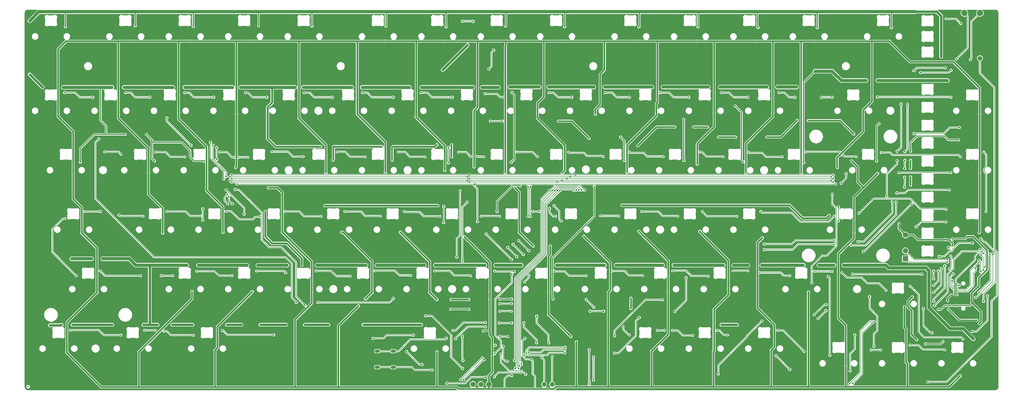
<source format=gbr>
%TF.GenerationSoftware,KiCad,Pcbnew,9.0.4*%
%TF.CreationDate,2025-10-15T10:28:24+01:00*%
%TF.ProjectId,SHEGO75-V2.2,53484547-4f37-4352-9d56-322e322e6b69,rev?*%
%TF.SameCoordinates,Original*%
%TF.FileFunction,Copper,L1,Top*%
%TF.FilePolarity,Positive*%
%FSLAX46Y46*%
G04 Gerber Fmt 4.6, Leading zero omitted, Abs format (unit mm)*
G04 Created by KiCad (PCBNEW 9.0.4) date 2025-10-15 10:28:24*
%MOMM*%
%LPD*%
G01*
G04 APERTURE LIST*
G04 Aperture macros list*
%AMRoundRect*
0 Rectangle with rounded corners*
0 $1 Rounding radius*
0 $2 $3 $4 $5 $6 $7 $8 $9 X,Y pos of 4 corners*
0 Add a 4 corners polygon primitive as box body*
4,1,4,$2,$3,$4,$5,$6,$7,$8,$9,$2,$3,0*
0 Add four circle primitives for the rounded corners*
1,1,$1+$1,$2,$3*
1,1,$1+$1,$4,$5*
1,1,$1+$1,$6,$7*
1,1,$1+$1,$8,$9*
0 Add four rect primitives between the rounded corners*
20,1,$1+$1,$2,$3,$4,$5,0*
20,1,$1+$1,$4,$5,$6,$7,0*
20,1,$1+$1,$6,$7,$8,$9,0*
20,1,$1+$1,$8,$9,$2,$3,0*%
G04 Aperture macros list end*
%TA.AperFunction,ComponentPad*%
%ADD10C,0.600000*%
%TD*%
%TA.AperFunction,SMDPad,CuDef*%
%ADD11RoundRect,0.250000X-0.475000X-0.250000X0.475000X-0.250000X0.475000X0.250000X-0.475000X0.250000X0*%
%TD*%
%TA.AperFunction,ComponentPad*%
%ADD12R,1.700000X1.700000*%
%TD*%
%TA.AperFunction,ComponentPad*%
%ADD13C,1.700000*%
%TD*%
%TA.AperFunction,ComponentPad*%
%ADD14C,4.000000*%
%TD*%
%TA.AperFunction,ComponentPad*%
%ADD15C,1.500000*%
%TD*%
%TA.AperFunction,ComponentPad*%
%ADD16C,2.000000*%
%TD*%
%TA.AperFunction,ComponentPad*%
%ADD17C,3.200000*%
%TD*%
%TA.AperFunction,SMDPad,CuDef*%
%ADD18C,0.500000*%
%TD*%
%TA.AperFunction,SMDPad,CuDef*%
%ADD19R,1.300000X0.300000*%
%TD*%
%TA.AperFunction,SMDPad,CuDef*%
%ADD20R,2.200000X1.800000*%
%TD*%
%TA.AperFunction,ViaPad*%
%ADD21C,0.500000*%
%TD*%
%TA.AperFunction,ViaPad*%
%ADD22C,0.600000*%
%TD*%
%TA.AperFunction,ViaPad*%
%ADD23C,0.700000*%
%TD*%
%TA.AperFunction,Conductor*%
%ADD24C,0.500000*%
%TD*%
%TA.AperFunction,Conductor*%
%ADD25C,0.300000*%
%TD*%
%TA.AperFunction,Conductor*%
%ADD26C,1.000000*%
%TD*%
%TA.AperFunction,Conductor*%
%ADD27C,0.200000*%
%TD*%
%TA.AperFunction,Conductor*%
%ADD28C,0.180000*%
%TD*%
%TA.AperFunction,Conductor*%
%ADD29C,0.150000*%
%TD*%
%TA.AperFunction,Conductor*%
%ADD30C,0.600000*%
%TD*%
%TA.AperFunction,Conductor*%
%ADD31C,0.800000*%
%TD*%
%TA.AperFunction,Conductor*%
%ADD32C,0.400000*%
%TD*%
G04 APERTURE END LIST*
D10*
%TO.P,HE81,3,GND*%
%TO.N,GND*%
X328612500Y-140575000D03*
%TD*%
D11*
%TO.P,RES1,2,2*%
%TO.N,/RUN*%
X147825000Y-144100000D03*
X142675000Y-144100000D03*
%TO.P,RES1,1,1*%
%TO.N,GND*%
X147825000Y-142400000D03*
X142675000Y-142400000D03*
%TD*%
D12*
%TO.P,SWD2,1,Pin_1*%
%TO.N,/RXD0_IO3*%
X311972000Y-109347000D03*
D13*
%TO.P,SWD2,2,Pin_2*%
%TO.N,/TXD0_IO1*%
X311972000Y-106807000D03*
%TO.P,SWD2,3,Pin_3*%
%TO.N,GND*%
X311972000Y-104267000D03*
%TO.P,SWD2,4,Pin_4*%
%TO.N,+3V3_ESP*%
X311972000Y-101727000D03*
%TD*%
D14*
%TO.P,REF\u002A\u002A,*%
%TO.N,GND*%
X280987254Y-93027416D03*
X304799754Y-93027416D03*
%TD*%
D11*
%TO.P,BOOT1,1,1*%
%TO.N,GND*%
X142681250Y-137262500D03*
X147831250Y-137262500D03*
%TO.P,BOOT1,2,2*%
%TO.N,/USB_BOOT*%
X142681250Y-138962500D03*
X147831250Y-138962500D03*
%TD*%
D15*
%TO.P,UART1,1,Pin_1*%
%TO.N,/GP0_TX*%
X198757880Y-149606000D03*
%TO.P,UART1,2,Pin_2*%
%TO.N,/GP1_RX*%
X196217880Y-149606000D03*
%TD*%
D16*
%TO.P,ENC1,A,A*%
%TO.N,ENC_A*%
X335875000Y-30600000D03*
%TO.P,ENC1,B,B*%
%TO.N,ENC_B*%
X330875000Y-30600000D03*
%TO.P,ENC1,C,C*%
%TO.N,GND*%
X333375000Y-30600000D03*
D17*
%TO.P,ENC1,MP,MP*%
X327775000Y-38100000D03*
X338975000Y-38100000D03*
D15*
%TO.P,ENC1,S1,S1*%
%TO.N,ENC_SW*%
X335875000Y-45100000D03*
%TO.P,ENC1,S2,S2*%
%TO.N,GND*%
X330875000Y-45100000D03*
%TD*%
D18*
%TO.P,REF\u002A\u002A,*%
%TO.N,*%
X30800000Y-150350000D03*
%TD*%
D14*
%TO.P,REF\u002A\u002A,*%
%TO.N,GND*%
X38099958Y-112077400D03*
X61912458Y-112077400D03*
%TD*%
D19*
%TO.P,TFT1,CS,Pin_8*%
%TO.N,/TFT_CS*%
X328096000Y-117376001D03*
%TO.P,TFT1,DC,Pin_4*%
%TO.N,/TFT_DC*%
X328096000Y-119376000D03*
%TO.P,TFT1,GND,Pin_2*%
%TO.N,GND*%
X328096000Y-120376000D03*
%TO.P,TFT1,LEDA,Pin_1*%
%TO.N,/TFT_BL*%
X328096000Y-120875999D03*
D20*
%TO.P,TFT1,MP,Pin_8*%
%TO.N,GND*%
X331346000Y-122776000D03*
X331346000Y-115476000D03*
D19*
%TO.P,TFT1,RES,Pin_3*%
%TO.N,/TFT_RES*%
X328096000Y-119876001D03*
%TO.P,TFT1,SCL,Pin_6*%
%TO.N,/TFT_SCK*%
X328096000Y-118375999D03*
%TO.P,TFT1,SDA,Pin_5*%
%TO.N,/TFT_MOSI*%
X328096000Y-118876000D03*
%TO.P,TFT1,VDD,Pin_7*%
%TO.N,+3V3_ESP*%
X328096000Y-117876000D03*
%TD*%
D14*
%TO.P,REF\u002A\u002A,*%
%TO.N,GND*%
X283368502Y-54927448D03*
X307181002Y-54927448D03*
%TD*%
D10*
%TO.P,HE25,3,GND*%
%TO.N,GND*%
X228600000Y-59612500D03*
%TD*%
%TO.P,HE65,3,GND*%
%TO.N,GND*%
X176212500Y-116762500D03*
%TD*%
%TO.P,HE1,3,GND*%
%TO.N,GND*%
X38100000Y-35800000D03*
%TD*%
%TO.P,HE59,3,GND*%
%TO.N,GND*%
X50006250Y-116762500D03*
%TD*%
%TO.P,HE19,3,GND*%
%TO.N,GND*%
X114300000Y-59612500D03*
%TD*%
%TO.P,HE67,3,GND*%
%TO.N,GND*%
X214312500Y-116762500D03*
%TD*%
%TO.P,HE48,3,GND*%
%TO.N,GND*%
X109537500Y-97712500D03*
%TD*%
%TO.P,HE39,3,GND*%
%TO.N,GND*%
X219075000Y-78662500D03*
%TD*%
%TO.P,HE43,3,GND*%
%TO.N,GND*%
X300037500Y-78662500D03*
%TD*%
%TO.P,HE80,3,GND*%
%TO.N,GND*%
X309562500Y-140575000D03*
%TD*%
%TO.P,HE28,3,GND*%
%TO.N,GND*%
X295275000Y-59612500D03*
%TD*%
%TO.P,HE74,3,GND*%
%TO.N,GND*%
X88106250Y-135812500D03*
%TD*%
%TO.P,HE40,3,GND*%
%TO.N,GND*%
X238125000Y-78662500D03*
%TD*%
%TO.P,HE61,3,GND*%
%TO.N,GND*%
X100012500Y-116762500D03*
%TD*%
%TO.P,HE49,3,GND*%
%TO.N,GND*%
X128587500Y-97712500D03*
%TD*%
%TO.P,HE22,3,GND*%
%TO.N,GND*%
X171450000Y-59612500D03*
%TD*%
%TO.P,HE53,3,GND*%
%TO.N,GND*%
X204787500Y-97712500D03*
%TD*%
%TO.P,HE51,3,GND*%
%TO.N,GND*%
X166687500Y-97712500D03*
%TD*%
%TO.P,HE62,3,GND*%
%TO.N,GND*%
X119062500Y-116762500D03*
%TD*%
%TO.P,HE14,3,GND*%
%TO.N,GND*%
X304800000Y-35800000D03*
%TD*%
%TO.P,HE24,3,GND*%
%TO.N,GND*%
X209550000Y-59612500D03*
%TD*%
%TO.P,HE60,3,GND*%
%TO.N,GND*%
X80962500Y-116762500D03*
%TD*%
%TO.P,HE57,3,GND*%
%TO.N,GND*%
X292893750Y-97712500D03*
%TD*%
%TO.P,HE44,3,GND*%
%TO.N,GND*%
X333375000Y-78662500D03*
%TD*%
%TO.P,HE12,3,GND*%
%TO.N,GND*%
X261937500Y-35800000D03*
%TD*%
%TO.P,HE15,3,GND*%
%TO.N,GND*%
X38100000Y-59612500D03*
%TD*%
%TO.P,HE34,3,GND*%
%TO.N,GND*%
X123825000Y-78662500D03*
%TD*%
%TO.P,HE33,3,GND*%
%TO.N,GND*%
X104775000Y-78662500D03*
%TD*%
%TO.P,HE63,3,GND*%
%TO.N,GND*%
X138112500Y-116762500D03*
%TD*%
%TO.P,HE71,3,GND*%
%TO.N,GND*%
X309562500Y-121525000D03*
%TD*%
%TO.P,HE10,3,GND*%
%TO.N,GND*%
X223837500Y-35800000D03*
%TD*%
%TO.P,HE37,3,GND*%
%TO.N,GND*%
X180975000Y-78662500D03*
%TD*%
%TO.P,HE77,3,GND*%
%TO.N,GND*%
X247650000Y-135812500D03*
%TD*%
%TO.P,HE16,3,GND*%
%TO.N,GND*%
X57150000Y-59612500D03*
%TD*%
%TO.P,HE23,3,GND*%
%TO.N,GND*%
X190499840Y-59612448D03*
%TD*%
%TO.P,HE31,3,GND*%
%TO.N,GND*%
X66675000Y-78662500D03*
%TD*%
%TO.P,HE42,3,GND*%
%TO.N,GND*%
X276225000Y-78662500D03*
%TD*%
%TO.P,HE79,3,GND*%
%TO.N,GND*%
X290512500Y-140575000D03*
%TD*%
%TO.P,HE76,3,GND*%
%TO.N,GND*%
X228600000Y-135812500D03*
%TD*%
%TO.P,HE9,3,GND*%
%TO.N,GND*%
X200025000Y-35800000D03*
%TD*%
%TO.P,HE55,3,GND*%
%TO.N,GND*%
X242887500Y-97712500D03*
%TD*%
%TO.P,HE2,3,GND*%
%TO.N,GND*%
X61912500Y-35800000D03*
%TD*%
%TO.P,HE36,3,GND*%
%TO.N,GND*%
X161925000Y-78662500D03*
%TD*%
%TO.P,HE13,3,GND*%
%TO.N,GND*%
X280987500Y-35800000D03*
%TD*%
%TO.P,HE58,3,GND*%
%TO.N,GND*%
X333375000Y-97712500D03*
%TD*%
%TO.P,HE38,3,GND*%
%TO.N,GND*%
X200025000Y-78662500D03*
%TD*%
%TO.P,HE26,3,GND*%
%TO.N,GND*%
X247650000Y-59612500D03*
%TD*%
%TO.P,HE56,3,GND*%
%TO.N,GND*%
X261937500Y-97712500D03*
%TD*%
%TO.P,HE47,3,GND*%
%TO.N,GND*%
X90487500Y-97712500D03*
%TD*%
%TO.P,HE64,3,GND*%
%TO.N,GND*%
X157162500Y-116762500D03*
%TD*%
%TO.P,HE68,3,GND*%
%TO.N,GND*%
X233362500Y-116762500D03*
%TD*%
%TO.P,HE32,3,GND*%
%TO.N,GND*%
X85725000Y-78662500D03*
%TD*%
%TO.P,HE41,3,GND*%
%TO.N,GND*%
X257175000Y-78662500D03*
%TD*%
%TO.P,HE70,3,GND*%
%TO.N,GND*%
X278606250Y-116762500D03*
%TD*%
%TO.P,HE75,3,GND*%
%TO.N,GND*%
X159543750Y-135812500D03*
%TD*%
%TO.P,HE78,3,GND*%
%TO.N,GND*%
X266700000Y-135812500D03*
%TD*%
%TO.P,HE72,3,GND*%
%TO.N,GND*%
X40481250Y-135812500D03*
%TD*%
%TO.P,HE54,3,GND*%
%TO.N,GND*%
X223837500Y-97712500D03*
%TD*%
%TO.P,HE30,3,GND*%
%TO.N,GND*%
X42862500Y-78662500D03*
%TD*%
%TO.P,HE18,3,GND*%
%TO.N,GND*%
X95250000Y-59612500D03*
%TD*%
%TO.P,HE6,3,GND*%
%TO.N,GND*%
X142875000Y-35800000D03*
%TD*%
%TO.P,HE73,3,GND*%
%TO.N,GND*%
X64293750Y-135812500D03*
%TD*%
%TO.P,HE27,3,GND*%
%TO.N,GND*%
X266700000Y-59612500D03*
%TD*%
%TO.P,HE4,3,GND*%
%TO.N,GND*%
X100012500Y-35800000D03*
%TD*%
D12*
%TO.P,SWD1,1,Pin_1*%
%TO.N,GND*%
X180977880Y-149606000D03*
D13*
%TO.P,SWD1,2,Pin_2*%
%TO.N,+3V3*%
X178437880Y-149606000D03*
%TO.P,SWD1,3,Pin_3*%
%TO.N,/SWCLK*%
X175897880Y-149606000D03*
%TO.P,SWD1,4,Pin_4*%
%TO.N,/SWDIO*%
X173357880Y-149606000D03*
%TD*%
D10*
%TO.P,HE17,3,GND*%
%TO.N,GND*%
X76200000Y-59612500D03*
%TD*%
%TO.P,HE69,3,GND*%
%TO.N,GND*%
X252412500Y-116762500D03*
%TD*%
%TO.P,HE66,3,GND*%
%TO.N,GND*%
X195262500Y-116762500D03*
%TD*%
%TO.P,HE52,3,GND*%
%TO.N,GND*%
X185737500Y-97712500D03*
%TD*%
%TO.P,HE7,3,GND*%
%TO.N,GND*%
X161925000Y-35800000D03*
%TD*%
%TO.P,HE29,3,GND*%
%TO.N,GND*%
X333375000Y-59612500D03*
%TD*%
%TO.P,HE46,3,GND*%
%TO.N,GND*%
X71437500Y-97712500D03*
%TD*%
%TO.P,HE3,3,GND*%
%TO.N,GND*%
X80962500Y-35800000D03*
%TD*%
%TO.P,HE21,3,GND*%
%TO.N,GND*%
X152400000Y-59612500D03*
%TD*%
%TO.P,HE45,3,GND*%
%TO.N,GND*%
X45243750Y-97712500D03*
%TD*%
%TO.P,HE35,3,GND*%
%TO.N,GND*%
X142875000Y-78662500D03*
%TD*%
%TO.P,HE20,3,GND*%
%TO.N,GND*%
X133350000Y-59612500D03*
%TD*%
%TO.P,HE8,3,GND*%
%TO.N,GND*%
X180975000Y-35800000D03*
%TD*%
%TO.P,HE50,3,GND*%
%TO.N,GND*%
X147637500Y-97712500D03*
%TD*%
%TO.P,HE11,3,GND*%
%TO.N,GND*%
X242887500Y-35800000D03*
%TD*%
%TO.P,HE5,3,GND*%
%TO.N,GND*%
X119062500Y-35800000D03*
%TD*%
D21*
%TO.N,Net-(LED66-DOUT)*%
X199400000Y-113250000D03*
D22*
%TO.N,/sensors/HE53_K*%
X199321501Y-92350000D03*
X201647000Y-97253000D03*
%TO.N,GND*%
X197100000Y-87450000D03*
X210000000Y-87300000D03*
%TO.N,MUX_A1*%
X206500000Y-87300000D03*
%TO.N,MUX_A4*%
X209100000Y-87300000D03*
%TO.N,MUX_A3*%
X208200000Y-87300000D03*
%TO.N,MUX_A2*%
X207350000Y-87300000D03*
%TO.N,MUX_A0*%
X205600000Y-87405020D03*
%TO.N,+5V_LED*%
X154700000Y-111425000D03*
X154700000Y-92329000D03*
%TO.N,/IO14_ESP_SCL*%
X295100000Y-149300000D03*
%TO.N,/IO13_ESP_SDA*%
X301965642Y-129506239D03*
X294100000Y-149300000D03*
%TO.N,/IO14_ESP_SCL*%
X301300000Y-129950000D03*
%TO.N,/GATE*%
X295750000Y-133750000D03*
%TO.N,/sensors/HE80_ArrowDown*%
X301900000Y-137400000D03*
%TO.N,/IO13_ESP_SDA*%
X336100000Y-113500000D03*
%TO.N,/IO14_ESP_SCL*%
X336850000Y-112950000D03*
%TO.N,/IO13_ESP_SDA*%
X335560323Y-109756085D03*
%TO.N,/IO14_ESP_SCL*%
X336200000Y-108100000D03*
%TO.N,/IO25_TFT_BL*%
X335962500Y-106301000D03*
%TO.N,/SD_CS*%
X336523130Y-106900000D03*
%TO.N,/USB_BOOT*%
X193750000Y-136250000D03*
X189700000Y-129850000D03*
X185800000Y-129900000D03*
X177350000Y-131150000D03*
X181750000Y-129900000D03*
%TO.N,/GP20_SDA*%
X170350000Y-148050000D03*
%TO.N,/GP21_SCL*%
X169500000Y-148050000D03*
X176350000Y-141100000D03*
%TO.N,/GP20_SDA*%
X176915687Y-141691148D03*
%TO.N,GND*%
X292000000Y-78200000D03*
X175600000Y-78000000D03*
X99200000Y-78200000D03*
X337100000Y-104500000D03*
%TO.N,/IO32_ESP_RX*%
X340000000Y-107850000D03*
%TO.N,/GP9_RX*%
X339125000Y-107850000D03*
%TO.N,GND*%
X336000000Y-148075000D03*
%TO.N,/sensors/HE1_Esc*%
X89250000Y-72000000D03*
X93500000Y-83750000D03*
%TO.N,/sensors/HE2_F1*%
X91250000Y-77500000D03*
X91250000Y-73750000D03*
%TO.N,/sensors/HE8_F7*%
X178435000Y-48514000D03*
X180000000Y-42500000D03*
%TO.N,GND*%
X316362232Y-83089773D03*
X197500000Y-146775000D03*
X330100000Y-107900000D03*
X192136948Y-136772932D03*
X192136948Y-135731136D03*
X328016912Y-122931928D03*
X334356000Y-114300000D03*
X145256250Y-138112500D03*
X315000000Y-66000000D03*
X191550000Y-147200000D03*
X177402976Y-137070588D03*
X194625000Y-57125000D03*
X313500000Y-93000000D03*
X211633416Y-138410040D03*
X324774607Y-73052835D03*
X331774800Y-117094000D03*
X330100000Y-108750000D03*
X173300000Y-87150000D03*
X310000000Y-97000000D03*
X196487788Y-139358282D03*
X201875000Y-56100000D03*
X89000000Y-82400000D03*
X324774607Y-67301890D03*
X315000000Y-37500000D03*
X184931780Y-139691148D03*
X338850000Y-136200000D03*
X331000000Y-109600000D03*
X330999999Y-107900000D03*
X331900001Y-109600000D03*
X177750000Y-139700000D03*
X315000000Y-95250000D03*
X193000000Y-130500000D03*
X314750000Y-33250000D03*
X330100001Y-109600000D03*
X193150000Y-141350000D03*
X97800000Y-86400000D03*
X182525000Y-52200000D03*
X295400000Y-129250000D03*
X196523418Y-130415600D03*
X315250000Y-60000000D03*
X195031219Y-138387236D03*
X201000000Y-146775000D03*
X334638674Y-104510046D03*
X331900000Y-107900000D03*
X293600000Y-83775000D03*
X184600000Y-149800000D03*
X174950000Y-86100000D03*
X316362232Y-88844456D03*
X316362232Y-71580408D03*
X329000000Y-125500000D03*
X174575244Y-148381516D03*
X184650000Y-46250000D03*
X328324265Y-130474265D03*
X315000000Y-54500000D03*
X331900000Y-108750000D03*
X331346000Y-115476000D03*
X329350000Y-113350000D03*
X207750000Y-146775000D03*
X330999999Y-108750000D03*
X316362232Y-77335091D03*
X223750000Y-146775000D03*
X181867816Y-144214332D03*
X213750000Y-146775000D03*
X315000000Y-42250000D03*
X102244836Y-93463984D03*
X326500000Y-120000000D03*
X331346000Y-122776000D03*
X320582000Y-129073600D03*
%TO.N,/sensors/HE17_2*%
X83000000Y-73000000D03*
X75250000Y-64250000D03*
X94250000Y-83000000D03*
X90000000Y-73000000D03*
%TO.N,/sensors/HE21_6*%
X165500000Y-73750000D03*
X165500000Y-78600000D03*
%TO.N,/sensors/HE23_8*%
X178950000Y-65250000D03*
X182750000Y-65250000D03*
%TO.N,/sensors/HE29_Home*%
X326500000Y-81750000D03*
X309900000Y-81750000D03*
%TO.N,/sensors/HE44_PgUp*%
X326000000Y-87250000D03*
X309250000Y-88250000D03*
%TO.N,/sensors/HE47_S*%
X86750000Y-97000000D03*
X86750000Y-93250000D03*
%TO.N,/sensors/HE51_H*%
X164000000Y-97750000D03*
X164000000Y-92500000D03*
%TO.N,/sensors/HE57_Enter*%
X290500000Y-92750000D03*
X290500000Y-97250000D03*
%TO.N,/sensors/HE58_PgDn*%
X315468000Y-99060000D03*
X325000000Y-97500000D03*
%TO.N,/sensors/HE60_Z*%
X94660000Y-88750000D03*
X94750000Y-91750000D03*
%TO.N,/sensors/HE61_X*%
X95109850Y-89411543D03*
X96250000Y-91750000D03*
%TO.N,/sensors/HE66_M*%
X184500000Y-105750000D03*
X187393500Y-108643500D03*
%TO.N,/sensors/HE67_Comma*%
X191250000Y-106750000D03*
X188000000Y-103500000D03*
%TO.N,/sensors/HE76_AltR*%
X186250000Y-104750000D03*
X212092100Y-124827900D03*
X189500000Y-108000000D03*
X209697100Y-122432900D03*
%TO.N,/sensors/HE79_ArrowLeft*%
X287750000Y-140250000D03*
X287250000Y-115000000D03*
%TO.N,/sensors/HE80_ArrowDown*%
X300500000Y-121500000D03*
%TO.N,/sensors/HE81_ArrowRight*%
X317750000Y-125250000D03*
X320500000Y-133096000D03*
%TO.N,+5V_LED*%
X51150003Y-109350000D03*
X73500000Y-54425000D03*
X234299997Y-54300000D03*
X123299997Y-111425000D03*
X147828000Y-73406000D03*
X71247000Y-77978000D03*
X188849000Y-111400000D03*
X299400000Y-52226448D03*
X171775000Y-30168944D03*
X283750000Y-35250000D03*
X315595000Y-135255000D03*
X277100003Y-54300000D03*
X164750000Y-35000000D03*
X252600000Y-54300000D03*
X61600000Y-54425000D03*
X42800000Y-54425000D03*
X287528000Y-95504000D03*
X266800000Y-54300000D03*
X279250000Y-111400000D03*
X198400000Y-54300000D03*
X323450000Y-44615000D03*
X201050000Y-111400000D03*
X81000000Y-111400000D03*
X134500003Y-54425000D03*
X116300003Y-54425000D03*
X220726000Y-70358000D03*
X237800000Y-111413209D03*
X185674000Y-78359000D03*
X224000000Y-122000000D03*
X144145000Y-73406000D03*
X241046000Y-77851000D03*
X57750000Y-130500000D03*
X169000000Y-54425000D03*
X119500000Y-130500000D03*
X42000000Y-54425000D03*
X302750000Y-78000000D03*
X200533000Y-54300000D03*
X240919000Y-64770000D03*
X226000000Y-54300000D03*
X85400000Y-111425000D03*
X214800000Y-111400000D03*
X144907000Y-92329000D03*
X82000000Y-54425000D03*
X138400000Y-111425000D03*
X162000000Y-111400000D03*
X181100001Y-94162500D03*
X323977000Y-135890000D03*
X81700003Y-111400000D03*
X147447000Y-77724000D03*
X247800000Y-54300000D03*
X258000000Y-130500000D03*
X181600000Y-111400000D03*
X118491000Y-111425000D03*
X260250000Y-111438209D03*
X104400000Y-111425000D03*
X157000000Y-111425000D03*
X172600000Y-54425000D03*
X188450000Y-86001020D03*
X187750000Y-54300000D03*
X145500000Y-34750000D03*
X65100000Y-34675000D03*
X113500000Y-130500000D03*
X253000000Y-130500000D03*
X166497000Y-72771000D03*
X333250000Y-134500000D03*
X221869000Y-77851000D03*
X216275000Y-54300000D03*
X230000000Y-54300000D03*
X157600000Y-54425000D03*
X58674000Y-109350000D03*
X307500000Y-35250000D03*
X163700000Y-54425000D03*
X138250000Y-130500000D03*
X292210000Y-111400000D03*
X298600000Y-52226448D03*
X161798000Y-72771000D03*
X138600000Y-54425000D03*
X257600000Y-111438209D03*
X115600000Y-54425000D03*
X143200000Y-111425000D03*
X128651000Y-73406000D03*
X259969000Y-78232000D03*
X119800000Y-54425000D03*
X177000000Y-54425000D03*
X224000000Y-125250000D03*
X163700000Y-48800000D03*
X87250000Y-78105000D03*
X152200000Y-54425000D03*
X234200000Y-111388209D03*
X259080000Y-92202000D03*
X218313000Y-54300000D03*
X157800000Y-111425000D03*
X113730003Y-111425000D03*
X292500000Y-52226448D03*
X124587000Y-73406000D03*
X100200000Y-111425000D03*
X35450000Y-54425000D03*
X105250000Y-130500000D03*
X98899997Y-54425000D03*
X264750000Y-35250000D03*
X180600000Y-111400000D03*
X265973149Y-111438209D03*
X56800000Y-54425000D03*
X81000000Y-54425000D03*
X135001000Y-73406000D03*
X76200000Y-54425000D03*
X83500000Y-130500000D03*
X61849000Y-69469000D03*
X125857000Y-92329000D03*
X292980000Y-111400000D03*
X197600000Y-54300000D03*
X230700003Y-54300000D03*
X68707000Y-69469000D03*
X101000000Y-111425000D03*
X95600000Y-54425000D03*
X303099997Y-52225000D03*
X211400000Y-54300000D03*
X215500003Y-111400000D03*
X99600000Y-54425000D03*
X314200000Y-121600000D03*
X31300000Y-33100000D03*
X284250000Y-111400000D03*
X257429000Y-60325000D03*
X153000000Y-54425000D03*
X193800000Y-54300000D03*
X248800000Y-54300000D03*
D21*
X104650000Y-34725000D03*
D22*
X133800000Y-54425000D03*
X113030000Y-111425000D03*
X284000000Y-49250000D03*
X323450000Y-33225000D03*
X261500000Y-111438209D03*
X185862501Y-56062500D03*
X137899997Y-54425000D03*
X44750000Y-109350000D03*
X72250000Y-130500000D03*
X276400000Y-54300000D03*
X267600000Y-54300000D03*
X324400000Y-52225000D03*
X50500000Y-109350000D03*
X303500000Y-66000000D03*
X253600000Y-111413209D03*
X173400000Y-54425000D03*
X96300003Y-54425000D03*
X130800000Y-54425000D03*
X305689000Y-111400000D03*
X220000000Y-111388209D03*
X121750000Y-34750000D03*
X119000000Y-54425000D03*
X45000000Y-130500000D03*
X176400000Y-111400000D03*
X186200000Y-54300000D03*
X266800000Y-111400000D03*
X215550000Y-54300000D03*
X212100003Y-54300000D03*
X31300000Y-50275000D03*
X194600000Y-54300000D03*
X257302000Y-54300000D03*
X183750000Y-34750000D03*
X206750000Y-54300000D03*
X162052000Y-92329000D03*
X62400000Y-54425000D03*
X83725000Y-34875000D03*
X219200000Y-111388209D03*
X271578201Y-54299746D03*
X110109000Y-73406000D03*
X139100003Y-111425000D03*
X124000000Y-111425000D03*
X41500000Y-130500000D03*
X323450000Y-38175000D03*
X166562499Y-76612500D03*
X127000000Y-130500000D03*
X128397000Y-77724000D03*
X55400000Y-109350000D03*
X264000000Y-54300000D03*
X161299997Y-111400000D03*
X57600000Y-54425000D03*
X289077491Y-111400000D03*
X245500000Y-35000000D03*
X156750000Y-130500000D03*
X94500000Y-130500000D03*
X185200000Y-54300000D03*
X45750000Y-109350000D03*
X142499997Y-111425000D03*
X67750000Y-130500000D03*
X54699997Y-109350000D03*
X245000000Y-54300000D03*
X256899997Y-111438209D03*
X333750000Y-135000000D03*
X105200000Y-111425000D03*
X319000000Y-112690000D03*
X240157000Y-92202000D03*
X325400000Y-52225000D03*
X279325000Y-78500000D03*
X283000000Y-49250000D03*
X252800000Y-111413209D03*
X318516000Y-136652000D03*
X42750000Y-35000000D03*
X253400000Y-54300000D03*
X235000000Y-54300000D03*
X270878319Y-54286745D03*
X238600000Y-111413209D03*
X288377488Y-111400000D03*
X112000000Y-54425000D03*
X177200000Y-111400000D03*
X99200000Y-130500000D03*
X233400000Y-111388209D03*
X226500000Y-35000000D03*
X77200000Y-54425000D03*
X221107000Y-92202000D03*
X181500000Y-54425000D03*
X150000000Y-54425000D03*
X37770000Y-130670000D03*
X200150000Y-111400000D03*
X47498000Y-78359000D03*
X303800000Y-52225000D03*
X106792500Y-94162500D03*
X92500000Y-54425000D03*
X171650000Y-40850000D03*
X86200000Y-111425000D03*
X77000000Y-130500000D03*
X176299997Y-54425000D03*
X156899997Y-54425000D03*
X202750000Y-35000000D03*
%TO.N,+1V1*%
X183025000Y-137368244D03*
X184325000Y-142200000D03*
%TO.N,ENC_B*%
X324750000Y-48140000D03*
X226685000Y-128185000D03*
X241650000Y-115390000D03*
X202820000Y-139510000D03*
X306000000Y-89350000D03*
X328360000Y-45290000D03*
X307725000Y-91075000D03*
X314690000Y-49070000D03*
X266780000Y-104630000D03*
X289052000Y-103420000D03*
X189708384Y-140091148D03*
X218700000Y-139590000D03*
X238040000Y-126290000D03*
X309334461Y-74905366D03*
X309325000Y-77850000D03*
X310570000Y-59780000D03*
X296710000Y-103870000D03*
%TO.N,ENC_A*%
X311775000Y-74975000D03*
X332785000Y-45535000D03*
X266750000Y-106430000D03*
X289101000Y-104700000D03*
X218770000Y-134020000D03*
X234150000Y-122470000D03*
X326590000Y-48960000D03*
X311775000Y-77775000D03*
X190462361Y-139691147D03*
X294560000Y-105000000D03*
X309000000Y-91050000D03*
X202873179Y-137680333D03*
X312630000Y-59810000D03*
X311725000Y-83225000D03*
X311750000Y-80400000D03*
X311725000Y-86400000D03*
X316840000Y-49650000D03*
%TO.N,Net-(LED7-DOUT)*%
X173400000Y-33275000D03*
X169975000Y-33200000D03*
%TO.N,Net-(LED15-DIN)*%
X42500000Y-56082500D03*
X51500000Y-57582500D03*
%TO.N,Net-(LED16-DIN)*%
X69750000Y-57582500D03*
X62000000Y-56082500D03*
%TO.N,Net-(LED17-DIN)*%
X81000000Y-56082500D03*
X90250000Y-57582500D03*
%TO.N,Net-(LED18-DIN)*%
X100500000Y-56082500D03*
X107315000Y-57582500D03*
%TO.N,Net-(LED19-DIN)*%
X119250000Y-56082500D03*
X128250000Y-57582500D03*
%TO.N,Net-(LED20-DIN)*%
X138000000Y-56082500D03*
X147750000Y-57582500D03*
%TO.N,Net-(LED21-DIN)*%
X166750000Y-57582500D03*
X156750000Y-56082500D03*
D21*
%TO.N,Net-(LED22-DIN)*%
X183025000Y-57575000D03*
X177227500Y-56452500D03*
D22*
%TO.N,Net-(LED23-DIN)*%
X197750000Y-56082500D03*
X205000000Y-57582500D03*
%TO.N,Net-(LED24-DIN)*%
X223500000Y-57582500D03*
X215750000Y-56082500D03*
%TO.N,Net-(LED25-DIN)*%
X233362500Y-56082500D03*
X242500000Y-57582500D03*
%TO.N,Net-(LED26-DIN)*%
X253000000Y-56082500D03*
X261500000Y-57582500D03*
%TO.N,Net-(LED27-DIN)*%
X276575000Y-57582500D03*
X271500000Y-56082500D03*
X288475000Y-57582500D03*
X285025000Y-57582500D03*
D21*
%TO.N,Net-(LED28-DIN)*%
X326600000Y-57600000D03*
D22*
X303000000Y-57500000D03*
D21*
%TO.N,Net-(LED30-DOUT)*%
X60547500Y-75822500D03*
X55290000Y-75075000D03*
%TO.N,Net-(LED31-DOUT)*%
X81026000Y-76650000D03*
X71628000Y-75125000D03*
%TO.N,Net-(LED32-DOUT)*%
X92250000Y-75125000D03*
X96750000Y-76825000D03*
X101225000Y-76800000D03*
X98236000Y-76825000D03*
%TO.N,Net-(LED33-DOUT)*%
X118975000Y-76575000D03*
X108950000Y-75025000D03*
%TO.N,Net-(LED34-DOUT)*%
X138850000Y-76700000D03*
X129794000Y-75100000D03*
%TO.N,Net-(LED35-DOUT)*%
X149479000Y-75150000D03*
X158000000Y-76700000D03*
%TO.N,Net-(LED36-DOUT)*%
X168750000Y-75150000D03*
X174800000Y-76525000D03*
X172600000Y-76525000D03*
X176800000Y-76632500D03*
%TO.N,Net-(LED37-DOUT)*%
X194000000Y-76600000D03*
X187400000Y-75150000D03*
%TO.N,Net-(LED38-DOUT)*%
X203950000Y-75125000D03*
X215150000Y-76575000D03*
%TO.N,Net-(LED39-DOUT)*%
X234375000Y-76625000D03*
X223458000Y-75125000D03*
%TO.N,Net-(LED40-DOUT)*%
X246000000Y-75132500D03*
X253575000Y-76625000D03*
%TO.N,Net-(LED41-DOUT)*%
X261558000Y-75125000D03*
X272500000Y-76650000D03*
%TO.N,Net-(LED42-DOUT)*%
X290932525Y-75107525D03*
X280025000Y-75100000D03*
X296250000Y-76625000D03*
X291934975Y-76084975D03*
%TO.N,Net-(LED43-DOUT)*%
X304250000Y-75325000D03*
X329625000Y-76650000D03*
%TO.N,Net-(LED44-DOUT)*%
X337100000Y-75150000D03*
X337825000Y-94175000D03*
%TO.N,Net-(LED45-DOUT)*%
X46200000Y-114775000D03*
X42525000Y-96450000D03*
%TO.N,Net-(LED45-DIN)*%
X48950000Y-94175000D03*
D22*
X59909500Y-95284500D03*
D21*
X67600000Y-95675000D03*
D22*
X53910000Y-94175000D03*
D21*
%TO.N,Net-(LED46-DIN)*%
X86000000Y-95650000D03*
X75225000Y-94150000D03*
%TO.N,Net-(LED47-DIN)*%
X105114000Y-95885000D03*
X94225000Y-94150000D03*
%TO.N,Net-(LED48-DIN)*%
X124725000Y-95675000D03*
X113225000Y-94200000D03*
%TO.N,Net-(LED49-DIN)*%
X143700000Y-95675000D03*
X132275000Y-94175000D03*
%TO.N,Net-(LED50-DIN)*%
X162825000Y-95725000D03*
X151325000Y-94175000D03*
%TO.N,Net-(LED51-DIN)*%
X181925000Y-95675000D03*
X175970000Y-95675000D03*
%TO.N,Net-(LED52-DIN)*%
X192532000Y-94175000D03*
X199850000Y-95700000D03*
D22*
X194564000Y-94175000D03*
X197900000Y-93200000D03*
D21*
%TO.N,Net-(LED53-DIN)*%
X220100000Y-95675000D03*
X214200000Y-95600000D03*
%TO.N,Net-(LED54-DIN)*%
X227475000Y-94175000D03*
X239025000Y-95675000D03*
%TO.N,Net-(LED55-DIN)*%
X246950000Y-94225000D03*
X258025000Y-95750000D03*
%TO.N,Net-(LED56-DIN)*%
X289150000Y-95675000D03*
X265622000Y-94200000D03*
D22*
%TO.N,Net-(LED57-DIN)*%
X297053000Y-94742000D03*
D21*
X325000000Y-93500000D03*
D22*
%TO.N,Net-(LED59-DOUT)*%
X73500000Y-114750000D03*
X66750000Y-114750000D03*
D21*
X53900000Y-113225000D03*
X77075000Y-114750000D03*
%TO.N,Net-(LED60-DOUT)*%
X96150000Y-114775000D03*
X84775000Y-113325000D03*
%TO.N,Net-(LED61-DOUT)*%
X103925000Y-113225000D03*
X113351500Y-113851500D03*
%TO.N,Net-(LED62-DOUT)*%
X134000000Y-114900000D03*
X123050000Y-113250000D03*
%TO.N,Net-(LED63-DOUT)*%
X141975000Y-113175000D03*
X153400000Y-114700000D03*
%TO.N,Net-(LED64-DOUT)*%
X161075000Y-113250000D03*
X172575000Y-114800000D03*
%TO.N,Net-(LED65-DOUT)*%
X191350000Y-114700000D03*
D22*
X189865000Y-116713000D03*
X186563000Y-113411000D03*
D21*
X180275000Y-113250000D03*
%TO.N,Net-(LED66-DOUT)*%
X209650000Y-114750000D03*
%TO.N,Net-(LED67-DOUT)*%
X227750000Y-114725000D03*
X218124000Y-113232500D03*
%TO.N,Net-(LED68-DOUT)*%
X248825000Y-114925000D03*
X237325000Y-113200000D03*
%TO.N,Net-(LED69-DOUT)*%
X265275000Y-113800000D03*
X261500000Y-113200000D03*
X274900000Y-114775000D03*
X256725000Y-113200000D03*
%TO.N,Net-(LED70-DOUT)*%
X288500000Y-113375000D03*
X291600000Y-113800000D03*
X282829000Y-113375000D03*
X305750000Y-119450000D03*
%TO.N,Net-(LED71-DOUT)*%
X330425000Y-135050000D03*
X313450000Y-118075000D03*
%TO.N,Net-(LED72-DIN)*%
X60475000Y-133825000D03*
X44300000Y-132225000D03*
D22*
%TO.N,/leds/LED_OUT*%
X177250000Y-147300000D03*
D21*
X180213000Y-147193000D03*
D22*
X317220000Y-114250000D03*
D21*
X188750000Y-145800000D03*
D22*
X295000000Y-114250000D03*
X165025000Y-149225000D03*
D21*
%TO.N,Net-(LED73-DIN)*%
X71500000Y-132300000D03*
X74250000Y-132537975D03*
X83825000Y-133850000D03*
X68100000Y-132300000D03*
D22*
%TO.N,Net-(LED74-DIN)*%
X109500000Y-133750000D03*
X93000000Y-132282500D03*
X141362500Y-134862500D03*
X154250000Y-133800000D03*
D21*
%TO.N,Net-(LED75-DIN)*%
X182000000Y-126150000D03*
X223500000Y-133750000D03*
D22*
X215250000Y-126150000D03*
D21*
X185750000Y-126150000D03*
X177350000Y-129750000D03*
X166878000Y-132275000D03*
D22*
X210910000Y-126150000D03*
D21*
X221500000Y-131000000D03*
%TO.N,Net-(LED76-DIN)*%
X237250000Y-132275000D03*
X243800000Y-133900000D03*
X232425000Y-132275000D03*
X234750000Y-132275000D03*
%TO.N,Net-(LED77-DIN)*%
X251625000Y-132282500D03*
X255000000Y-133775000D03*
%TO.N,Net-(LED78-DIN)*%
X279550000Y-139050000D03*
X271050000Y-132275000D03*
%TO.N,Net-(LED79-DIN)*%
X304000000Y-138575000D03*
X301000000Y-138575000D03*
%TO.N,Net-(LED80-DIN)*%
X324600000Y-138525000D03*
X313500000Y-137025000D03*
D22*
%TO.N,D+*%
X191815429Y-86250000D03*
X191815429Y-95703578D03*
%TO.N,D-*%
X190965429Y-86250000D03*
X190965429Y-95703578D03*
%TO.N,/QSPI_SS*%
X193802000Y-127762000D03*
X197650000Y-136300000D03*
%TO.N,/RUN*%
X160250000Y-145000000D03*
%TO.N,3V_RGB*%
X170000000Y-144500000D03*
X158242000Y-127635000D03*
D21*
%TO.N,/leds/LED_EXP*%
X329750000Y-34000000D03*
X325000000Y-32450000D03*
D22*
%TO.N,+3V3*%
X190000000Y-134839000D03*
X138938000Y-122174000D03*
X335788000Y-82042000D03*
X155093000Y-63907000D03*
X295500000Y-100950000D03*
D23*
X183750000Y-51000000D03*
D22*
X164338000Y-81026000D03*
X278578134Y-81864157D03*
X197612000Y-127254000D03*
X161798000Y-139192000D03*
X173725000Y-79900000D03*
X201971000Y-81829000D03*
X212598000Y-62992000D03*
X191996728Y-141517832D03*
X188214000Y-100838000D03*
X140970000Y-120142000D03*
X217424000Y-119380000D03*
X166370000Y-122428000D03*
X232156000Y-62738000D03*
X136652000Y-124460000D03*
X268986000Y-138684000D03*
X226060000Y-39624000D03*
X250698000Y-62738000D03*
X59690000Y-62992000D03*
X230632000Y-138938000D03*
X294640000Y-72390000D03*
X102616000Y-119888000D03*
X178816000Y-132334000D03*
X280908858Y-120000000D03*
X185803204Y-146750000D03*
X121158000Y-39624000D03*
X121666000Y-120142000D03*
X150114000Y-100838000D03*
X73914000Y-101092000D03*
X45212000Y-82042000D03*
X179577455Y-140400000D03*
X335788000Y-62992000D03*
X180500000Y-137075632D03*
X186850000Y-86502020D03*
X178816000Y-122500000D03*
X246126000Y-100584000D03*
X222758000Y-81600000D03*
X145288000Y-81534000D03*
X260858000Y-81788000D03*
X184533880Y-134239532D03*
X173700000Y-63028000D03*
X43180000Y-139192000D03*
X198120000Y-105270000D03*
X63754000Y-39624000D03*
X245110000Y-39624000D03*
X311658000Y-124762500D03*
X82804000Y-39624000D03*
X176750000Y-132500000D03*
X235966000Y-120142000D03*
X266125000Y-102625000D03*
X312674000Y-143002000D03*
X97536000Y-62992000D03*
X204727608Y-134227608D03*
X292862000Y-143764000D03*
X52832000Y-120142000D03*
X107800000Y-86617896D03*
X117602000Y-64262000D03*
X202184000Y-39624000D03*
X69342000Y-81788000D03*
X194056000Y-62738000D03*
X255270000Y-119126000D03*
X303022000Y-82042000D03*
X164338000Y-39624000D03*
X208901578Y-102098422D03*
X298450000Y-63246000D03*
X290200000Y-80025000D03*
X136286000Y-62992000D03*
X112268000Y-100838000D03*
X206500000Y-136000000D03*
X170663000Y-102337000D03*
X181943080Y-134239532D03*
X178816000Y-119888000D03*
X183896000Y-39624000D03*
X306832000Y-39624000D03*
X131318000Y-100838000D03*
X102108000Y-39624000D03*
X329550000Y-146827000D03*
X93218000Y-100838000D03*
X83312000Y-119888000D03*
X48006000Y-101092000D03*
X192638000Y-105262000D03*
X145034000Y-39624000D03*
X66294000Y-139192000D03*
X40386000Y-62992000D03*
X42926000Y-39624000D03*
X159512000Y-120142000D03*
X161798000Y-122428000D03*
X294750000Y-78000000D03*
X250444000Y-139192000D03*
X97325000Y-80075000D03*
X264160000Y-39624000D03*
X335646000Y-100950000D03*
X226568000Y-100543000D03*
X78994000Y-62738000D03*
X245250000Y-79000000D03*
X171958000Y-122428000D03*
X90678000Y-138684000D03*
X183750000Y-81800000D03*
X126238000Y-81800000D03*
X269494000Y-62738000D03*
X87996000Y-81900000D03*
X197612000Y-120142000D03*
X282956000Y-39624000D03*
%TO.N,ENC_SW*%
X191200735Y-139291148D03*
X202850000Y-138480000D03*
X210650000Y-149500000D03*
X319150000Y-148810000D03*
X210640000Y-138530000D03*
%TO.N,MUX_A1*%
X204597000Y-83075000D03*
X288325036Y-83075000D03*
X95443786Y-83075000D03*
X188311000Y-143685949D03*
X171643786Y-83075000D03*
X200441731Y-87506327D03*
%TO.N,MUX_A4*%
X288881250Y-84800000D03*
X96000000Y-84800000D03*
X197972111Y-87467128D03*
X172200000Y-84800000D03*
X200406000Y-84800000D03*
X186649500Y-141899500D03*
%TO.N,MUX_CS1*%
X97125000Y-87125000D03*
X152100000Y-139100000D03*
X119500000Y-124250000D03*
X157000000Y-143250000D03*
%TO.N,MUX_A2*%
X199638649Y-87497649D03*
X172200000Y-83650000D03*
X187960000Y-144434000D03*
X96000000Y-83650000D03*
X288881250Y-83650000D03*
X203454000Y-83650000D03*
%TO.N,MUX_A0*%
X96000000Y-82500000D03*
X206248000Y-82500000D03*
X188925000Y-143129000D03*
X288881250Y-82500000D03*
X201295000Y-87503000D03*
X172200000Y-82500000D03*
%TO.N,/GP0_TX*%
X198750000Y-140700000D03*
%TO.N,/GP1_RX*%
X195500000Y-141000000D03*
%TO.N,MUX_WR*%
X185780000Y-109610000D03*
X185800000Y-114310000D03*
X177615000Y-101445000D03*
X174000000Y-85401020D03*
X289560000Y-85401000D03*
X97750000Y-85401020D03*
X174810000Y-97400000D03*
X180327455Y-139750000D03*
%TO.N,MUX_A3*%
X171643786Y-84225000D03*
X95443786Y-84225000D03*
X198811564Y-87476204D03*
X201930000Y-84225000D03*
X288325036Y-84225000D03*
X186962313Y-144434000D03*
%TO.N,MUX_CS2*%
X171500000Y-91250000D03*
X170175000Y-141925000D03*
X170000000Y-110000000D03*
X170000000Y-134150000D03*
%TO.N,MUX_CS3*%
X291387500Y-85112500D03*
X266000000Y-129250000D03*
X288500000Y-88600000D03*
X252000000Y-146250000D03*
X282000000Y-117000000D03*
X293000000Y-82000000D03*
%TO.N,+3V3_ESP*%
X329207536Y-117876000D03*
X322580000Y-125600000D03*
X335650000Y-130100000D03*
X331737612Y-102244836D03*
X338200000Y-109800000D03*
X327000000Y-105250000D03*
D21*
X326453570Y-108379983D03*
D22*
X324750000Y-103250000D03*
X326200000Y-112600000D03*
X327123944Y-102988976D03*
X328314568Y-124333000D03*
X309925000Y-98137000D03*
%TO.N,MUX1*%
X94250000Y-87250000D03*
X100000000Y-95000000D03*
%TO.N,MUX2*%
X169200000Y-87600000D03*
X168200000Y-108800000D03*
%TO.N,MUX3*%
X185750000Y-123750000D03*
X182000000Y-123750000D03*
%TO.N,/ESP_EN*%
X337050000Y-122950000D03*
X336150000Y-102925000D03*
%TO.N,/ESP_IO0*%
X333375000Y-132625000D03*
X338250000Y-121250000D03*
%TO.N,/TFT_CS*%
X336950000Y-107586657D03*
%TO.N,/TFT_DC*%
X335501245Y-110553903D03*
%TO.N,/TFT_MOSI*%
X327300000Y-114200000D03*
%TO.N,/TFT_RES*%
X334450000Y-112300000D03*
%TO.N,/TFT_SCK*%
X326990000Y-116300000D03*
%TO.N,/TFT_BL*%
X325500000Y-122750000D03*
X334850000Y-129000000D03*
X325750000Y-125500000D03*
%TO.N,/LED_GATE*%
X298500000Y-107000000D03*
X314750000Y-69250000D03*
X329250000Y-67250000D03*
X314000000Y-91750000D03*
%TO.N,/SD_MISO*%
X322500000Y-113250000D03*
X321040000Y-117900000D03*
%TO.N,/SD_CLK*%
X323500000Y-112500000D03*
X321040000Y-120100000D03*
%TO.N,/IO32_ESP_RX*%
X282750000Y-127250000D03*
X334500000Y-121750000D03*
X286587000Y-124000000D03*
%TO.N,5V_RGB_OUT*%
X116750000Y-123317000D03*
X147828000Y-122047000D03*
X123698000Y-123317000D03*
X53470000Y-70940000D03*
%TO.N,/IO25_TFT_BL*%
X337450000Y-111950000D03*
%TO.N,/SD_CS*%
X321310000Y-124300000D03*
%TO.N,/RXD0_IO3*%
X325500000Y-110400003D03*
%TO.N,/TXD0_IO1*%
X325500000Y-109600000D03*
%TO.N,/GATE*%
X270500000Y-140450000D03*
X274912500Y-144812500D03*
X294250000Y-145250000D03*
%TO.N,/SD_MOSI*%
X324612000Y-111600000D03*
X321056000Y-122936000D03*
%TO.N,/CARD_DETECT*%
X321040000Y-113250000D03*
X322812232Y-108608504D03*
X321040000Y-115750000D03*
X325750000Y-105750000D03*
X333450000Y-104250000D03*
%TO.N,+5V*%
X200800000Y-65250000D03*
X244125000Y-67075000D03*
X329000000Y-71250000D03*
X257475000Y-70350000D03*
X199100000Y-122250000D03*
X277275000Y-65050000D03*
X226175000Y-73125000D03*
X252100000Y-70350000D03*
X248525000Y-67125000D03*
X212250000Y-86250000D03*
X313625000Y-80400000D03*
X166250000Y-125500000D03*
X185750000Y-122250000D03*
X210500000Y-70725000D03*
X182000000Y-122250000D03*
X295400000Y-69350000D03*
X267600000Y-70325000D03*
X172000000Y-125500000D03*
X280825000Y-65075000D03*
X238000000Y-67125000D03*
X313625000Y-83125000D03*
X313625000Y-77800000D03*
X313625000Y-74842925D03*
X313625000Y-85700000D03*
%TO.N,/GP9_RX*%
X284000000Y-128500000D03*
X335500000Y-120142000D03*
X286500000Y-126000000D03*
%TO.N,/GP23_LED_EN*%
X212000000Y-140750000D03*
X212001256Y-148210000D03*
X190250000Y-146350000D03*
X182340720Y-139938027D03*
%TO.N,/USB_BOOT*%
X164800000Y-134800000D03*
X167800000Y-134900000D03*
%TD*%
D24*
%TO.N,+3V3*%
X198120000Y-108080000D02*
X197612000Y-108588000D01*
X197612000Y-108588000D02*
X197612000Y-127254000D01*
X198120000Y-105270000D02*
X198120000Y-108080000D01*
D25*
%TO.N,+5V*%
X212250000Y-95750000D02*
X212250000Y-86250000D01*
X198900000Y-112900057D02*
X198900000Y-109100000D01*
X198799000Y-113001057D02*
X198900000Y-112900057D01*
X198900000Y-109100000D02*
X212250000Y-95750000D01*
X198900000Y-113599943D02*
X198799000Y-113498943D01*
X198799000Y-113498943D02*
X198799000Y-113001057D01*
X198900000Y-122050000D02*
X198900000Y-113599943D01*
X199100000Y-122250000D02*
X198900000Y-122050000D01*
D26*
%TO.N,+5V_LED*%
X215500003Y-111400000D02*
X200150000Y-111400000D01*
D27*
%TO.N,Net-(LED52-DIN)*%
X197900000Y-94550000D02*
X197900000Y-93200000D01*
X199850000Y-95700000D02*
X199050000Y-95700000D01*
X199050000Y-95700000D02*
X197900000Y-94550000D01*
D28*
%TO.N,/sensors/HE53_K*%
X201050000Y-94078499D02*
X199321501Y-92350000D01*
X201050000Y-96656000D02*
X201050000Y-94078499D01*
X201647000Y-97253000D02*
X201050000Y-96656000D01*
D29*
%TO.N,MUX_A1*%
X206030020Y-86830020D02*
X206500000Y-87300000D01*
X200441731Y-87506327D02*
X201118038Y-86830020D01*
X201118038Y-86830020D02*
X206030020Y-86830020D01*
%TO.N,MUX_A2*%
X200654450Y-86479020D02*
X206529020Y-86479020D01*
X199638649Y-87494821D02*
X200654450Y-86479020D01*
X206529020Y-86479020D02*
X207350000Y-87300000D01*
X199638649Y-87497649D02*
X199638649Y-87494821D01*
%TO.N,MUX_A3*%
X207028020Y-86128020D02*
X208200000Y-87300000D01*
X200159748Y-86128020D02*
X207028020Y-86128020D01*
X198811564Y-87476204D02*
X200159748Y-86128020D01*
%TO.N,MUX_A4*%
X207577020Y-85777020D02*
X209100000Y-87300000D01*
X199662219Y-85777020D02*
X207577020Y-85777020D01*
X197972111Y-87467128D02*
X199662219Y-85777020D01*
D27*
%TO.N,Net-(LED78-DIN)*%
X272775000Y-132275000D02*
X271050000Y-132275000D01*
X279550000Y-139050000D02*
X272775000Y-132275000D01*
D26*
%TO.N,+5V_LED*%
X154700000Y-111425000D02*
X157800000Y-111425000D01*
D30*
X154700000Y-92329000D02*
X162052000Y-92329000D01*
X144907000Y-92329000D02*
X154700000Y-92329000D01*
D27*
%TO.N,/IO13_ESP_SDA*%
X301808403Y-129349000D02*
X301965642Y-129506239D01*
X300651000Y-129349000D02*
X301808403Y-129349000D01*
X297550000Y-132450000D02*
X300651000Y-129349000D01*
X294100000Y-149300000D02*
X297550000Y-145850000D01*
X297550000Y-145850000D02*
X297550000Y-132450000D01*
%TO.N,/IO14_ESP_SCL*%
X298100000Y-133150000D02*
X301300000Y-129950000D01*
X295100000Y-149300000D02*
X298100000Y-146300000D01*
X298100000Y-146300000D02*
X298100000Y-133150000D01*
D24*
%TO.N,+3V3*%
X199986500Y-150363500D02*
X206563500Y-150363500D01*
X199294096Y-151055904D02*
X199986500Y-150363500D01*
X192532000Y-151055904D02*
X199294096Y-151055904D01*
D27*
%TO.N,/GP20_SDA*%
X176708852Y-141691148D02*
X176915687Y-141691148D01*
X170350000Y-148050000D02*
X176708852Y-141691148D01*
%TO.N,/GP21_SCL*%
X169650000Y-147800000D02*
X176350000Y-141100000D01*
X169650000Y-147900000D02*
X169650000Y-147800000D01*
X169500000Y-148050000D02*
X169650000Y-147900000D01*
%TO.N,Net-(LED79-DIN)*%
X301000000Y-138575000D02*
X304000000Y-138575000D01*
D28*
%TO.N,/sensors/HE80_ArrowDown*%
X300500000Y-125200000D02*
X300500000Y-121500000D01*
X303000000Y-127700000D02*
X300500000Y-125200000D01*
X302650000Y-132700000D02*
X303000000Y-132350000D01*
X303000000Y-132350000D02*
X303000000Y-127700000D01*
D27*
%TO.N,/IO13_ESP_SDA*%
X336119669Y-110315431D02*
X335560323Y-109756085D01*
X336119669Y-113480331D02*
X336119669Y-110315431D01*
X336100000Y-113500000D02*
X336119669Y-113480331D01*
%TO.N,/sensors/HE80_ArrowDown*%
X301900000Y-133450000D02*
X302650000Y-132700000D01*
X301900000Y-137400000D02*
X301900000Y-133450000D01*
%TO.N,/ESP_EN*%
X337125057Y-103900057D02*
X336150000Y-102925000D01*
X337500000Y-103900057D02*
X337125057Y-103900057D01*
X337050000Y-120450000D02*
X340899000Y-116601000D01*
X340899000Y-116601000D02*
X340899000Y-107299057D01*
X340899000Y-107299057D02*
X337500000Y-103900057D01*
X337050000Y-122950000D02*
X337050000Y-120450000D01*
%TO.N,/ESP_IO0*%
X334775000Y-132625000D02*
X333375000Y-132625000D01*
X338250000Y-129150000D02*
X334775000Y-132625000D01*
X338250000Y-121250000D02*
X338250000Y-129150000D01*
%TO.N,/IO14_ESP_SCL*%
X336850000Y-108750000D02*
X336850000Y-112950000D01*
X336200000Y-108100000D02*
X336850000Y-108750000D01*
%TO.N,/TFT_DC*%
X335343097Y-110553903D02*
X332867000Y-113030000D01*
X335501245Y-110553903D02*
X335343097Y-110553903D01*
X331307715Y-119376000D02*
X328096000Y-119376000D01*
X332867000Y-117816715D02*
X331307715Y-119376000D01*
X332867000Y-113030000D02*
X332867000Y-117816715D01*
%TO.N,/TFT_RES*%
X331873999Y-119876001D02*
X328096000Y-119876001D01*
X333756000Y-117994000D02*
X331873999Y-119876001D01*
X334450000Y-113300000D02*
X333756000Y-113994000D01*
X334450000Y-112300000D02*
X334450000Y-113300000D01*
X333756000Y-113994000D02*
X333756000Y-117994000D01*
%TO.N,/IO25_TFT_BL*%
X337550000Y-107050000D02*
X336800000Y-106300000D01*
X337450000Y-111800000D02*
X337550000Y-111700000D01*
X337450000Y-111950000D02*
X337450000Y-111800000D01*
X337550000Y-111700000D02*
X337550000Y-107050000D01*
X336800000Y-106300000D02*
X335963500Y-106300000D01*
X335963500Y-106300000D02*
X335962500Y-106301000D01*
%TO.N,/TFT_CS*%
X336863343Y-107500000D02*
X336950000Y-107586657D01*
X334300000Y-109600000D02*
X334300000Y-108500000D01*
X334300000Y-108500000D02*
X335300000Y-107500000D01*
X328096000Y-115804000D02*
X334300000Y-109600000D01*
X335300000Y-107500000D02*
X336863343Y-107500000D01*
X328096000Y-117376001D02*
X328096000Y-115804000D01*
%TO.N,/SD_CS*%
X330000001Y-106999999D02*
X336423131Y-106999999D01*
X327378128Y-109621872D02*
X330000001Y-106999999D01*
X325501000Y-114285740D02*
X327378128Y-112408612D01*
X325501000Y-120109000D02*
X325501000Y-114285740D01*
X336423131Y-106999999D02*
X336523130Y-106900000D01*
X321310000Y-124300000D02*
X325501000Y-120109000D01*
X327378128Y-112408612D02*
X327378128Y-109621872D01*
%TO.N,/USB_BOOT*%
X149537500Y-138962500D02*
X147831250Y-138962500D01*
X153300000Y-135200000D02*
X149537500Y-138962500D01*
X164800000Y-134800000D02*
X164400000Y-135200000D01*
X164400000Y-135200000D02*
X153300000Y-135200000D01*
%TO.N,/RUN*%
X153850000Y-144100000D02*
X154750000Y-145000000D01*
X147825000Y-144100000D02*
X153850000Y-144100000D01*
X142675000Y-144100000D02*
X147825000Y-144100000D01*
%TO.N,/USB_BOOT*%
X147831250Y-138962500D02*
X142681250Y-138962500D01*
%TO.N,MUX_CS1*%
X152100000Y-139100000D02*
X155750000Y-142750000D01*
%TO.N,/USB_BOOT*%
X167800000Y-134850000D02*
X167800000Y-134900000D01*
X171400000Y-131250000D02*
X167800000Y-134850000D01*
X171850000Y-131150000D02*
X171750000Y-131250000D01*
X177350000Y-131150000D02*
X171850000Y-131150000D01*
X171750000Y-131250000D02*
X171400000Y-131250000D01*
%TO.N,Net-(LED75-DIN)*%
X170375000Y-129750000D02*
X167850000Y-132275000D01*
X177350000Y-129750000D02*
X170375000Y-129750000D01*
X167850000Y-132275000D02*
X166878000Y-132275000D01*
%TO.N,/USB_BOOT*%
X181750000Y-129900000D02*
X185800000Y-129900000D01*
%TO.N,Net-(LED75-DIN)*%
X185750000Y-126150000D02*
X182000000Y-126150000D01*
D28*
%TO.N,MUX3*%
X185750000Y-123750000D02*
X182000000Y-123750000D01*
D25*
%TO.N,+5V*%
X182000000Y-122250000D02*
X185750000Y-122250000D01*
D27*
%TO.N,/USB_BOOT*%
X193750000Y-135250000D02*
X193750000Y-136250000D01*
X193350000Y-134850000D02*
X193750000Y-135250000D01*
X189700000Y-131200000D02*
X193350000Y-134850000D01*
X189700000Y-129850000D02*
X189700000Y-131200000D01*
%TO.N,/QSPI_SS*%
X193802000Y-129902000D02*
X193802000Y-127762000D01*
X197600000Y-133700000D02*
X193802000Y-129902000D01*
X197600000Y-136250000D02*
X197600000Y-133700000D01*
X197650000Y-136300000D02*
X197600000Y-136250000D01*
%TO.N,MUX_CS2*%
X170000000Y-141750000D02*
X170175000Y-141925000D01*
X170000000Y-134150000D02*
X170000000Y-141750000D01*
%TO.N,/leds/LED_OUT*%
X172750000Y-147300000D02*
X177250000Y-147300000D01*
X170825000Y-149225000D02*
X172750000Y-147300000D01*
X165025000Y-149225000D02*
X170825000Y-149225000D01*
D28*
%TO.N,+3V3*%
X179577455Y-140400000D02*
X179650993Y-140473538D01*
X179650993Y-140473538D02*
X179650993Y-140549007D01*
D27*
%TO.N,/IO32_ESP_RX*%
X334750000Y-121750000D02*
X334500000Y-121750000D01*
X340000000Y-107850000D02*
X340000000Y-116500000D01*
X340000000Y-116500000D02*
X334750000Y-121750000D01*
%TO.N,/GP9_RX*%
X335500000Y-120049000D02*
X335500000Y-120142000D01*
X339125000Y-107850000D02*
X339344000Y-108069000D01*
X339344000Y-108069000D02*
X339344000Y-116205000D01*
X339344000Y-116205000D02*
X335500000Y-120049000D01*
%TO.N,ENC_SW*%
X335875000Y-49827584D02*
X335875000Y-45100000D01*
X341300000Y-107132957D02*
X340518464Y-106351421D01*
X340518464Y-54471048D02*
X335875000Y-49827584D01*
X341300000Y-121150000D02*
X341300000Y-107132957D01*
X340518464Y-106351421D02*
X340518464Y-54471048D01*
X339600000Y-134400000D02*
X339600000Y-122850000D01*
X325190000Y-148810000D02*
X339600000Y-134400000D01*
X339600000Y-122850000D02*
X341300000Y-121150000D01*
X319150000Y-148810000D02*
X325190000Y-148810000D01*
D24*
%TO.N,+3V3*%
X250444000Y-139192000D02*
X250444000Y-150357500D01*
X230632000Y-138938000D02*
X230632000Y-150168000D01*
%TO.N,+5V_LED*%
X314071000Y-126111000D02*
X314071000Y-133731000D01*
X312850000Y-122900000D02*
X312850000Y-124890000D01*
X314071000Y-133731000D02*
X315595000Y-135255000D01*
X314150000Y-121600000D02*
X312850000Y-122900000D01*
X312850000Y-124890000D02*
X314071000Y-126111000D01*
X314200000Y-121600000D02*
X314150000Y-121600000D01*
D27*
%TO.N,Net-(LED71-DOUT)*%
X316265309Y-132765309D02*
X318000000Y-134500000D01*
X316265309Y-120812309D02*
X316265309Y-132765309D01*
X313528000Y-118075000D02*
X316265309Y-120812309D01*
X318000000Y-134500000D02*
X329875000Y-134500000D01*
X313450000Y-118075000D02*
X313528000Y-118075000D01*
X329875000Y-134500000D02*
X330425000Y-135050000D01*
D28*
%TO.N,/sensors/HE1_Esc*%
X93500000Y-83750000D02*
X93500000Y-81288816D01*
X93500000Y-81288816D02*
X89250000Y-77038816D01*
X89250000Y-77038816D02*
X89250000Y-72000000D01*
%TO.N,/sensors/HE2_F1*%
X91250000Y-73750000D02*
X91250000Y-77500000D01*
%TO.N,/sensors/HE8_F7*%
X179250000Y-47693000D02*
X179250000Y-43250000D01*
X178435000Y-48514000D02*
X178435000Y-48508000D01*
X179250000Y-43250000D02*
X180000000Y-42500000D01*
X178435000Y-48508000D02*
X179250000Y-47693000D01*
%TO.N,/sensors/HE17_2*%
X94250000Y-83000000D02*
X94250000Y-81500000D01*
X83000000Y-73000000D02*
X75250000Y-65250000D01*
X94250000Y-81500000D02*
X90000000Y-77250000D01*
X90000000Y-77250000D02*
X90000000Y-73000000D01*
X75250000Y-65250000D02*
X75250000Y-64250000D01*
%TO.N,/sensors/HE21_6*%
X165500000Y-78600000D02*
X165500000Y-73750000D01*
%TO.N,/sensors/HE23_8*%
X182750000Y-65250000D02*
X178950000Y-65250000D01*
%TO.N,/sensors/HE29_Home*%
X326500000Y-81750000D02*
X309900000Y-81750000D01*
%TO.N,/sensors/HE44_PgUp*%
X326000000Y-87250000D02*
X312800000Y-87250000D01*
X311800000Y-88250000D02*
X309250000Y-88250000D01*
X312800000Y-87250000D02*
X311800000Y-88250000D01*
%TO.N,/sensors/HE47_S*%
X86750000Y-97000000D02*
X86750000Y-93250000D01*
%TO.N,/sensors/HE51_H*%
X164000000Y-97750000D02*
X164000000Y-92500000D01*
%TO.N,/sensors/HE57_Enter*%
X290500000Y-92750000D02*
X290500000Y-97250000D01*
%TO.N,/sensors/HE58_PgDn*%
X317028000Y-97500000D02*
X325000000Y-97500000D01*
X315468000Y-99060000D02*
X317028000Y-97500000D01*
%TO.N,/sensors/HE60_Z*%
X94750000Y-91750000D02*
X93750000Y-90750000D01*
X93750000Y-90750000D02*
X93750000Y-89660000D01*
X93750000Y-89660000D02*
X94660000Y-88750000D01*
%TO.N,/sensors/HE61_X*%
X95109850Y-90609850D02*
X96250000Y-91750000D01*
X95109850Y-89411543D02*
X95109850Y-90609850D01*
%TO.N,/sensors/HE66_M*%
X187393500Y-108643500D02*
X184500000Y-105750000D01*
%TO.N,/sensors/HE67_Comma*%
X191250000Y-106750000D02*
X188000000Y-103500000D01*
%TO.N,/sensors/HE76_AltR*%
X189500000Y-108000000D02*
X186250000Y-104750000D01*
X212092100Y-124827900D02*
X209697100Y-122432900D01*
%TO.N,/sensors/HE79_ArrowLeft*%
X287750000Y-115500000D02*
X287250000Y-115000000D01*
X287750000Y-140250000D02*
X287750000Y-115500000D01*
%TO.N,/sensors/HE81_ArrowRight*%
X320096000Y-133096000D02*
X317750000Y-130750000D01*
X317750000Y-130750000D02*
X317750000Y-125250000D01*
X320500000Y-133096000D02*
X320096000Y-133096000D01*
D25*
%TO.N,+5V_LED*%
X121750000Y-34750000D02*
X121750000Y-30168944D01*
D30*
X106792500Y-94162500D02*
X106807000Y-94177000D01*
D26*
X270953118Y-54286999D02*
X270966119Y-54300000D01*
X291476448Y-52226448D02*
X292500000Y-52226448D01*
D30*
X135001000Y-73406000D02*
X144145000Y-73406000D01*
X107555089Y-70852089D02*
X107555089Y-60719911D01*
D31*
X119500000Y-130500000D02*
X127000000Y-130500000D01*
D26*
X63225000Y-109350000D02*
X65275000Y-111400000D01*
X65200000Y-30168944D02*
X34231056Y-30168944D01*
D24*
X166497000Y-76547001D02*
X166562499Y-76612500D01*
D26*
X306578000Y-112268000D02*
X318578000Y-112268000D01*
D24*
X161163000Y-73406000D02*
X161798000Y-72771000D01*
D26*
X256899997Y-111438209D02*
X261500000Y-111438209D01*
D25*
X185674000Y-78359000D02*
X186620841Y-77412159D01*
D26*
X65275000Y-111400000D02*
X69750000Y-111400000D01*
D31*
X67750000Y-130500000D02*
X69750000Y-130500000D01*
D26*
X176299997Y-54425000D02*
X181500000Y-54425000D01*
D25*
X226500000Y-35000000D02*
X226750000Y-34750000D01*
X186147980Y-85852020D02*
X181100001Y-90899999D01*
D30*
X110109000Y-73406000D02*
X124587000Y-73406000D01*
D26*
X279250000Y-111400000D02*
X266011358Y-111400000D01*
X54699997Y-109350000D02*
X58674000Y-109350000D01*
X318578000Y-112268000D02*
X319000000Y-112690000D01*
X305689000Y-111400000D02*
X305710000Y-111400000D01*
D31*
X37770000Y-130670000D02*
X41330000Y-130670000D01*
D25*
X188251020Y-86001020D02*
X188102020Y-85852020D01*
D31*
X253000000Y-130500000D02*
X258000000Y-130500000D01*
D25*
X184000000Y-34500000D02*
X184000000Y-30168944D01*
D26*
X61600000Y-54425000D02*
X73500000Y-54425000D01*
X104475000Y-30168944D02*
X83700000Y-30168944D01*
D25*
X80010000Y-72009000D02*
X70485000Y-72009000D01*
X240919000Y-77724000D02*
X241046000Y-77851000D01*
D26*
X305710000Y-111400000D02*
X306578000Y-112268000D01*
D25*
X53975000Y-65024000D02*
X53975000Y-54425000D01*
X323215000Y-136652000D02*
X323977000Y-135890000D01*
X181100001Y-90899999D02*
X181100001Y-94162500D01*
D26*
X194600000Y-54300000D02*
X187750000Y-54300000D01*
D31*
X105250000Y-130500000D02*
X113500000Y-130500000D01*
D26*
X58674000Y-109350000D02*
X63225000Y-109350000D01*
X83700000Y-30168944D02*
X65200000Y-30168944D01*
D25*
X47498000Y-78359000D02*
X47498000Y-73945750D01*
D26*
X226000000Y-54300000D02*
X218313000Y-54300000D01*
X245000000Y-54300000D02*
X247800000Y-54300000D01*
D25*
X164750000Y-30418944D02*
X164500000Y-30168944D01*
D26*
X81000000Y-54425000D02*
X92500000Y-54425000D01*
X307500000Y-30168944D02*
X315175000Y-30168944D01*
X51150003Y-109350000D02*
X44750000Y-109350000D01*
D25*
X186620841Y-77412159D02*
X186620841Y-56820840D01*
X240919000Y-64770000D02*
X240919000Y-77724000D01*
D26*
X248800000Y-54300000D02*
X247800000Y-54300000D01*
D25*
X245500000Y-35000000D02*
X245500000Y-30168944D01*
X226750000Y-34750000D02*
X226750000Y-30168944D01*
D26*
X98899997Y-54425000D02*
X108966000Y-54425000D01*
D25*
X302750000Y-78000000D02*
X302750000Y-66750000D01*
D26*
X171775000Y-30168944D02*
X184000000Y-30168944D01*
D31*
X322068944Y-30168944D02*
X323450000Y-31550000D01*
D26*
X299400000Y-52226448D02*
X292500000Y-52226448D01*
X161299997Y-111400000D02*
X177200000Y-111400000D01*
X171775000Y-30168944D02*
X164500000Y-30168944D01*
X173400000Y-54425000D02*
X169000000Y-54425000D01*
X330500000Y-131750000D02*
X326320000Y-131750000D01*
D24*
X147447000Y-77724000D02*
X147447000Y-73787000D01*
D30*
X278765000Y-96139000D02*
X274828000Y-92202000D01*
D26*
X73500000Y-54425000D02*
X77200000Y-54425000D01*
D30*
X240157000Y-92202000D02*
X221107000Y-92202000D01*
D26*
X333750000Y-135000000D02*
X330500000Y-131750000D01*
D31*
X323450000Y-31550000D02*
X323450000Y-33225000D01*
D26*
X319532000Y-113222000D02*
X319000000Y-112690000D01*
D31*
X69750000Y-130500000D02*
X72250000Y-130500000D01*
D30*
X118491000Y-109220000D02*
X118491000Y-111425000D01*
D26*
X139100003Y-111425000D02*
X123299997Y-111425000D01*
X264000000Y-54300000D02*
X267600000Y-54300000D01*
X266011358Y-111400000D02*
X265973149Y-111438209D01*
D30*
X259080000Y-92202000D02*
X240157000Y-92202000D01*
X110109000Y-73406000D02*
X107555089Y-70852089D01*
D26*
X142499997Y-111425000D02*
X154700000Y-111425000D01*
D25*
X55753000Y-69469000D02*
X55753000Y-66802000D01*
D26*
X289077491Y-111400000D02*
X284250000Y-111400000D01*
D25*
X83700000Y-34850000D02*
X83725000Y-34875000D01*
X164750000Y-35000000D02*
X164750000Y-30418944D01*
X68707000Y-69469000D02*
X70485000Y-71247000D01*
D26*
X257302000Y-54300000D02*
X264000000Y-54300000D01*
D24*
X128651000Y-73406000D02*
X128651000Y-77470000D01*
D25*
X283000000Y-49250000D02*
X279325000Y-52925000D01*
D24*
X166497000Y-72771000D02*
X166497000Y-76547001D01*
D25*
X65200000Y-34575000D02*
X65100000Y-34675000D01*
D26*
X69750000Y-111400000D02*
X81700003Y-111400000D01*
D25*
X55753000Y-66802000D02*
X53975000Y-65024000D01*
X47498000Y-73945750D02*
X51974750Y-69469000D01*
X70485000Y-72009000D02*
X70485000Y-77216000D01*
X279019000Y-96393000D02*
X278765000Y-96139000D01*
X55753000Y-69469000D02*
X61849000Y-69469000D01*
D26*
X283000000Y-49250000D02*
X288500000Y-49250000D01*
D25*
X221869000Y-71501000D02*
X220726000Y-70358000D01*
D26*
X234299997Y-54300000D02*
X245000000Y-54300000D01*
X288500000Y-49250000D02*
X291476448Y-52226448D01*
D30*
X107555089Y-60719911D02*
X108966000Y-59309000D01*
D25*
X259461000Y-77724000D02*
X259461000Y-62357000D01*
D26*
X137899997Y-54425000D02*
X150000000Y-54425000D01*
X270966119Y-54300000D02*
X277100003Y-54300000D01*
D25*
X82677000Y-76708000D02*
X82677000Y-74676000D01*
D26*
X163700000Y-54425000D02*
X156899997Y-54425000D01*
D30*
X108966000Y-59309000D02*
X108966000Y-54425000D01*
D25*
X42750000Y-30181444D02*
X42737500Y-30168944D01*
D31*
X315175000Y-30168944D02*
X322068944Y-30168944D01*
D26*
X230700003Y-54300000D02*
X226000000Y-54300000D01*
D31*
X156750000Y-130500000D02*
X138250000Y-130500000D01*
D25*
X318516000Y-136652000D02*
X323215000Y-136652000D01*
X70485000Y-71247000D02*
X70485000Y-72009000D01*
D26*
X226750000Y-30168944D02*
X245500000Y-30168944D01*
D25*
X188450000Y-86001020D02*
X188251020Y-86001020D01*
D26*
X218313000Y-54300000D02*
X215550000Y-54300000D01*
D25*
X307500000Y-35250000D02*
X307500000Y-30168944D01*
X42750000Y-35000000D02*
X42750000Y-30181444D01*
D26*
X145500000Y-30168944D02*
X121750000Y-30168944D01*
D25*
X259969000Y-78232000D02*
X259461000Y-77724000D01*
X51974750Y-69469000D02*
X55753000Y-69469000D01*
D26*
X116300003Y-54425000D02*
X112000000Y-54425000D01*
D25*
X104650000Y-34725000D02*
X104650000Y-30343944D01*
D26*
X187750000Y-54300000D02*
X185200000Y-54300000D01*
D25*
X202750000Y-35000000D02*
X202750000Y-30168944D01*
D26*
X326320000Y-131750000D02*
X319532000Y-124962000D01*
D30*
X108966000Y-104394000D02*
X113665000Y-104394000D01*
D24*
X128651000Y-77470000D02*
X128397000Y-77724000D01*
X224000000Y-125250000D02*
X224000000Y-122000000D01*
D25*
X70485000Y-77216000D02*
X71247000Y-77978000D01*
D26*
X206750000Y-54300000D02*
X200533000Y-54300000D01*
D25*
X87156499Y-78011499D02*
X83980499Y-78011499D01*
X104650000Y-30343944D02*
X104475000Y-30168944D01*
X264750000Y-35250000D02*
X264500000Y-35000000D01*
X264500000Y-35000000D02*
X264500000Y-30168944D01*
D31*
X77000000Y-130500000D02*
X83500000Y-130500000D01*
D26*
X153000000Y-54425000D02*
X150000000Y-54425000D01*
D25*
X259461000Y-62357000D02*
X257429000Y-60325000D01*
D31*
X45000000Y-130500000D02*
X57750000Y-130500000D01*
D26*
X180600000Y-111400000D02*
X188849000Y-111400000D01*
X202750000Y-30168944D02*
X226750000Y-30168944D01*
D25*
X302750000Y-66750000D02*
X303500000Y-66000000D01*
D31*
X323450000Y-38175000D02*
X323450000Y-44615000D01*
D26*
X219200000Y-111388209D02*
X234200000Y-111388209D01*
X34231056Y-30168944D02*
X31300000Y-33100000D01*
X212100003Y-54300000D02*
X206750000Y-54300000D01*
D31*
X94500000Y-130500000D02*
X99200000Y-130500000D01*
X323450000Y-33225000D02*
X323450000Y-38175000D01*
D26*
X245500000Y-30168944D02*
X264500000Y-30168944D01*
X325400000Y-52225000D02*
X324400000Y-52225000D01*
D25*
X186620841Y-56820840D02*
X185862501Y-56062500D01*
D26*
X264500000Y-30168944D02*
X283750000Y-30168944D01*
D25*
X65200000Y-30168944D02*
X65200000Y-34575000D01*
D31*
X41330000Y-130670000D02*
X41500000Y-130500000D01*
D26*
X57600000Y-54425000D02*
X53975000Y-54425000D01*
D24*
X147447000Y-73787000D02*
X147828000Y-73406000D01*
D26*
X53975000Y-54425000D02*
X42000000Y-54425000D01*
D25*
X87250000Y-78105000D02*
X87156499Y-78011499D01*
D26*
X121750000Y-30168944D02*
X104475000Y-30168944D01*
D30*
X147828000Y-73406000D02*
X161163000Y-73406000D01*
D25*
X221869000Y-77851000D02*
X221869000Y-71501000D01*
X283750000Y-35250000D02*
X283750000Y-30168944D01*
D31*
X35450000Y-54425000D02*
X31300000Y-50275000D01*
D26*
X164500000Y-30168944D02*
X145500000Y-30168944D01*
X303099997Y-52225000D02*
X324400000Y-52225000D01*
X283750000Y-30168944D02*
X307500000Y-30168944D01*
D31*
X163700000Y-48800000D02*
X171650000Y-40850000D01*
D25*
X183750000Y-34750000D02*
X184000000Y-34500000D01*
D26*
X184000000Y-30168944D02*
X202750000Y-30168944D01*
D30*
X128651000Y-73406000D02*
X135001000Y-73406000D01*
D26*
X292210000Y-111400000D02*
X305689000Y-111400000D01*
X200533000Y-54300000D02*
X197600000Y-54300000D01*
D25*
X83700000Y-30168944D02*
X83700000Y-34850000D01*
D26*
X319532000Y-124962000D02*
X319532000Y-113222000D01*
X292980000Y-111400000D02*
X292210000Y-111400000D01*
X252600000Y-54300000D02*
X257302000Y-54300000D01*
D30*
X125857000Y-92329000D02*
X144907000Y-92329000D01*
D26*
X113730003Y-111425000D02*
X104400000Y-111425000D01*
X130800000Y-54425000D02*
X134500003Y-54425000D01*
D25*
X279325000Y-52925000D02*
X279325000Y-78500000D01*
D26*
X169000000Y-54425000D02*
X163700000Y-54425000D01*
D30*
X274828000Y-92202000D02*
X259080000Y-92202000D01*
D25*
X145500000Y-34750000D02*
X145500000Y-30168944D01*
D26*
X130800000Y-54425000D02*
X119000000Y-54425000D01*
D30*
X106807000Y-102235000D02*
X108966000Y-104394000D01*
D26*
X92500000Y-54425000D02*
X96300003Y-54425000D01*
D31*
X69750000Y-130500000D02*
X69750000Y-111400000D01*
D30*
X106807000Y-94177000D02*
X106807000Y-102235000D01*
D25*
X83980499Y-78011499D02*
X82677000Y-76708000D01*
X82677000Y-74676000D02*
X80010000Y-72009000D01*
D30*
X286639000Y-96393000D02*
X279019000Y-96393000D01*
D25*
X188102020Y-85852020D02*
X186147980Y-85852020D01*
D30*
X287528000Y-95504000D02*
X286639000Y-96393000D01*
D26*
X108966000Y-54425000D02*
X112000000Y-54425000D01*
X101000000Y-111425000D02*
X85400000Y-111425000D01*
X237800000Y-111413209D02*
X253600000Y-111413209D01*
D30*
X113665000Y-104394000D02*
X118491000Y-109220000D01*
D27*
%TO.N,+1V1*%
X183800000Y-142200000D02*
X184325000Y-142200000D01*
X183025000Y-137368244D02*
X183025000Y-141425000D01*
X183025000Y-141425000D02*
X183800000Y-142200000D01*
%TO.N,ENC_B*%
X275480000Y-104650000D02*
X276710000Y-103420000D01*
X306025000Y-87476000D02*
X306025000Y-82175000D01*
X219910000Y-139590000D02*
X218700000Y-139590000D01*
X307830000Y-91180000D02*
X307830000Y-94506000D01*
X307830000Y-94506000D02*
X298466000Y-103870000D01*
X197720000Y-139510000D02*
X196937853Y-140292147D01*
X309325000Y-78875000D02*
X309325000Y-77850000D01*
X196937853Y-140292147D02*
X189909383Y-140292147D01*
X330875000Y-30600000D02*
X331926000Y-31651000D01*
X226685000Y-128185000D02*
X225610000Y-129260000D01*
X241650000Y-122680000D02*
X238040000Y-126290000D01*
X310570000Y-73669827D02*
X310570000Y-59780000D01*
X315620000Y-48140000D02*
X314690000Y-49070000D01*
X266800000Y-104650000D02*
X275480000Y-104650000D01*
X225610000Y-129260000D02*
X225610000Y-133890000D01*
X189909383Y-140292147D02*
X189708384Y-140091148D01*
X331926000Y-41724000D02*
X328360000Y-45290000D01*
X309334461Y-74905366D02*
X310570000Y-73669827D01*
X306000000Y-89350000D02*
X306000000Y-87501000D01*
X324750000Y-48140000D02*
X315620000Y-48140000D01*
X307725000Y-91075000D02*
X307830000Y-91180000D01*
X266780000Y-104630000D02*
X266800000Y-104650000D01*
X241650000Y-115390000D02*
X241650000Y-122680000D01*
X276710000Y-103420000D02*
X289052000Y-103420000D01*
X225610000Y-133890000D02*
X219910000Y-139590000D01*
X331926000Y-31651000D02*
X331926000Y-41724000D01*
X306025000Y-82175000D02*
X309325000Y-78875000D01*
X298466000Y-103870000D02*
X296710000Y-103870000D01*
X306000000Y-87501000D02*
X306025000Y-87476000D01*
X202820000Y-139510000D02*
X197720000Y-139510000D01*
%TO.N,ENC_A*%
X311725000Y-86400000D02*
X311725000Y-85650000D01*
X332785000Y-45535000D02*
X333150000Y-45170000D01*
X311750000Y-83250000D02*
X311725000Y-83225000D01*
X316840000Y-49650000D02*
X325900000Y-49650000D01*
X333150000Y-33325000D02*
X335875000Y-30600000D01*
X277490000Y-104700000D02*
X289101000Y-104700000D01*
X191479667Y-137680333D02*
X202873179Y-137680333D01*
X311775000Y-80375000D02*
X311775000Y-77775000D01*
X311750000Y-85625000D02*
X311750000Y-83250000D01*
X299241000Y-105000000D02*
X294560000Y-105000000D01*
X218770000Y-134020000D02*
X218770000Y-132310768D01*
X228610768Y-122470000D02*
X234150000Y-122470000D01*
X275760000Y-106430000D02*
X277490000Y-104700000D01*
X309000000Y-91050000D02*
X309000000Y-95241000D01*
X309000000Y-95241000D02*
X299241000Y-105000000D01*
X190462361Y-138697639D02*
X191479667Y-137680333D01*
X312670000Y-59850000D02*
X312630000Y-59810000D01*
X190462361Y-139691147D02*
X190462361Y-138697639D01*
X311750000Y-80400000D02*
X311775000Y-80375000D01*
X325900000Y-49650000D02*
X326590000Y-48960000D01*
X312670000Y-74080000D02*
X312670000Y-59850000D01*
X333150000Y-45170000D02*
X333150000Y-33325000D01*
X311725000Y-85650000D02*
X311750000Y-85625000D01*
X311775000Y-74975000D02*
X312670000Y-74080000D01*
X266750000Y-106430000D02*
X275760000Y-106430000D01*
X218770000Y-132310768D02*
X228610768Y-122470000D01*
%TO.N,Net-(LED7-DOUT)*%
X173325000Y-33200000D02*
X173400000Y-33275000D01*
X169975000Y-33200000D02*
X173325000Y-33200000D01*
%TO.N,Net-(LED15-DIN)*%
X47282500Y-57582500D02*
X45782500Y-56082500D01*
X51500000Y-57582500D02*
X47282500Y-57582500D01*
X45782500Y-56082500D02*
X42500000Y-56082500D01*
%TO.N,Net-(LED16-DIN)*%
X69750000Y-57582500D02*
X65132500Y-57582500D01*
X63632500Y-56082500D02*
X62000000Y-56082500D01*
X65132500Y-57582500D02*
X63632500Y-56082500D01*
%TO.N,Net-(LED17-DIN)*%
X82432500Y-56082500D02*
X81000000Y-56082500D01*
X90250000Y-57582500D02*
X83932500Y-57582500D01*
X83932500Y-57582500D02*
X82432500Y-56082500D01*
%TO.N,Net-(LED18-DIN)*%
X102757500Y-57582500D02*
X101257500Y-56082500D01*
X101257500Y-56082500D02*
X100500000Y-56082500D01*
X107315000Y-57582500D02*
X102757500Y-57582500D01*
%TO.N,Net-(LED19-DIN)*%
X122532500Y-57582500D02*
X121032500Y-56082500D01*
X121032500Y-56082500D02*
X119250000Y-56082500D01*
X128250000Y-57582500D02*
X122532500Y-57582500D01*
%TO.N,Net-(LED20-DIN)*%
X147750000Y-57582500D02*
X140982500Y-57582500D01*
X139482500Y-56082500D02*
X138000000Y-56082500D01*
X140982500Y-57582500D02*
X139482500Y-56082500D01*
%TO.N,Net-(LED21-DIN)*%
X160257500Y-57582500D02*
X158757500Y-56082500D01*
X166750000Y-57582500D02*
X160257500Y-57582500D01*
X158757500Y-56082500D02*
X156750000Y-56082500D01*
%TO.N,Net-(LED22-DIN)*%
X181102000Y-56515000D02*
X182162000Y-57575000D01*
X177227500Y-56452500D02*
X177290000Y-56515000D01*
X177290000Y-56515000D02*
X181102000Y-56515000D01*
X182162000Y-57575000D02*
X183025000Y-57575000D01*
%TO.N,Net-(LED23-DIN)*%
X200607500Y-57582500D02*
X199107500Y-56082500D01*
X199107500Y-56082500D02*
X197750000Y-56082500D01*
X205000000Y-57582500D02*
X200607500Y-57582500D01*
%TO.N,Net-(LED24-DIN)*%
X219482500Y-57582500D02*
X217982500Y-56082500D01*
X223500000Y-57582500D02*
X219482500Y-57582500D01*
X217982500Y-56082500D02*
X215750000Y-56082500D01*
%TO.N,Net-(LED25-DIN)*%
X236207500Y-56082500D02*
X237707500Y-57582500D01*
X237707500Y-57582500D02*
X242500000Y-57582500D01*
X233362500Y-56082500D02*
X236207500Y-56082500D01*
%TO.N,Net-(LED26-DIN)*%
X256907500Y-57582500D02*
X255407500Y-56082500D01*
X255407500Y-56082500D02*
X253000000Y-56082500D01*
X261500000Y-57582500D02*
X256907500Y-57582500D01*
%TO.N,Net-(LED27-DIN)*%
X273232500Y-56082500D02*
X271500000Y-56082500D01*
X274732500Y-57582500D02*
X273232500Y-56082500D01*
X288475000Y-57582500D02*
X285025000Y-57582500D01*
X276575000Y-57582500D02*
X274732500Y-57582500D01*
%TO.N,Net-(LED28-DIN)*%
X303000000Y-57500000D02*
X326500000Y-57500000D01*
X326500000Y-57500000D02*
X326600000Y-57600000D01*
%TO.N,Net-(LED30-DOUT)*%
X59800000Y-75075000D02*
X60547500Y-75822500D01*
X55290000Y-75075000D02*
X59800000Y-75075000D01*
%TO.N,Net-(LED31-DOUT)*%
X71628000Y-75125000D02*
X74875000Y-75125000D01*
X74875000Y-75125000D02*
X76400000Y-76650000D01*
X76400000Y-76650000D02*
X81026000Y-76650000D01*
%TO.N,Net-(LED32-DOUT)*%
X96200000Y-76825000D02*
X94500000Y-75125000D01*
X94500000Y-75125000D02*
X92250000Y-75125000D01*
X98261000Y-76800000D02*
X101225000Y-76800000D01*
X96750000Y-76825000D02*
X96200000Y-76825000D01*
X98236000Y-76825000D02*
X98261000Y-76800000D01*
%TO.N,Net-(LED33-DOUT)*%
X108950000Y-75025000D02*
X114125000Y-75025000D01*
X114125000Y-75025000D02*
X115675000Y-76575000D01*
X115675000Y-76575000D02*
X118975000Y-76575000D01*
%TO.N,Net-(LED34-DOUT)*%
X129794000Y-75100000D02*
X132500000Y-75100000D01*
X138825000Y-76675000D02*
X138850000Y-76700000D01*
X132500000Y-75100000D02*
X134075000Y-76675000D01*
X134075000Y-76675000D02*
X138825000Y-76675000D01*
%TO.N,Net-(LED35-DOUT)*%
X149479000Y-75150000D02*
X151675000Y-75150000D01*
X153225000Y-76700000D02*
X158000000Y-76700000D01*
X151675000Y-75150000D02*
X153225000Y-76700000D01*
%TO.N,Net-(LED36-DOUT)*%
X176800000Y-76632500D02*
X174907500Y-76632500D01*
X171225000Y-75150000D02*
X168750000Y-75150000D01*
X174907500Y-76632500D02*
X174800000Y-76525000D01*
X172600000Y-76525000D02*
X171225000Y-75150000D01*
%TO.N,Net-(LED37-DOUT)*%
X193925000Y-76600000D02*
X192475000Y-75150000D01*
X192475000Y-75150000D02*
X187400000Y-75150000D01*
X194000000Y-76600000D02*
X193925000Y-76600000D01*
%TO.N,Net-(LED38-DOUT)*%
X215025000Y-76450000D02*
X215150000Y-76575000D01*
X209975000Y-76450000D02*
X215025000Y-76450000D01*
X203950000Y-75125000D02*
X204250000Y-75425000D01*
X204250000Y-75425000D02*
X208950000Y-75425000D01*
X208950000Y-75425000D02*
X209975000Y-76450000D01*
%TO.N,Net-(LED39-DOUT)*%
X223708000Y-75375000D02*
X228075000Y-75375000D01*
X234300000Y-76550000D02*
X234375000Y-76625000D01*
X228075000Y-75375000D02*
X229250000Y-76550000D01*
X229250000Y-76550000D02*
X234300000Y-76550000D01*
X223458000Y-75125000D02*
X223708000Y-75375000D01*
%TO.N,Net-(LED40-DOUT)*%
X248301000Y-76625000D02*
X253575000Y-76625000D01*
X246808500Y-75132500D02*
X248301000Y-76625000D01*
X246000000Y-75132500D02*
X246808500Y-75132500D01*
%TO.N,Net-(LED41-DOUT)*%
X261808000Y-75375000D02*
X266000000Y-75375000D01*
X261558000Y-75125000D02*
X261808000Y-75375000D01*
X266000000Y-75375000D02*
X267275000Y-76650000D01*
X267275000Y-76650000D02*
X272500000Y-76650000D01*
%TO.N,Net-(LED42-DOUT)*%
X290925000Y-75100000D02*
X290932525Y-75107525D01*
X280025000Y-75100000D02*
X290925000Y-75100000D01*
X292475000Y-76625000D02*
X296250000Y-76625000D01*
X291934975Y-76084975D02*
X292475000Y-76625000D01*
%TO.N,Net-(LED43-DOUT)*%
X329050000Y-76075000D02*
X329625000Y-76650000D01*
X304250000Y-75325000D02*
X307125000Y-75325000D01*
X307875000Y-76075000D02*
X329050000Y-76075000D01*
X307125000Y-75325000D02*
X307875000Y-76075000D01*
%TO.N,Net-(LED44-DOUT)*%
X337304000Y-80446000D02*
X337304000Y-81454000D01*
X337850000Y-94150000D02*
X337825000Y-94175000D01*
X337825000Y-79925000D02*
X337304000Y-80446000D01*
X337850000Y-82000000D02*
X337850000Y-94150000D01*
X337100000Y-75150000D02*
X337825000Y-75875000D01*
X337304000Y-81454000D02*
X337850000Y-82000000D01*
X337825000Y-75875000D02*
X337825000Y-79925000D01*
%TO.N,Net-(LED45-DOUT)*%
X38587500Y-99887500D02*
X42025000Y-96450000D01*
X42025000Y-96450000D02*
X42525000Y-96450000D01*
X38587500Y-107162500D02*
X38587500Y-99887500D01*
X46200000Y-114775000D02*
X38587500Y-107162500D01*
%TO.N,Net-(LED45-DIN)*%
X59909500Y-95284500D02*
X60300000Y-95675000D01*
X53910000Y-94175000D02*
X48950000Y-94175000D01*
X60300000Y-95675000D02*
X67600000Y-95675000D01*
%TO.N,Net-(LED46-DIN)*%
X75275000Y-94200000D02*
X75225000Y-94150000D01*
X82800000Y-95675000D02*
X81325000Y-94200000D01*
X81325000Y-94200000D02*
X75275000Y-94200000D01*
X86000000Y-95650000D02*
X82825000Y-95650000D01*
X82825000Y-95650000D02*
X82800000Y-95675000D01*
%TO.N,Net-(LED47-DIN)*%
X105114000Y-95885000D02*
X103608000Y-95885000D01*
X103608000Y-95885000D02*
X102743000Y-96750000D01*
X98500000Y-96750000D02*
X95900000Y-94150000D01*
X95900000Y-94150000D02*
X94225000Y-94150000D01*
X102743000Y-96750000D02*
X98500000Y-96750000D01*
%TO.N,Net-(LED48-DIN)*%
X124700000Y-95700000D02*
X119200000Y-95700000D01*
X124725000Y-95675000D02*
X124700000Y-95700000D01*
X117700000Y-94200000D02*
X113225000Y-94200000D01*
X119200000Y-95700000D02*
X117700000Y-94200000D01*
%TO.N,Net-(LED49-DIN)*%
X143700000Y-95675000D02*
X138950000Y-95675000D01*
X137450000Y-94175000D02*
X132275000Y-94175000D01*
X137450000Y-94175000D02*
X138950000Y-95675000D01*
%TO.N,Net-(LED50-DIN)*%
X157650000Y-95725000D02*
X156325000Y-94400000D01*
X151550000Y-94400000D02*
X151325000Y-94175000D01*
X156325000Y-94400000D02*
X151550000Y-94400000D01*
X162825000Y-95725000D02*
X157650000Y-95725000D01*
%TO.N,Net-(LED51-DIN)*%
X175970000Y-95675000D02*
X181925000Y-95675000D01*
%TO.N,Net-(LED52-DIN)*%
X192532000Y-94175000D02*
X194564000Y-94175000D01*
%TO.N,Net-(LED53-DIN)*%
X220025000Y-95600000D02*
X220100000Y-95675000D01*
X214200000Y-95600000D02*
X220025000Y-95600000D01*
%TO.N,Net-(LED54-DIN)*%
X232800000Y-94175000D02*
X227475000Y-94175000D01*
X232800000Y-94175000D02*
X234300000Y-95675000D01*
X239025000Y-95675000D02*
X234300000Y-95675000D01*
%TO.N,Net-(LED55-DIN)*%
X258025000Y-95750000D02*
X248475000Y-95750000D01*
X248475000Y-95750000D02*
X246950000Y-94225000D01*
%TO.N,Net-(LED56-DIN)*%
X278436000Y-97536000D02*
X275550000Y-94650000D01*
X287289000Y-97536000D02*
X278436000Y-97536000D01*
X266072000Y-94650000D02*
X265622000Y-94200000D01*
X275550000Y-94650000D02*
X266072000Y-94650000D01*
X289150000Y-95675000D02*
X287289000Y-97536000D01*
%TO.N,Net-(LED57-DIN)*%
X297053000Y-94742000D02*
X301752000Y-90043000D01*
X316870000Y-93350000D02*
X324850000Y-93350000D01*
X301752000Y-90043000D02*
X313563000Y-90043000D01*
X313563000Y-90043000D02*
X316870000Y-93350000D01*
X324850000Y-93350000D02*
X325000000Y-93500000D01*
%TO.N,Net-(LED59-DOUT)*%
X53900000Y-113225000D02*
X55425000Y-114750000D01*
X55425000Y-114750000D02*
X66750000Y-114750000D01*
X73500000Y-114750000D02*
X77075000Y-114750000D01*
%TO.N,Net-(LED60-DOUT)*%
X92025000Y-114775000D02*
X96150000Y-114775000D01*
X84775000Y-113325000D02*
X90575000Y-113325000D01*
X90575000Y-113325000D02*
X92025000Y-114775000D01*
%TO.N,Net-(LED61-DOUT)*%
X113351500Y-113851500D02*
X112725000Y-113225000D01*
X112725000Y-113225000D02*
X103925000Y-113225000D01*
%TO.N,Net-(LED62-DOUT)*%
X129575000Y-114900000D02*
X127925000Y-113250000D01*
X134000000Y-114900000D02*
X129575000Y-114900000D01*
X127925000Y-113250000D02*
X123050000Y-113250000D01*
%TO.N,Net-(LED63-DOUT)*%
X148387104Y-113175000D02*
X149862104Y-114650000D01*
X141975000Y-113175000D02*
X148387104Y-113175000D01*
X153350000Y-114650000D02*
X153400000Y-114700000D01*
X149862104Y-114650000D02*
X153350000Y-114650000D01*
%TO.N,Net-(LED64-DOUT)*%
X165975000Y-113250000D02*
X167450000Y-114725000D01*
X167450000Y-114725000D02*
X172500000Y-114725000D01*
X161075000Y-113250000D02*
X165975000Y-113250000D01*
X172500000Y-114725000D02*
X172575000Y-114800000D01*
%TO.N,Net-(LED65-DOUT)*%
X191250000Y-114800000D02*
X191350000Y-114700000D01*
X180436000Y-113411000D02*
X180275000Y-113250000D01*
X186563000Y-113411000D02*
X180436000Y-113411000D01*
X191250000Y-115328000D02*
X191250000Y-114800000D01*
X189865000Y-116713000D02*
X191250000Y-115328000D01*
%TO.N,Net-(LED67-DOUT)*%
X221944500Y-113232500D02*
X223437000Y-114725000D01*
X223437000Y-114725000D02*
X227750000Y-114725000D01*
X218124000Y-113232500D02*
X221944500Y-113232500D01*
%TO.N,Net-(LED68-DOUT)*%
X237325000Y-113200000D02*
X241775000Y-113200000D01*
X248775000Y-114875000D02*
X248825000Y-114925000D01*
X243450000Y-114875000D02*
X248775000Y-114875000D01*
X241775000Y-113200000D02*
X243450000Y-114875000D01*
%TO.N,Net-(LED69-DOUT)*%
X273025000Y-114775000D02*
X274900000Y-114775000D01*
X272050000Y-113800000D02*
X273025000Y-114775000D01*
X261500000Y-113200000D02*
X256725000Y-113200000D01*
X265275000Y-113800000D02*
X272050000Y-113800000D01*
%TO.N,Net-(LED70-DOUT)*%
X293150000Y-115350000D02*
X297925000Y-115350000D01*
X303550000Y-117250000D02*
X305750000Y-119450000D01*
X297925000Y-115350000D02*
X299825000Y-117250000D01*
X291600000Y-113800000D02*
X293150000Y-115350000D01*
X299825000Y-117250000D02*
X303550000Y-117250000D01*
X288500000Y-113375000D02*
X282829000Y-113375000D01*
%TO.N,Net-(LED72-DIN)*%
X53475000Y-132225000D02*
X44300000Y-132225000D01*
X53475000Y-132225000D02*
X55075000Y-133825000D01*
X60475000Y-133825000D02*
X55075000Y-133825000D01*
%TO.N,/leds/LED_OUT*%
X188700000Y-145750000D02*
X188750000Y-145800000D01*
X317220000Y-114250000D02*
X295000000Y-114250000D01*
X180213000Y-147066000D02*
X181529000Y-145750000D01*
X181529000Y-145750000D02*
X188700000Y-145750000D01*
X180213000Y-147193000D02*
X180213000Y-147066000D01*
%TO.N,Net-(LED73-DIN)*%
X71500000Y-132300000D02*
X68100000Y-132300000D01*
X74250000Y-132537975D02*
X75287975Y-132537975D01*
X75287975Y-132537975D02*
X76600000Y-133850000D01*
X76600000Y-133850000D02*
X83825000Y-133850000D01*
%TO.N,Net-(LED74-DIN)*%
X144637500Y-134862500D02*
X141362500Y-134862500D01*
X145700000Y-133800000D02*
X144637500Y-134862500D01*
X93282500Y-132282500D02*
X93000000Y-132282500D01*
X94750000Y-133750000D02*
X93282500Y-132282500D01*
X154250000Y-133800000D02*
X145700000Y-133800000D01*
X109500000Y-133750000D02*
X94750000Y-133750000D01*
%TO.N,Net-(LED75-DIN)*%
X223500000Y-133750000D02*
X223250000Y-133750000D01*
X223250000Y-133750000D02*
X221500000Y-132000000D01*
X215250000Y-126150000D02*
X210910000Y-126150000D01*
X221500000Y-132000000D02*
X221500000Y-131000000D01*
%TO.N,Net-(LED76-DIN)*%
X240625000Y-133900000D02*
X243800000Y-133900000D01*
X237250000Y-132275000D02*
X239000000Y-132275000D01*
X234750000Y-132275000D02*
X232425000Y-132275000D01*
X239000000Y-132275000D02*
X240625000Y-133900000D01*
%TO.N,Net-(LED77-DIN)*%
X253850000Y-133775000D02*
X252357500Y-132282500D01*
X252357500Y-132282500D02*
X251625000Y-132282500D01*
X255000000Y-133775000D02*
X253850000Y-133775000D01*
%TO.N,Net-(LED80-DIN)*%
X317600000Y-138375000D02*
X324450000Y-138375000D01*
X324600000Y-138525000D02*
X324450000Y-138375000D01*
X316250000Y-137025000D02*
X313500000Y-137025000D01*
X317600000Y-138375000D02*
X316250000Y-137025000D01*
%TO.N,D+*%
X191615430Y-86449999D02*
X191815429Y-86250000D01*
X191815429Y-95703578D02*
X191615430Y-95503579D01*
X191615430Y-95503579D02*
X191615430Y-86449999D01*
%TO.N,D-*%
X190965429Y-95703578D02*
X191165428Y-95503579D01*
X191165428Y-86449999D02*
X190965429Y-86250000D01*
X191165428Y-95503579D02*
X191165428Y-86449999D01*
D28*
%TO.N,/RUN*%
X154750000Y-145000000D02*
X160250000Y-145000000D01*
D27*
%TO.N,3V_RGB*%
X170000000Y-144500000D02*
X170000000Y-144473000D01*
X166370000Y-133731000D02*
X160274000Y-127635000D01*
X166370000Y-140843000D02*
X166370000Y-133731000D01*
X160274000Y-127635000D02*
X158242000Y-127635000D01*
X170000000Y-144473000D02*
X166370000Y-140843000D01*
%TO.N,/leds/LED_EXP*%
X329750000Y-34000000D02*
X328250000Y-32500000D01*
X326325000Y-32500000D02*
X326275000Y-32450000D01*
X328250000Y-32500000D02*
X326325000Y-32500000D01*
X326275000Y-32450000D02*
X325000000Y-32450000D01*
D24*
%TO.N,+3V3*%
X40386000Y-62992000D02*
X40386000Y-63754000D01*
X166370000Y-122428000D02*
X171958000Y-122428000D01*
X183750000Y-41250000D02*
X183896000Y-41104000D01*
D27*
X183550000Y-147675000D02*
X183550000Y-151055904D01*
D24*
X126238000Y-81800000D02*
X126238000Y-72898000D01*
X97536000Y-39624000D02*
X82804000Y-39624000D01*
D28*
X184533880Y-134239532D02*
X181943080Y-134239532D01*
D24*
X186850000Y-86600000D02*
X188214000Y-87964000D01*
X183550000Y-151055904D02*
X192532000Y-151055904D01*
D25*
X176916000Y-132334000D02*
X176750000Y-132500000D01*
D24*
X59690000Y-64262000D02*
X69342000Y-73914000D01*
X88000000Y-81896000D02*
X88000000Y-73522000D01*
X145288000Y-71994000D02*
X145288000Y-81534000D01*
X214122000Y-50196750D02*
X215503125Y-48815625D01*
X197754000Y-127254000D02*
X197612000Y-127254000D01*
D28*
X180500000Y-137075632D02*
X179653087Y-137075632D01*
D24*
X260858000Y-81788000D02*
X260858000Y-72390000D01*
X301244000Y-58928000D02*
X301244000Y-39624000D01*
X246126000Y-100726000D02*
X246126000Y-100584000D01*
X250698000Y-67056000D02*
X250698000Y-62738000D01*
X155093000Y-63907000D02*
X155093000Y-63601000D01*
X295475000Y-100149000D02*
X295475000Y-89589000D01*
X112268000Y-100838000D02*
X121666000Y-110236000D01*
D28*
X190299268Y-141517832D02*
X189117384Y-140335949D01*
D25*
X178816000Y-132334000D02*
X176916000Y-132334000D01*
D24*
X217424000Y-110620844D02*
X217424000Y-119380000D01*
X327428000Y-46250000D02*
X335788000Y-54610000D01*
X204727608Y-134227608D02*
X197754000Y-127254000D01*
X173700000Y-63028000D02*
X173700000Y-61950000D01*
X282956000Y-39624000D02*
X306832000Y-39624000D01*
X173700000Y-79875000D02*
X173725000Y-79900000D01*
X270002000Y-130556000D02*
X270002000Y-137668000D01*
X178437880Y-149606000D02*
X178437880Y-150993784D01*
X93218000Y-92718000D02*
X93218000Y-100838000D01*
X202751378Y-73001378D02*
X202751378Y-81048622D01*
X222758000Y-81600000D02*
X222758000Y-72898000D01*
D28*
X189117384Y-140335949D02*
X189117384Y-135721616D01*
D24*
X110728032Y-86617896D02*
X112268000Y-88157864D01*
X255270000Y-120904000D02*
X250675000Y-125499000D01*
X335788000Y-82042000D02*
X335788000Y-100808000D01*
X164338000Y-81026000D02*
X164338000Y-73152000D01*
X222758000Y-72898000D02*
X232156000Y-63500000D01*
X161798000Y-150298000D02*
X161950000Y-150450000D01*
X179577455Y-134577455D02*
X179577455Y-137000000D01*
D27*
X185803204Y-146750000D02*
X184475000Y-146750000D01*
D24*
X260858000Y-72390000D02*
X269494000Y-63754000D01*
X295475000Y-89589000D02*
X298532000Y-86532000D01*
X335788000Y-54610000D02*
X335788000Y-62992000D01*
X97536000Y-62992000D02*
X97536000Y-79864000D01*
X212598000Y-61468000D02*
X214122000Y-59944000D01*
X194056000Y-62738000D02*
X194056000Y-59436000D01*
X179577455Y-145669545D02*
X178437880Y-146809120D01*
X178437880Y-146809120D02*
X178437880Y-149606000D01*
X298450000Y-63246000D02*
X298450000Y-61722000D01*
X232156000Y-59594000D02*
X232500000Y-59250000D01*
X226568000Y-100543000D02*
X227879000Y-101854000D01*
X326013500Y-150363500D02*
X206563500Y-150363500D01*
X83312000Y-122174000D02*
X66294000Y-139192000D01*
X48006000Y-92964000D02*
X48006000Y-101092000D01*
X269494000Y-39624000D02*
X278892000Y-39624000D01*
X121666000Y-123571000D02*
X116332000Y-128905000D01*
X280908858Y-120000000D02*
X280908858Y-150363500D01*
X168050000Y-150450000D02*
X168655904Y-151055904D01*
X87996000Y-81900000D02*
X88000000Y-81896000D01*
X66294000Y-139192000D02*
X66294000Y-150444000D01*
X278578134Y-81062134D02*
X278575000Y-81059000D01*
X40386000Y-42164000D02*
X42926000Y-39624000D01*
X136398000Y-39624000D02*
X136286000Y-39736000D01*
X78994000Y-64516000D02*
X78994000Y-62738000D01*
X40386000Y-42164000D02*
X40386000Y-62992000D01*
X59690000Y-39624000D02*
X59690000Y-62992000D01*
X292862000Y-143764000D02*
X292862000Y-150325500D01*
X88000000Y-82688000D02*
X88000000Y-87500000D01*
X311658000Y-131318000D02*
X312166000Y-131826000D01*
D27*
X184475000Y-146750000D02*
X183550000Y-147675000D01*
D24*
X179577455Y-137000000D02*
X179577455Y-141000000D01*
X232156000Y-62738000D02*
X232156000Y-59594000D01*
X269494000Y-63754000D02*
X269494000Y-62738000D01*
X311658000Y-124762500D02*
X311658000Y-131318000D01*
D27*
X193225000Y-150362904D02*
X193225000Y-146943000D01*
D24*
X196088000Y-57404000D02*
X196088000Y-39624000D01*
X121666000Y-120142000D02*
X121666000Y-123571000D01*
X164338000Y-39624000D02*
X183896000Y-39624000D01*
X45212000Y-90170000D02*
X48006000Y-92964000D01*
X227879000Y-101854000D02*
X227904000Y-101854000D01*
X278892000Y-39624000D02*
X282956000Y-39624000D01*
X298532000Y-86532000D02*
X303022000Y-82042000D01*
X43180000Y-139430000D02*
X54200000Y-150450000D01*
X178816000Y-125095000D02*
X178816000Y-132334000D01*
X264575000Y-125129000D02*
X270002000Y-130556000D01*
X52832000Y-105918000D02*
X52832000Y-120142000D01*
X82804000Y-39624000D02*
X78994000Y-39624000D01*
X178816000Y-133816000D02*
X179577455Y-134577455D01*
X183750000Y-81800000D02*
X183750000Y-41250000D01*
X202751378Y-81048622D02*
X201971000Y-81829000D01*
X40386000Y-63754000D02*
X45212000Y-68580000D01*
X116332000Y-128905000D02*
X116332000Y-150382000D01*
X102108000Y-39624000D02*
X97536000Y-39624000D01*
X73914000Y-101092000D02*
X73914000Y-93218000D01*
X215503125Y-48815625D02*
X215503125Y-39624000D01*
X188214000Y-100838000D02*
X192638000Y-105262000D01*
X155200000Y-63494000D02*
X155200000Y-39884000D01*
X235966000Y-109916000D02*
X235966000Y-120142000D01*
D28*
X179653087Y-137075632D02*
X179577455Y-137000000D01*
D24*
X245110000Y-39624000D02*
X264160000Y-39624000D01*
X168655904Y-151055904D02*
X178500000Y-151055904D01*
X159512000Y-120142000D02*
X161798000Y-122428000D01*
X269494000Y-62738000D02*
X269494000Y-39624000D01*
X292862000Y-150325500D02*
X292900000Y-150363500D01*
X312674000Y-143002000D02*
X312674000Y-150287500D01*
X136652000Y-124460000D02*
X130250000Y-130862000D01*
X131713000Y-100838000D02*
X140970000Y-110095000D01*
X131318000Y-100838000D02*
X131713000Y-100838000D01*
X91440000Y-131064000D02*
X91440000Y-137922000D01*
X183896000Y-41104000D02*
X183896000Y-39624000D01*
X43180000Y-139192000D02*
X43180000Y-139430000D01*
X87996000Y-81900000D02*
X87996000Y-82684000D01*
X278578134Y-81864157D02*
X278578134Y-81062134D01*
X88000000Y-87500000D02*
X93218000Y-92718000D01*
X130250000Y-130862000D02*
X130250000Y-150450000D01*
X250675000Y-138961000D02*
X250444000Y-139192000D01*
X313458000Y-46250000D02*
X327428000Y-46250000D01*
X208901578Y-102098422D02*
X217424000Y-110620844D01*
X197612000Y-127254000D02*
X197612000Y-120142000D01*
X255270000Y-119126000D02*
X255270000Y-120904000D01*
X140970000Y-110095000D02*
X140970000Y-120142000D01*
X164338000Y-73152000D02*
X155093000Y-63907000D01*
X270002000Y-137668000D02*
X268986000Y-138684000D01*
X87996000Y-82684000D02*
X88000000Y-82688000D01*
X312166000Y-131826000D02*
X312166000Y-142494000D01*
X186850000Y-86502020D02*
X186850000Y-86600000D01*
X136286000Y-39736000D02*
X136286000Y-62992000D01*
X214122000Y-59944000D02*
X214122000Y-50196750D01*
X45212000Y-68580000D02*
X45212000Y-82042000D01*
X268986000Y-138684000D02*
X268986000Y-150336000D01*
X306832000Y-39624000D02*
X313458000Y-46250000D01*
X194056000Y-64306000D02*
X202751378Y-73001378D01*
D27*
X193225000Y-146943000D02*
X192532000Y-146250000D01*
D24*
X295500000Y-100950000D02*
X295500000Y-102772000D01*
X217424000Y-119380000D02*
X216750000Y-120054000D01*
X215503125Y-39624000D02*
X226060000Y-39624000D01*
X140970000Y-120142000D02*
X138938000Y-122174000D01*
X91440000Y-137922000D02*
X90678000Y-138684000D01*
X126238000Y-72898000D02*
X117602000Y-64262000D01*
X48006000Y-101092000D02*
X52832000Y-105918000D01*
X102616000Y-119888000D02*
X91440000Y-131064000D01*
X145034000Y-39624000D02*
X121158000Y-39624000D01*
X278575000Y-81059000D02*
X278575000Y-39941000D01*
D27*
X192532000Y-142053104D02*
X191996728Y-141517832D01*
D24*
X159512000Y-110236000D02*
X159512000Y-120142000D01*
X178816000Y-132334000D02*
X178816000Y-133816000D01*
X292862000Y-130738000D02*
X292862000Y-143764000D01*
X97536000Y-79864000D02*
X97325000Y-80075000D01*
X88000000Y-73522000D02*
X78994000Y-64516000D01*
X255270000Y-119126000D02*
X255270000Y-109870000D01*
X116332000Y-150382000D02*
X116350000Y-150400000D01*
X266125000Y-102625000D02*
X264575000Y-104175000D01*
X232500000Y-59250000D02*
X232500000Y-39624000D01*
X117602000Y-64262000D02*
X117602000Y-39624000D01*
X245250000Y-72504000D02*
X250698000Y-67056000D01*
X235966000Y-133604000D02*
X230632000Y-138938000D01*
X245250000Y-79000000D02*
X245250000Y-72504000D01*
X298450000Y-68580000D02*
X294640000Y-72390000D01*
D27*
X192532000Y-146250000D02*
X192532000Y-142053104D01*
D24*
X78994000Y-39624000D02*
X63754000Y-39624000D01*
X250698000Y-62738000D02*
X250698000Y-39624000D01*
X178816000Y-110490000D02*
X178816000Y-119888000D01*
X255270000Y-109870000D02*
X246126000Y-100726000D01*
X206500000Y-136000000D02*
X206500000Y-150300000D01*
X227904000Y-101854000D02*
X235966000Y-109916000D01*
X212598000Y-62992000D02*
X212598000Y-61468000D01*
X90678000Y-138684000D02*
X90678000Y-150450000D01*
X54200000Y-150450000D02*
X168050000Y-150450000D01*
X83312000Y-119888000D02*
X83312000Y-122174000D01*
X312166000Y-142494000D02*
X312674000Y-143002000D01*
X268986000Y-150336000D02*
X269000000Y-150350000D01*
X264160000Y-39624000D02*
X269494000Y-39624000D01*
X294750000Y-78000000D02*
X296750000Y-80000000D01*
X294640000Y-72390000D02*
X290100000Y-76930000D01*
X155093000Y-63601000D02*
X155200000Y-63494000D01*
X174825000Y-60825000D02*
X174825000Y-39624000D01*
X78994000Y-62738000D02*
X78994000Y-39624000D01*
X278575000Y-39941000D02*
X278892000Y-39624000D01*
X290100000Y-76930000D02*
X290100000Y-79925000D01*
D28*
X189117384Y-135721616D02*
X190000000Y-134839000D01*
D24*
X298450000Y-68580000D02*
X298450000Y-63246000D01*
X150114000Y-100838000D02*
X159512000Y-110236000D01*
X121158000Y-39624000D02*
X102108000Y-39624000D01*
X164338000Y-39624000D02*
X145034000Y-39624000D01*
X43180000Y-129794000D02*
X52832000Y-120142000D01*
X136286000Y-62992000D02*
X145288000Y-71994000D01*
X290500000Y-128376000D02*
X292862000Y-130738000D01*
X69342000Y-88646000D02*
X69342000Y-81788000D01*
X295500000Y-102772000D02*
X290500000Y-107772000D01*
X216750000Y-120054000D02*
X216750000Y-150381904D01*
X295500000Y-100950000D02*
X295500000Y-100174000D01*
D27*
X192532000Y-151055904D02*
X193225000Y-150362904D01*
D24*
X329550000Y-146827000D02*
X326013500Y-150363500D01*
X178500000Y-151055904D02*
X183550000Y-151055904D01*
X121666000Y-110236000D02*
X121666000Y-120142000D01*
X161798000Y-139192000D02*
X161798000Y-150298000D01*
X97536000Y-62992000D02*
X97536000Y-39624000D01*
X206563500Y-150363500D02*
X206500000Y-150300000D01*
X264575000Y-104175000D02*
X264575000Y-125129000D01*
X312674000Y-150287500D02*
X312750000Y-150363500D01*
X232156000Y-63500000D02*
X232156000Y-62738000D01*
X173700000Y-61950000D02*
X174825000Y-60825000D01*
X43180000Y-139192000D02*
X43180000Y-129794000D01*
X170663000Y-102337000D02*
X178816000Y-110490000D01*
X335788000Y-100808000D02*
X335646000Y-100950000D01*
X183896000Y-39624000D02*
X202184000Y-39624000D01*
X63754000Y-39624000D02*
X42926000Y-39624000D01*
X295500000Y-100174000D02*
X295475000Y-100149000D01*
X178816000Y-119888000D02*
X178816000Y-125095000D01*
X202184000Y-39624000D02*
X215503125Y-39624000D01*
X107800000Y-86617896D02*
X110728032Y-86617896D01*
X296750000Y-84750000D02*
X298532000Y-86532000D01*
X178437880Y-150993784D02*
X178500000Y-151055904D01*
X112268000Y-88157864D02*
X112268000Y-100838000D01*
D28*
X191996728Y-141517832D02*
X190299268Y-141517832D01*
D24*
X335788000Y-62992000D02*
X335788000Y-82042000D01*
X250675000Y-125499000D02*
X250675000Y-138961000D01*
X194056000Y-62738000D02*
X194056000Y-64306000D01*
X59690000Y-62992000D02*
X59690000Y-64262000D01*
X226060000Y-39624000D02*
X245110000Y-39624000D01*
X290500000Y-107772000D02*
X290500000Y-128376000D01*
X194056000Y-59436000D02*
X196088000Y-57404000D01*
X290100000Y-79925000D02*
X290200000Y-80025000D01*
X173700000Y-63028000D02*
X173700000Y-79875000D01*
X296750000Y-80000000D02*
X296750000Y-84750000D01*
X232500000Y-39624000D02*
X232156000Y-39624000D01*
X73914000Y-93218000D02*
X69342000Y-88646000D01*
X235966000Y-120142000D02*
X235966000Y-133604000D01*
X298450000Y-61722000D02*
X301244000Y-58928000D01*
X179577455Y-141000000D02*
X179577455Y-145669545D01*
X45212000Y-82042000D02*
X45212000Y-90170000D01*
X69342000Y-73914000D02*
X69342000Y-81788000D01*
X188214000Y-87964000D02*
X188214000Y-100838000D01*
D27*
%TO.N,ENC_SW*%
X195208852Y-139291148D02*
X191200735Y-139291148D01*
X210650000Y-149500000D02*
X210650000Y-148275000D01*
X202850000Y-138480000D02*
X196020000Y-138480000D01*
X196020000Y-138480000D02*
X195208852Y-139291148D01*
X210650000Y-148275000D02*
X210640000Y-148265000D01*
X210640000Y-148265000D02*
X210640000Y-138530000D01*
D29*
%TO.N,MUX_A1*%
X95443786Y-83075000D02*
X204597000Y-83075000D01*
D27*
X196482128Y-91504113D02*
X200441731Y-87544510D01*
X200441731Y-87544510D02*
X200441731Y-87506327D01*
X188112000Y-143486949D02*
X188112000Y-116064612D01*
X196482128Y-107694484D02*
X196482128Y-91504113D01*
D29*
X204597000Y-83075000D02*
X288325036Y-83075000D01*
D27*
X188112000Y-116064612D02*
X196482128Y-107694484D01*
X188311000Y-143685949D02*
X188112000Y-143486949D01*
%TO.N,MUX_A4*%
X186649500Y-141899500D02*
X186909000Y-141640000D01*
X195279128Y-107196184D02*
X195279128Y-90160111D01*
X186909000Y-141640000D02*
X186909000Y-115566312D01*
D29*
X172200000Y-84800000D02*
X96000000Y-84800000D01*
D27*
X186909000Y-115566312D02*
X195279128Y-107196184D01*
X195279128Y-90160111D02*
X197972111Y-87467128D01*
D29*
X200406000Y-84800000D02*
X288881250Y-84800000D01*
X200406000Y-84800000D02*
X172200000Y-84800000D01*
D27*
%TO.N,MUX_CS1*%
X116750000Y-110527000D02*
X111887000Y-105664000D01*
X98426000Y-87250000D02*
X97250000Y-87250000D01*
X111887000Y-105664000D02*
X108077000Y-105664000D01*
X105664000Y-94488000D02*
X98426000Y-87250000D01*
D28*
X155750000Y-142750000D02*
X156250000Y-143250000D01*
D27*
X108077000Y-105664000D02*
X105664000Y-103251000D01*
X116750000Y-121500000D02*
X116750000Y-110527000D01*
D28*
X156250000Y-143250000D02*
X157000000Y-143250000D01*
D27*
X97250000Y-87250000D02*
X97125000Y-87125000D01*
X119500000Y-124250000D02*
X116750000Y-121500000D01*
X105664000Y-103251000D02*
X105664000Y-94488000D01*
D29*
%TO.N,MUX_A2*%
X172200000Y-83650000D02*
X96000000Y-83650000D01*
D27*
X196081128Y-107528384D02*
X196081128Y-91055170D01*
D29*
X288881250Y-83650000D02*
X203454000Y-83650000D01*
D27*
X187711000Y-144185000D02*
X187711000Y-115898512D01*
X187960000Y-144434000D02*
X187711000Y-144185000D01*
X196081128Y-91055170D02*
X199638649Y-87497649D01*
D29*
X203454000Y-83650000D02*
X172200000Y-83650000D01*
D27*
X187711000Y-115898512D02*
X196081128Y-107528384D01*
%TO.N,MUX_A0*%
X188925000Y-143129000D02*
X188925000Y-142570000D01*
X196883128Y-107860584D02*
X196883128Y-91914872D01*
X196883128Y-91914872D02*
X201295000Y-87503000D01*
D29*
X288881250Y-82500000D02*
X206248000Y-82500000D01*
D27*
X188513000Y-142158000D02*
X188513000Y-116230712D01*
X188925000Y-142570000D02*
X188513000Y-142158000D01*
D29*
X96000000Y-82500000D02*
X172200000Y-82500000D01*
D27*
X188513000Y-116230712D02*
X196883128Y-107860584D01*
D29*
X206248000Y-82500000D02*
X172200000Y-82500000D01*
D27*
%TO.N,/GP0_TX*%
X198757880Y-149606000D02*
X198757880Y-140707880D01*
X198757880Y-140707880D02*
X198750000Y-140700000D01*
%TO.N,/GP1_RX*%
X195500000Y-141000000D02*
X195900000Y-141400000D01*
X195900000Y-141464240D02*
X196217880Y-141782120D01*
X195900000Y-141400000D02*
X195900000Y-141464240D01*
X196217880Y-141782120D02*
X196217880Y-149606000D01*
%TO.N,MUX_WR*%
X180560000Y-133810000D02*
X180560000Y-122190000D01*
D29*
X185780000Y-114330000D02*
X185800000Y-114310000D01*
D27*
X97750000Y-85401020D02*
X173650000Y-85401020D01*
X185780000Y-116970000D02*
X185780000Y-114330000D01*
X174810000Y-97400000D02*
X174810000Y-87010000D01*
X182311668Y-135561668D02*
X180560000Y-133810000D01*
X180560000Y-122190000D02*
X185780000Y-116970000D01*
X173650000Y-85401020D02*
X174000000Y-85401020D01*
X174000000Y-85401020D02*
X289559980Y-85401020D01*
X173650000Y-85401020D02*
X173650000Y-85850000D01*
X185780000Y-109610000D02*
X177615000Y-101445000D01*
X182311668Y-137765787D02*
X182311668Y-135561668D01*
X173650000Y-85850000D02*
X174810000Y-87010000D01*
X180327455Y-139750000D02*
X182311668Y-137765787D01*
X289559980Y-85401020D02*
X289560000Y-85401000D01*
D29*
%TO.N,MUX_A3*%
X95443786Y-84225000D02*
X171643786Y-84225000D01*
D27*
X187310000Y-144086313D02*
X187310000Y-115732412D01*
X195680128Y-107362284D02*
X195680128Y-90607640D01*
D29*
X171643786Y-84225000D02*
X201930000Y-84225000D01*
X201930000Y-84225000D02*
X288325036Y-84225000D01*
D27*
X187310000Y-115732412D02*
X195680128Y-107362284D01*
X195680128Y-90607640D02*
X198811564Y-87476204D01*
X186962313Y-144434000D02*
X187310000Y-144086313D01*
%TO.N,MUX_CS2*%
X171500000Y-91250000D02*
X170000000Y-92750000D01*
X170000000Y-92750000D02*
X170000000Y-110000000D01*
D28*
%TO.N,MUX_CS3*%
X261250000Y-134250000D02*
X261250000Y-134000000D01*
D27*
X282000000Y-111549943D02*
X282000000Y-117000000D01*
D28*
X261250000Y-134000000D02*
X266000000Y-129250000D01*
D27*
X288500000Y-88600000D02*
X288500000Y-91750000D01*
X288500000Y-91750000D02*
X289841620Y-93091620D01*
X286766000Y-108331000D02*
X285218944Y-108331000D01*
X285218944Y-108331000D02*
X282000000Y-111549943D01*
X291387500Y-85112500D02*
X293000000Y-83500000D01*
X293000000Y-83500000D02*
X293000000Y-82000000D01*
D28*
X252000000Y-146250000D02*
X252000000Y-143500000D01*
X252000000Y-143500000D02*
X261250000Y-134250000D01*
D27*
X289841620Y-93091620D02*
X289841620Y-105255380D01*
X289841620Y-105255380D02*
X286766000Y-108331000D01*
D24*
%TO.N,+3V3_ESP*%
X336200735Y-129549265D02*
X336200735Y-126271735D01*
D32*
X314477000Y-101727000D02*
X311972000Y-101727000D01*
X324750000Y-103250000D02*
X316000000Y-103250000D01*
D25*
X323400000Y-125600000D02*
X324667000Y-124333000D01*
D32*
X316000000Y-103250000D02*
X314477000Y-101727000D01*
D24*
X333250000Y-120350000D02*
X333250000Y-123321000D01*
D32*
X327000000Y-105250000D02*
X327000000Y-104250000D01*
D25*
X328314568Y-124333000D02*
X332738000Y-124333000D01*
D24*
X335500000Y-118100000D02*
X333250000Y-120350000D01*
D27*
X326677460Y-108603873D02*
X326453570Y-108379983D01*
D24*
X335650000Y-130100000D02*
X336200735Y-129549265D01*
D32*
X309925000Y-99680000D02*
X309925000Y-98137000D01*
D24*
X333744836Y-102244836D02*
X338200000Y-106700000D01*
D25*
X322580000Y-125600000D02*
X323400000Y-125600000D01*
D24*
X335500000Y-115500000D02*
X335500000Y-118100000D01*
D32*
X311972000Y-101727000D02*
X309925000Y-99680000D01*
D27*
X326200000Y-112544944D02*
X326677460Y-112067484D01*
D25*
X330993472Y-102988976D02*
X331737612Y-102244836D01*
X324667000Y-124333000D02*
X328314568Y-124333000D01*
D27*
X326677460Y-112067484D02*
X326677460Y-108603873D01*
D24*
X336200735Y-126271735D02*
X333500000Y-123571000D01*
X333250000Y-123321000D02*
X333500000Y-123571000D01*
D32*
X326000000Y-103250000D02*
X324750000Y-103250000D01*
D24*
X338200000Y-112800000D02*
X335500000Y-115500000D01*
D32*
X327000000Y-104250000D02*
X326000000Y-103250000D01*
D24*
X338200000Y-106700000D02*
X338200000Y-112800000D01*
D27*
X326200000Y-112600000D02*
X326200000Y-112544944D01*
X329207536Y-117876000D02*
X328096000Y-117876000D01*
D24*
X331737612Y-102244836D02*
X333744836Y-102244836D01*
D25*
X327123944Y-102988976D02*
X330993472Y-102988976D01*
X332738000Y-124333000D02*
X333500000Y-123571000D01*
D28*
%TO.N,MUX1*%
X94250000Y-87250000D02*
X100000000Y-93000000D01*
X100000000Y-93000000D02*
X100000000Y-95000000D01*
%TO.N,MUX2*%
X169200000Y-101800000D02*
X169200000Y-87600000D01*
X168200000Y-108800000D02*
X168200000Y-102800000D01*
X168200000Y-102800000D02*
X169200000Y-101800000D01*
D27*
%TO.N,/TFT_MOSI*%
X327093687Y-118876000D02*
X328096000Y-118876000D01*
X326390000Y-118172313D02*
X327093687Y-118876000D01*
X326390000Y-115110000D02*
X326390000Y-118172313D01*
X327300000Y-114200000D02*
X326390000Y-115110000D01*
%TO.N,/TFT_SCK*%
X326900000Y-116390000D02*
X326900000Y-118082000D01*
X326900000Y-118082000D02*
X327193999Y-118375999D01*
X326990000Y-116300000D02*
X326900000Y-116390000D01*
X327193999Y-118375999D02*
X328096000Y-118375999D01*
D32*
%TO.N,/TFT_BL*%
X326624001Y-120875999D02*
X325500000Y-122000000D01*
D25*
X328096000Y-120875999D02*
X327100000Y-120875999D01*
D32*
X334850000Y-129000000D02*
X329250000Y-129000000D01*
X329250000Y-129000000D02*
X325750000Y-125500000D01*
X327100000Y-120875999D02*
X326624001Y-120875999D01*
X325500000Y-122000000D02*
X325500000Y-122750000D01*
D27*
%TO.N,/LED_GATE*%
X314750000Y-69250000D02*
X324250000Y-69250000D01*
X312899000Y-92851000D02*
X312899000Y-92751057D01*
X312899000Y-92751057D02*
X313251057Y-92399000D01*
X313251057Y-92399000D02*
X313351000Y-92399000D01*
X324250000Y-69250000D02*
X326250000Y-67250000D01*
X298500000Y-107000000D02*
X298750000Y-107000000D01*
X298750000Y-107000000D02*
X312899000Y-92851000D01*
X313351000Y-92399000D02*
X314000000Y-91750000D01*
X326250000Y-67250000D02*
X329250000Y-67250000D01*
%TO.N,/SD_MISO*%
X322500000Y-116440000D02*
X322500000Y-113250000D01*
X321040000Y-117900000D02*
X322500000Y-116440000D01*
%TO.N,/SD_CLK*%
X323500000Y-117750000D02*
X321150000Y-120100000D01*
X321150000Y-120100000D02*
X321040000Y-120100000D01*
X323500000Y-112500000D02*
X323500000Y-117750000D01*
%TO.N,/IO32_ESP_RX*%
X286000000Y-124000000D02*
X286587000Y-124000000D01*
X282750000Y-127250000D02*
X286000000Y-124000000D01*
%TO.N,5V_RGB_OUT*%
X116750000Y-123317000D02*
X116750000Y-123250000D01*
X115250000Y-110750000D02*
X113339000Y-108839000D01*
X146558000Y-123317000D02*
X147828000Y-122047000D01*
X52387500Y-90107000D02*
X52387500Y-72022500D01*
X113339000Y-108839000D02*
X71119500Y-108839000D01*
X52387500Y-72022500D02*
X53470000Y-70940000D01*
X116750000Y-123250000D02*
X115250000Y-121750000D01*
X123698000Y-123317000D02*
X146558000Y-123317000D01*
X115250000Y-121750000D02*
X115250000Y-110750000D01*
X71119500Y-108839000D02*
X52387500Y-90107000D01*
%TO.N,/RXD0_IO3*%
X325500000Y-110400003D02*
X313025003Y-110400003D01*
X313025003Y-110400003D02*
X311972000Y-109347000D01*
%TO.N,/TXD0_IO1*%
X325410000Y-109690000D02*
X325500000Y-109600000D01*
X314855000Y-109690000D02*
X325410000Y-109690000D01*
X311972000Y-106807000D02*
X314855000Y-109690000D01*
%TO.N,/GATE*%
X270550000Y-140450000D02*
X274912500Y-144812500D01*
X270500000Y-140450000D02*
X270550000Y-140450000D01*
%TO.N,/SD_MOSI*%
X321040000Y-122210000D02*
X321040000Y-122920000D01*
X324612000Y-118638000D02*
X321040000Y-122210000D01*
X324612000Y-111600000D02*
X324612000Y-118638000D01*
X321040000Y-122920000D02*
X321056000Y-122936000D01*
%TO.N,/CARD_DETECT*%
X327000000Y-106400057D02*
X327000000Y-106709676D01*
X322812232Y-108608504D02*
X324391496Y-108608504D01*
X333450000Y-104250000D02*
X329150057Y-104250000D01*
X329150057Y-104250000D02*
X327000000Y-106400057D01*
X326250000Y-105750000D02*
X326250000Y-106750000D01*
X326250000Y-106750000D02*
X326141496Y-106858504D01*
X326851172Y-106858504D02*
X326141496Y-106858504D01*
X321040000Y-113250000D02*
X321040000Y-115750000D01*
X325750000Y-105750000D02*
X326250000Y-105750000D01*
X327000000Y-106709676D02*
X326851172Y-106858504D01*
X324391496Y-108608504D02*
X326141496Y-106858504D01*
D24*
%TO.N,+5V*%
X200800000Y-65250000D02*
X205025000Y-65250000D01*
D25*
X315750000Y-70000000D02*
X313625000Y-72125000D01*
X324500000Y-70000000D02*
X315750000Y-70000000D01*
D24*
X277275000Y-65050000D02*
X272000000Y-70325000D01*
D25*
X325750000Y-71250000D02*
X324500000Y-70000000D01*
D24*
X295400000Y-69350000D02*
X291125000Y-65075000D01*
X291125000Y-65075000D02*
X280825000Y-65075000D01*
X244175000Y-67125000D02*
X244125000Y-67075000D01*
X313625000Y-80400000D02*
X313625000Y-77800000D01*
X232175000Y-67125000D02*
X226175000Y-73125000D01*
X205025000Y-65250000D02*
X210500000Y-70725000D01*
X257475000Y-70350000D02*
X252100000Y-70350000D01*
D25*
X329000000Y-71250000D02*
X325750000Y-71250000D01*
X313625000Y-72125000D02*
X313625000Y-74842925D01*
D24*
X248525000Y-67125000D02*
X244175000Y-67125000D01*
D25*
X166250000Y-125500000D02*
X172000000Y-125500000D01*
D24*
X272000000Y-70325000D02*
X267600000Y-70325000D01*
X238000000Y-67125000D02*
X232175000Y-67125000D01*
X313625000Y-85700000D02*
X313625000Y-83125000D01*
D27*
%TO.N,/GP9_RX*%
X284000000Y-128500000D02*
X286500000Y-126000000D01*
%TO.N,/GP23_LED_EN*%
X212001256Y-140751256D02*
X212000000Y-140750000D01*
X212001256Y-148210000D02*
X212001256Y-140751256D01*
X185000000Y-145250000D02*
X189150000Y-145250000D01*
X189150000Y-145250000D02*
X190250000Y-146350000D01*
X182340720Y-142590720D02*
X185000000Y-145250000D01*
X182340720Y-139938027D02*
X182340720Y-142590720D01*
%TO.N,/GATE*%
X295750000Y-133750000D02*
X295750000Y-138250000D01*
X295750000Y-138250000D02*
X294250000Y-139750000D01*
X294250000Y-139750000D02*
X294250000Y-145250000D01*
D29*
%TO.N,MUX_A0*%
X201616980Y-87181020D02*
X201295000Y-87503000D01*
X205279020Y-87181020D02*
X201616980Y-87181020D01*
X205503020Y-87405020D02*
X205279020Y-87181020D01*
X205600000Y-87405020D02*
X205503020Y-87405020D01*
D27*
%TO.N,Net-(LED66-DOUT)*%
X202825000Y-113425000D02*
X204150000Y-114750000D01*
X199575000Y-113425000D02*
X202825000Y-113425000D01*
X199400000Y-113250000D02*
X199575000Y-113425000D01*
X204150000Y-114750000D02*
X209650000Y-114750000D01*
%TD*%
%TA.AperFunction,Conductor*%
%TO.N,GND*%
G36*
X335691267Y-107819407D02*
G01*
X335727231Y-107868907D01*
X335728702Y-107925120D01*
X335699500Y-108034108D01*
X335699500Y-108165892D01*
X335728416Y-108273810D01*
X335733609Y-108293190D01*
X335799496Y-108407309D01*
X335799498Y-108407311D01*
X335799500Y-108407314D01*
X335892686Y-108500500D01*
X335892688Y-108500501D01*
X335892690Y-108500503D01*
X336006810Y-108566390D01*
X336006808Y-108566390D01*
X336006812Y-108566391D01*
X336006814Y-108566392D01*
X336134108Y-108600500D01*
X336134110Y-108600500D01*
X336234521Y-108600500D01*
X336292712Y-108619407D01*
X336304525Y-108629496D01*
X336520504Y-108845475D01*
X336548281Y-108899992D01*
X336549500Y-108915479D01*
X336549500Y-110089446D01*
X336530593Y-110147637D01*
X336481093Y-110183601D01*
X336419907Y-110183601D01*
X336370407Y-110147637D01*
X336364765Y-110138948D01*
X336360132Y-110130924D01*
X336360128Y-110130919D01*
X336089819Y-109860609D01*
X336062042Y-109806093D01*
X336060823Y-109790606D01*
X336060823Y-109690194D01*
X336060823Y-109690193D01*
X336026715Y-109562899D01*
X336026713Y-109562896D01*
X336026713Y-109562894D01*
X335960826Y-109448775D01*
X335960824Y-109448773D01*
X335960823Y-109448771D01*
X335867637Y-109355585D01*
X335867634Y-109355583D01*
X335867632Y-109355581D01*
X335753512Y-109289694D01*
X335753514Y-109289694D01*
X335704122Y-109276460D01*
X335626215Y-109255585D01*
X335494431Y-109255585D01*
X335416523Y-109276460D01*
X335367132Y-109289694D01*
X335253013Y-109355581D01*
X335159819Y-109448775D01*
X335093932Y-109562894D01*
X335082164Y-109606813D01*
X335059823Y-109690193D01*
X335059823Y-109821977D01*
X335082689Y-109907314D01*
X335093932Y-109949275D01*
X335159818Y-110063391D01*
X335159823Y-110063399D01*
X335159827Y-110063403D01*
X335160852Y-110064739D01*
X335161258Y-110065886D01*
X335163067Y-110069019D01*
X335162486Y-110069354D01*
X335181280Y-110122413D01*
X335163907Y-110181080D01*
X335152318Y-110195015D01*
X335100745Y-110246587D01*
X335100741Y-110246593D01*
X335034854Y-110360713D01*
X335034852Y-110360717D01*
X335013732Y-110439537D01*
X334988110Y-110483917D01*
X332682489Y-112789540D01*
X332682488Y-112789539D01*
X332626539Y-112845489D01*
X332586980Y-112914007D01*
X332586979Y-112914010D01*
X332566500Y-112990435D01*
X332566500Y-117651236D01*
X332547593Y-117709427D01*
X332537504Y-117721240D01*
X331212240Y-119046504D01*
X331157723Y-119074281D01*
X331142236Y-119075500D01*
X329045500Y-119075500D01*
X328987309Y-119056593D01*
X328951345Y-119007093D01*
X328946500Y-118976500D01*
X328946500Y-118706253D01*
X328946500Y-118706252D01*
X328934867Y-118647769D01*
X328934866Y-118647767D01*
X328934378Y-118645314D01*
X328932801Y-118617989D01*
X328933786Y-118605846D01*
X328934867Y-118604230D01*
X328946500Y-118545747D01*
X328946500Y-118449223D01*
X328946825Y-118445220D01*
X328957130Y-118420511D01*
X328965407Y-118395039D01*
X328968775Y-118392591D01*
X328970378Y-118388750D01*
X328993239Y-118374817D01*
X329014907Y-118359075D01*
X329019257Y-118358961D01*
X329022625Y-118356909D01*
X329040919Y-118358393D01*
X329071119Y-118357603D01*
X329141644Y-118376500D01*
X329141647Y-118376500D01*
X329273426Y-118376500D01*
X329273428Y-118376500D01*
X329400722Y-118342392D01*
X329400724Y-118342390D01*
X329400726Y-118342390D01*
X329514845Y-118276503D01*
X329514845Y-118276502D01*
X329514850Y-118276500D01*
X329608036Y-118183314D01*
X329637917Y-118131559D01*
X329673926Y-118069190D01*
X329673926Y-118069188D01*
X329673928Y-118069186D01*
X329708036Y-117941892D01*
X329708036Y-117810108D01*
X329673928Y-117682814D01*
X329673926Y-117682811D01*
X329673926Y-117682809D01*
X329608039Y-117568690D01*
X329608037Y-117568688D01*
X329608036Y-117568686D01*
X329514850Y-117475500D01*
X329514847Y-117475498D01*
X329514845Y-117475496D01*
X329400725Y-117409609D01*
X329400727Y-117409609D01*
X329351335Y-117396375D01*
X329273428Y-117375500D01*
X329141644Y-117375500D01*
X329094535Y-117388122D01*
X329076430Y-117392974D01*
X329071122Y-117394396D01*
X329043112Y-117392927D01*
X329015061Y-117392974D01*
X329012802Y-117391338D01*
X329010021Y-117391193D01*
X328988225Y-117373543D01*
X328965503Y-117357091D01*
X328964640Y-117354445D01*
X328962471Y-117352688D01*
X328946500Y-117298931D01*
X328946500Y-117206253D01*
X328946347Y-117205483D01*
X328946347Y-117205479D01*
X328946173Y-117204604D01*
X329831500Y-117204604D01*
X329831500Y-117342595D01*
X329844830Y-117409608D01*
X329855447Y-117462984D01*
X329858420Y-117477927D01*
X329858420Y-117477929D01*
X329911222Y-117605406D01*
X329911228Y-117605417D01*
X329987885Y-117720141D01*
X330085458Y-117817714D01*
X330200182Y-117894371D01*
X330200193Y-117894377D01*
X330216446Y-117901109D01*
X330327672Y-117947180D01*
X330463007Y-117974100D01*
X330463008Y-117974100D01*
X330600992Y-117974100D01*
X330600993Y-117974100D01*
X330736328Y-117947180D01*
X330863811Y-117894375D01*
X330978542Y-117817714D01*
X331076114Y-117720142D01*
X331152775Y-117605411D01*
X331205580Y-117477928D01*
X331232500Y-117342593D01*
X331232500Y-117204607D01*
X331205580Y-117069272D01*
X331180838Y-117009540D01*
X331152777Y-116941793D01*
X331152771Y-116941782D01*
X331076114Y-116827058D01*
X330978541Y-116729485D01*
X330863817Y-116652828D01*
X330863806Y-116652822D01*
X330736328Y-116600020D01*
X330600995Y-116573100D01*
X330600993Y-116573100D01*
X330463007Y-116573100D01*
X330463004Y-116573100D01*
X330327672Y-116600020D01*
X330327670Y-116600020D01*
X330200193Y-116652822D01*
X330200182Y-116652828D01*
X330085458Y-116729485D01*
X329987885Y-116827058D01*
X329911228Y-116941782D01*
X329911222Y-116941793D01*
X329858420Y-117069270D01*
X329858420Y-117069272D01*
X329831500Y-117204604D01*
X328946173Y-117204604D01*
X328939272Y-117169917D01*
X328934867Y-117147770D01*
X328890552Y-117081449D01*
X328882800Y-117076269D01*
X328824233Y-117037135D01*
X328824231Y-117037134D01*
X328824228Y-117037133D01*
X328824227Y-117037133D01*
X328765758Y-117025502D01*
X328765748Y-117025501D01*
X328765747Y-117025501D01*
X328495500Y-117025501D01*
X328437309Y-117006594D01*
X328401345Y-116957094D01*
X328396500Y-116926501D01*
X328396500Y-115969478D01*
X328415407Y-115911287D01*
X328425490Y-115899480D01*
X334540460Y-109784511D01*
X334580021Y-109715989D01*
X334600500Y-109639562D01*
X334600500Y-108665479D01*
X334619407Y-108607288D01*
X334629496Y-108595475D01*
X335395475Y-107829496D01*
X335402592Y-107825869D01*
X335407288Y-107819407D01*
X335429336Y-107812243D01*
X335449992Y-107801719D01*
X335465479Y-107800500D01*
X335633076Y-107800500D01*
X335691267Y-107819407D01*
G37*
%TD.AperFunction*%
%TA.AperFunction,Conductor*%
G36*
X33708911Y-29538523D02*
G01*
X33744875Y-29588023D01*
X33744875Y-29649209D01*
X33720725Y-29688617D01*
X32230312Y-31179031D01*
X30755883Y-32653460D01*
X30679223Y-32768191D01*
X30626420Y-32895670D01*
X30626420Y-32895672D01*
X30599500Y-33031003D01*
X30599500Y-33031006D01*
X30599500Y-33168994D01*
X30622662Y-33285438D01*
X30626420Y-33304327D01*
X30626420Y-33304329D01*
X30679223Y-33431808D01*
X30745228Y-33530593D01*
X30755886Y-33546543D01*
X30853457Y-33644114D01*
X30968189Y-33720775D01*
X30968190Y-33720775D01*
X30968191Y-33720776D01*
X30981356Y-33726229D01*
X31095672Y-33773580D01*
X31231006Y-33800500D01*
X31231007Y-33800500D01*
X31368993Y-33800500D01*
X31368994Y-33800500D01*
X31504328Y-33773580D01*
X31631811Y-33720775D01*
X31746543Y-33644114D01*
X34492217Y-30898440D01*
X34546734Y-30870663D01*
X34562221Y-30869444D01*
X42300500Y-30869444D01*
X42358691Y-30888351D01*
X42394655Y-30937851D01*
X42399500Y-30968444D01*
X42399500Y-34601678D01*
X42380593Y-34659869D01*
X42370505Y-34671680D01*
X42349501Y-34692684D01*
X42349496Y-34692690D01*
X42283609Y-34806809D01*
X42264608Y-34877725D01*
X42249500Y-34934108D01*
X42249500Y-35065892D01*
X42272171Y-35150503D01*
X42283609Y-35193190D01*
X42349496Y-35307309D01*
X42349498Y-35307311D01*
X42349500Y-35307314D01*
X42442686Y-35400500D01*
X42442688Y-35400501D01*
X42442690Y-35400503D01*
X42556810Y-35466390D01*
X42556808Y-35466390D01*
X42556812Y-35466391D01*
X42556814Y-35466392D01*
X42684108Y-35500500D01*
X42684110Y-35500500D01*
X42815890Y-35500500D01*
X42815892Y-35500500D01*
X42943186Y-35466392D01*
X42943188Y-35466390D01*
X42943190Y-35466390D01*
X43057309Y-35400503D01*
X43057309Y-35400502D01*
X43057314Y-35400500D01*
X43150500Y-35307314D01*
X43202995Y-35216390D01*
X43216390Y-35193190D01*
X43216390Y-35193188D01*
X43216392Y-35193186D01*
X43250500Y-35065892D01*
X43250500Y-34934108D01*
X43216392Y-34806814D01*
X43216390Y-34806811D01*
X43216390Y-34806809D01*
X43150503Y-34692690D01*
X43150498Y-34692684D01*
X43129495Y-34671680D01*
X43101719Y-34617163D01*
X43100500Y-34601678D01*
X43100500Y-34214448D01*
X59911508Y-34214448D01*
X59911508Y-34214450D01*
X59939469Y-34361104D01*
X59939472Y-34361115D01*
X59997715Y-34498578D01*
X59997718Y-34498583D01*
X60053991Y-34578562D01*
X60083630Y-34620688D01*
X60193349Y-34721943D01*
X60321945Y-34797799D01*
X60321947Y-34797799D01*
X60321952Y-34797802D01*
X60416225Y-34829102D01*
X60463641Y-34844846D01*
X60612069Y-34860971D01*
X60760562Y-34845449D01*
X60760565Y-34845448D01*
X60902443Y-34798980D01*
X60902446Y-34798979D01*
X60902448Y-34798978D01*
X60932356Y-34781556D01*
X60932495Y-34781538D01*
X60963285Y-34763548D01*
X60963307Y-34763543D01*
X60970858Y-34759566D01*
X61006716Y-34742659D01*
X61023051Y-34736651D01*
X61057073Y-34727443D01*
X61074213Y-34724391D01*
X61113970Y-34720882D01*
X61122657Y-34720500D01*
X61157910Y-34720504D01*
X61157912Y-34720503D01*
X61167322Y-34720504D01*
X61167375Y-34720500D01*
X62657266Y-34720500D01*
X62667078Y-34720500D01*
X62667090Y-34720505D01*
X62702624Y-34720501D01*
X62711317Y-34720885D01*
X62750783Y-34724369D01*
X62767935Y-34727421D01*
X62801953Y-34736629D01*
X62818300Y-34742643D01*
X62853890Y-34759424D01*
X62861604Y-34763485D01*
X62892505Y-34781539D01*
X62900331Y-34786111D01*
X62901330Y-34786569D01*
X62922570Y-34798940D01*
X63018023Y-34830203D01*
X63064443Y-34845407D01*
X63064444Y-34845407D01*
X63064447Y-34845408D01*
X63212931Y-34860929D01*
X63361351Y-34844805D01*
X63503038Y-34797760D01*
X63631626Y-34721909D01*
X63741339Y-34620660D01*
X63827247Y-34498560D01*
X63885489Y-34361097D01*
X63913451Y-34214446D01*
X63909874Y-34065196D01*
X63908471Y-34059372D01*
X63874921Y-33920057D01*
X63874920Y-33920054D01*
X63874920Y-33920053D01*
X63862944Y-33895086D01*
X63859951Y-33888844D01*
X63859945Y-33888708D01*
X63844192Y-33855977D01*
X63844190Y-33855961D01*
X63841304Y-33849341D01*
X63829018Y-33818015D01*
X63824662Y-33803885D01*
X63818008Y-33774709D01*
X63815809Y-33760095D01*
X63813274Y-33726213D01*
X63812999Y-33718844D01*
X63813004Y-33682984D01*
X63813002Y-33682981D01*
X63813004Y-33673913D01*
X63812999Y-33673847D01*
X63812999Y-32320876D01*
X63813276Y-32313478D01*
X63815791Y-32279916D01*
X63817990Y-32265312D01*
X63824655Y-32236087D01*
X63828999Y-32221990D01*
X63841024Y-32191320D01*
X63843921Y-32184667D01*
X63856866Y-32157678D01*
X63856893Y-32157618D01*
X63856922Y-32157560D01*
X63859954Y-32151260D01*
X63859955Y-32151238D01*
X63874957Y-32119963D01*
X63874962Y-32119945D01*
X63890659Y-32054760D01*
X63909913Y-31974811D01*
X63913491Y-31825552D01*
X63885531Y-31678909D01*
X63885529Y-31678897D01*
X63885526Y-31678886D01*
X63827283Y-31541423D01*
X63827280Y-31541418D01*
X63809178Y-31515690D01*
X63741369Y-31419314D01*
X63741366Y-31419311D01*
X63741367Y-31419311D01*
X63631654Y-31318061D01*
X63631644Y-31318054D01*
X63531565Y-31259021D01*
X63503054Y-31242203D01*
X63503052Y-31242202D01*
X63503050Y-31242201D01*
X63503046Y-31242199D01*
X63361362Y-31195157D01*
X63361354Y-31195155D01*
X63212933Y-31179031D01*
X63212931Y-31179031D01*
X63212930Y-31179031D01*
X63123834Y-31188344D01*
X63064435Y-31194553D01*
X62922550Y-31241025D01*
X62901082Y-31253529D01*
X62901070Y-31253536D01*
X62892623Y-31258453D01*
X62892472Y-31258475D01*
X62862118Y-31276214D01*
X62861675Y-31276473D01*
X62861648Y-31276478D01*
X62854098Y-31280456D01*
X62818260Y-31297361D01*
X62801906Y-31303380D01*
X62767899Y-31312591D01*
X62750744Y-31315649D01*
X62721783Y-31318212D01*
X62711563Y-31319116D01*
X62702841Y-31319501D01*
X61167374Y-31319501D01*
X61157920Y-31319500D01*
X61157911Y-31319497D01*
X61126981Y-31319500D01*
X61122387Y-31319500D01*
X61122385Y-31319499D01*
X61113684Y-31319117D01*
X61074217Y-31315633D01*
X61057057Y-31312578D01*
X61044623Y-31309212D01*
X61023052Y-31303374D01*
X61006697Y-31297358D01*
X60971102Y-31280574D01*
X60963384Y-31276510D01*
X60924652Y-31253881D01*
X60923672Y-31253432D01*
X60904390Y-31242201D01*
X60902431Y-31241060D01*
X60902430Y-31241059D01*
X60902429Y-31241059D01*
X60760555Y-31194591D01*
X60730857Y-31191486D01*
X60612069Y-31179070D01*
X60612067Y-31179070D01*
X60612065Y-31179070D01*
X60463653Y-31195194D01*
X60463650Y-31195194D01*
X60463649Y-31195195D01*
X60415927Y-31211040D01*
X60321961Y-31242239D01*
X60193374Y-31318088D01*
X60193367Y-31318094D01*
X60083660Y-31419338D01*
X60083657Y-31419342D01*
X59997756Y-31541433D01*
X59997750Y-31541443D01*
X59939510Y-31678899D01*
X59939507Y-31678909D01*
X59911548Y-31825551D01*
X59911548Y-31825553D01*
X59911548Y-31825555D01*
X59911548Y-31825556D01*
X59915126Y-31974807D01*
X59915126Y-31974811D01*
X59915127Y-31974812D01*
X59950078Y-32119945D01*
X59950082Y-32119956D01*
X59958950Y-32138446D01*
X59958998Y-32138546D01*
X59965057Y-32151217D01*
X59965064Y-32151329D01*
X59971991Y-32165717D01*
X59981137Y-32184840D01*
X59981165Y-32185058D01*
X59983983Y-32191386D01*
X59996004Y-32222018D01*
X60000364Y-32236155D01*
X60007020Y-32265318D01*
X60009225Y-32279941D01*
X60011394Y-32308861D01*
X60011724Y-32313253D01*
X60012001Y-32320659D01*
X60012001Y-33719114D01*
X60011724Y-33726521D01*
X60009208Y-33760054D01*
X60007003Y-33774678D01*
X60000345Y-33803847D01*
X59995987Y-33817977D01*
X59983792Y-33849057D01*
X59980894Y-33855713D01*
X59974943Y-33868117D01*
X59970509Y-33877363D01*
X59965064Y-33888673D01*
X59965061Y-33888717D01*
X59960909Y-33897373D01*
X59960909Y-33897375D01*
X59950043Y-33920029D01*
X59950039Y-33920042D01*
X59915083Y-34065190D01*
X59911508Y-34214448D01*
X43100500Y-34214448D01*
X43100500Y-30968444D01*
X43119407Y-30910253D01*
X43168907Y-30874289D01*
X43199500Y-30869444D01*
X64750500Y-30869444D01*
X64808691Y-30888351D01*
X64844655Y-30937851D01*
X64849500Y-30968444D01*
X64849500Y-34184540D01*
X64830593Y-34242731D01*
X64800003Y-34270275D01*
X64792688Y-34274498D01*
X64699496Y-34367690D01*
X64633609Y-34481809D01*
X64616371Y-34546144D01*
X64599500Y-34609108D01*
X64599500Y-34740892D01*
X64619596Y-34815892D01*
X64633609Y-34868190D01*
X64699496Y-34982309D01*
X64699498Y-34982311D01*
X64699500Y-34982314D01*
X64792686Y-35075500D01*
X64792688Y-35075501D01*
X64792690Y-35075503D01*
X64906810Y-35141390D01*
X64906808Y-35141390D01*
X64906812Y-35141391D01*
X64906814Y-35141392D01*
X65034108Y-35175500D01*
X65034110Y-35175500D01*
X65165890Y-35175500D01*
X65165892Y-35175500D01*
X65293186Y-35141392D01*
X65293188Y-35141390D01*
X65293190Y-35141390D01*
X65407309Y-35075503D01*
X65407309Y-35075502D01*
X65407314Y-35075500D01*
X65500500Y-34982314D01*
X65523379Y-34942686D01*
X65566390Y-34868190D01*
X65566390Y-34868188D01*
X65566392Y-34868186D01*
X65600500Y-34740892D01*
X65600500Y-34609108D01*
X65566392Y-34481814D01*
X65563761Y-34477258D01*
X65550500Y-34427761D01*
X65550500Y-34214448D01*
X78961508Y-34214448D01*
X78961508Y-34214450D01*
X78989469Y-34361104D01*
X78989472Y-34361115D01*
X79047715Y-34498578D01*
X79047718Y-34498583D01*
X79103991Y-34578562D01*
X79133630Y-34620688D01*
X79243349Y-34721943D01*
X79371945Y-34797799D01*
X79371947Y-34797799D01*
X79371952Y-34797802D01*
X79466225Y-34829102D01*
X79513641Y-34844846D01*
X79662069Y-34860971D01*
X79810562Y-34845449D01*
X79810565Y-34845448D01*
X79952443Y-34798980D01*
X79952446Y-34798979D01*
X79952448Y-34798978D01*
X79982356Y-34781556D01*
X79982495Y-34781538D01*
X80013285Y-34763548D01*
X80013307Y-34763543D01*
X80020858Y-34759566D01*
X80056716Y-34742659D01*
X80073051Y-34736651D01*
X80107073Y-34727443D01*
X80124213Y-34724391D01*
X80163970Y-34720882D01*
X80172657Y-34720500D01*
X80207910Y-34720504D01*
X80207912Y-34720503D01*
X80217322Y-34720504D01*
X80217375Y-34720500D01*
X81707266Y-34720500D01*
X81717078Y-34720500D01*
X81717090Y-34720505D01*
X81752624Y-34720501D01*
X81761317Y-34720885D01*
X81800783Y-34724369D01*
X81817935Y-34727421D01*
X81851953Y-34736629D01*
X81868300Y-34742643D01*
X81903890Y-34759424D01*
X81911604Y-34763485D01*
X81942505Y-34781539D01*
X81950331Y-34786111D01*
X81951330Y-34786569D01*
X81972570Y-34798940D01*
X82068023Y-34830203D01*
X82114443Y-34845407D01*
X82114444Y-34845407D01*
X82114447Y-34845408D01*
X82262931Y-34860929D01*
X82411351Y-34844805D01*
X82553038Y-34797760D01*
X82681626Y-34721909D01*
X82791339Y-34620660D01*
X82877247Y-34498560D01*
X82935489Y-34361097D01*
X82963451Y-34214446D01*
X82959874Y-34065196D01*
X82958471Y-34059372D01*
X82924921Y-33920057D01*
X82924920Y-33920054D01*
X82924920Y-33920053D01*
X82912944Y-33895086D01*
X82909951Y-33888844D01*
X82909945Y-33888708D01*
X82894192Y-33855977D01*
X82894190Y-33855961D01*
X82891304Y-33849341D01*
X82879018Y-33818015D01*
X82874662Y-33803885D01*
X82868008Y-33774709D01*
X82865809Y-33760095D01*
X82863274Y-33726213D01*
X82862999Y-33718844D01*
X82863004Y-33682984D01*
X82863002Y-33682981D01*
X82863004Y-33673913D01*
X82862999Y-33673847D01*
X82862999Y-32320876D01*
X82863276Y-32313478D01*
X82865791Y-32279916D01*
X82867990Y-32265312D01*
X82874655Y-32236087D01*
X82878999Y-32221990D01*
X82891024Y-32191320D01*
X82893921Y-32184667D01*
X82906866Y-32157678D01*
X82906893Y-32157618D01*
X82906922Y-32157560D01*
X82909954Y-32151260D01*
X82909955Y-32151238D01*
X82924957Y-32119963D01*
X82924962Y-32119945D01*
X82940659Y-32054760D01*
X82959913Y-31974811D01*
X82963491Y-31825552D01*
X82935531Y-31678909D01*
X82935529Y-31678897D01*
X82935526Y-31678886D01*
X82877283Y-31541423D01*
X82877280Y-31541418D01*
X82859178Y-31515690D01*
X82791369Y-31419314D01*
X82791366Y-31419311D01*
X82791367Y-31419311D01*
X82681654Y-31318061D01*
X82681644Y-31318054D01*
X82581565Y-31259021D01*
X82553054Y-31242203D01*
X82553052Y-31242202D01*
X82553050Y-31242201D01*
X82553046Y-31242199D01*
X82411362Y-31195157D01*
X82411354Y-31195155D01*
X82262933Y-31179031D01*
X82262931Y-31179031D01*
X82262930Y-31179031D01*
X82173834Y-31188344D01*
X82114435Y-31194553D01*
X81972550Y-31241025D01*
X81951082Y-31253529D01*
X81951070Y-31253536D01*
X81942623Y-31258453D01*
X81942472Y-31258475D01*
X81912118Y-31276214D01*
X81911675Y-31276473D01*
X81911648Y-31276478D01*
X81904098Y-31280456D01*
X81868260Y-31297361D01*
X81851906Y-31303380D01*
X81817899Y-31312591D01*
X81800744Y-31315649D01*
X81771783Y-31318212D01*
X81761563Y-31319116D01*
X81752841Y-31319501D01*
X80217374Y-31319501D01*
X80207920Y-31319500D01*
X80207911Y-31319497D01*
X80176981Y-31319500D01*
X80172387Y-31319500D01*
X80172385Y-31319499D01*
X80163684Y-31319117D01*
X80124217Y-31315633D01*
X80107057Y-31312578D01*
X80094623Y-31309212D01*
X80073052Y-31303374D01*
X80056697Y-31297358D01*
X80021102Y-31280574D01*
X80013384Y-31276510D01*
X79974652Y-31253881D01*
X79973672Y-31253432D01*
X79954390Y-31242201D01*
X79952431Y-31241060D01*
X79952430Y-31241059D01*
X79952429Y-31241059D01*
X79810555Y-31194591D01*
X79780857Y-31191486D01*
X79662069Y-31179070D01*
X79662067Y-31179070D01*
X79662065Y-31179070D01*
X79513653Y-31195194D01*
X79513650Y-31195194D01*
X79513649Y-31195195D01*
X79465927Y-31211040D01*
X79371961Y-31242239D01*
X79243374Y-31318088D01*
X79243367Y-31318094D01*
X79133660Y-31419338D01*
X79133657Y-31419342D01*
X79047756Y-31541433D01*
X79047750Y-31541443D01*
X78989510Y-31678899D01*
X78989507Y-31678909D01*
X78961548Y-31825551D01*
X78961548Y-31825553D01*
X78961548Y-31825555D01*
X78961548Y-31825556D01*
X78965126Y-31974807D01*
X78965126Y-31974811D01*
X78965127Y-31974812D01*
X79000078Y-32119945D01*
X79000082Y-32119956D01*
X79008950Y-32138446D01*
X79008998Y-32138546D01*
X79015057Y-32151217D01*
X79015064Y-32151329D01*
X79021991Y-32165717D01*
X79031137Y-32184840D01*
X79031165Y-32185058D01*
X79033983Y-32191386D01*
X79046004Y-32222018D01*
X79050364Y-32236155D01*
X79057020Y-32265318D01*
X79059225Y-32279941D01*
X79061394Y-32308861D01*
X79061724Y-32313253D01*
X79062001Y-32320659D01*
X79062001Y-33719114D01*
X79061724Y-33726521D01*
X79059208Y-33760054D01*
X79057003Y-33774678D01*
X79050345Y-33803847D01*
X79045987Y-33817977D01*
X79033792Y-33849057D01*
X79030894Y-33855713D01*
X79024943Y-33868117D01*
X79020509Y-33877363D01*
X79015064Y-33888673D01*
X79015061Y-33888717D01*
X79010909Y-33897373D01*
X79010909Y-33897375D01*
X79000043Y-33920029D01*
X79000039Y-33920042D01*
X78965083Y-34065190D01*
X78961508Y-34214448D01*
X65550500Y-34214448D01*
X65550500Y-30968444D01*
X65569407Y-30910253D01*
X65618907Y-30874289D01*
X65649500Y-30869444D01*
X83250500Y-30869444D01*
X83308691Y-30888351D01*
X83344655Y-30937851D01*
X83349500Y-30968444D01*
X83349500Y-34501678D01*
X83330593Y-34559869D01*
X83328367Y-34562477D01*
X83328449Y-34562540D01*
X83324496Y-34567690D01*
X83258609Y-34681809D01*
X83243303Y-34738934D01*
X83224500Y-34809108D01*
X83224500Y-34940892D01*
X83235598Y-34982309D01*
X83258609Y-35068190D01*
X83324496Y-35182309D01*
X83324498Y-35182311D01*
X83324500Y-35182314D01*
X83417686Y-35275500D01*
X83417688Y-35275501D01*
X83417690Y-35275503D01*
X83531810Y-35341390D01*
X83531808Y-35341390D01*
X83531812Y-35341391D01*
X83531814Y-35341392D01*
X83659108Y-35375500D01*
X83659110Y-35375500D01*
X83790890Y-35375500D01*
X83790892Y-35375500D01*
X83918186Y-35341392D01*
X83918188Y-35341390D01*
X83918190Y-35341390D01*
X84032309Y-35275503D01*
X84032309Y-35275502D01*
X84032314Y-35275500D01*
X84125500Y-35182314D01*
X84143868Y-35150500D01*
X84191390Y-35068190D01*
X84191390Y-35068188D01*
X84191392Y-35068186D01*
X84225500Y-34940892D01*
X84225500Y-34809108D01*
X84191392Y-34681814D01*
X84191390Y-34681811D01*
X84191390Y-34681809D01*
X84125503Y-34567690D01*
X84125499Y-34567684D01*
X84079496Y-34521681D01*
X84051719Y-34467164D01*
X84050500Y-34451678D01*
X84050500Y-34214448D01*
X98011508Y-34214448D01*
X98011508Y-34214450D01*
X98039469Y-34361104D01*
X98039472Y-34361115D01*
X98097715Y-34498578D01*
X98097718Y-34498583D01*
X98153991Y-34578562D01*
X98183630Y-34620688D01*
X98293349Y-34721943D01*
X98421945Y-34797799D01*
X98421947Y-34797799D01*
X98421952Y-34797802D01*
X98516225Y-34829102D01*
X98563641Y-34844846D01*
X98712069Y-34860971D01*
X98860562Y-34845449D01*
X98860565Y-34845448D01*
X99002443Y-34798980D01*
X99002446Y-34798979D01*
X99002448Y-34798978D01*
X99032356Y-34781556D01*
X99032495Y-34781538D01*
X99063285Y-34763548D01*
X99063307Y-34763543D01*
X99070858Y-34759566D01*
X99106716Y-34742659D01*
X99123051Y-34736651D01*
X99157073Y-34727443D01*
X99174213Y-34724391D01*
X99213970Y-34720882D01*
X99222657Y-34720500D01*
X99257910Y-34720504D01*
X99257912Y-34720503D01*
X99267322Y-34720504D01*
X99267375Y-34720500D01*
X100757266Y-34720500D01*
X100767078Y-34720500D01*
X100767090Y-34720505D01*
X100802624Y-34720501D01*
X100811317Y-34720885D01*
X100850783Y-34724369D01*
X100867935Y-34727421D01*
X100901953Y-34736629D01*
X100918300Y-34742643D01*
X100953890Y-34759424D01*
X100961604Y-34763485D01*
X100992505Y-34781539D01*
X101000331Y-34786111D01*
X101001330Y-34786569D01*
X101022570Y-34798940D01*
X101118023Y-34830203D01*
X101164443Y-34845407D01*
X101164444Y-34845407D01*
X101164447Y-34845408D01*
X101312931Y-34860929D01*
X101461351Y-34844805D01*
X101603038Y-34797760D01*
X101731626Y-34721909D01*
X101841339Y-34620660D01*
X101927247Y-34498560D01*
X101985489Y-34361097D01*
X102013451Y-34214446D01*
X102009874Y-34065196D01*
X102008471Y-34059372D01*
X101974921Y-33920057D01*
X101974920Y-33920054D01*
X101974920Y-33920053D01*
X101962944Y-33895086D01*
X101959951Y-33888844D01*
X101959945Y-33888708D01*
X101944192Y-33855977D01*
X101944190Y-33855961D01*
X101941304Y-33849341D01*
X101929018Y-33818015D01*
X101924662Y-33803885D01*
X101918008Y-33774709D01*
X101915809Y-33760095D01*
X101913274Y-33726213D01*
X101912999Y-33718844D01*
X101913004Y-33682984D01*
X101913002Y-33682981D01*
X101913004Y-33673913D01*
X101912999Y-33673847D01*
X101912999Y-32320876D01*
X101913276Y-32313478D01*
X101915791Y-32279916D01*
X101917990Y-32265312D01*
X101924655Y-32236087D01*
X101928999Y-32221990D01*
X101941024Y-32191320D01*
X101943921Y-32184667D01*
X101956866Y-32157678D01*
X101956893Y-32157618D01*
X101956922Y-32157560D01*
X101959954Y-32151260D01*
X101959955Y-32151238D01*
X101974957Y-32119963D01*
X101974962Y-32119945D01*
X101990659Y-32054760D01*
X102009913Y-31974811D01*
X102013491Y-31825552D01*
X101985531Y-31678909D01*
X101985529Y-31678897D01*
X101985526Y-31678886D01*
X101927283Y-31541423D01*
X101927280Y-31541418D01*
X101909178Y-31515690D01*
X101841369Y-31419314D01*
X101841366Y-31419311D01*
X101841367Y-31419311D01*
X101731654Y-31318061D01*
X101731644Y-31318054D01*
X101631565Y-31259021D01*
X101603054Y-31242203D01*
X101603052Y-31242202D01*
X101603050Y-31242201D01*
X101603046Y-31242199D01*
X101461362Y-31195157D01*
X101461354Y-31195155D01*
X101312933Y-31179031D01*
X101312931Y-31179031D01*
X101312930Y-31179031D01*
X101223834Y-31188344D01*
X101164435Y-31194553D01*
X101022550Y-31241025D01*
X101001082Y-31253529D01*
X101001070Y-31253536D01*
X100992623Y-31258453D01*
X100992472Y-31258475D01*
X100962118Y-31276214D01*
X100961675Y-31276473D01*
X100961648Y-31276478D01*
X100954098Y-31280456D01*
X100918260Y-31297361D01*
X100901906Y-31303380D01*
X100867899Y-31312591D01*
X100850744Y-31315649D01*
X100821783Y-31318212D01*
X100811563Y-31319116D01*
X100802841Y-31319501D01*
X99267374Y-31319501D01*
X99257920Y-31319500D01*
X99257911Y-31319497D01*
X99226981Y-31319500D01*
X99222387Y-31319500D01*
X99222385Y-31319499D01*
X99213684Y-31319117D01*
X99174217Y-31315633D01*
X99157057Y-31312578D01*
X99144623Y-31309212D01*
X99123052Y-31303374D01*
X99106697Y-31297358D01*
X99071102Y-31280574D01*
X99063384Y-31276510D01*
X99024652Y-31253881D01*
X99023672Y-31253432D01*
X99004390Y-31242201D01*
X99002431Y-31241060D01*
X99002430Y-31241059D01*
X99002429Y-31241059D01*
X98860555Y-31194591D01*
X98830857Y-31191486D01*
X98712069Y-31179070D01*
X98712067Y-31179070D01*
X98712065Y-31179070D01*
X98563653Y-31195194D01*
X98563650Y-31195194D01*
X98563649Y-31195195D01*
X98515927Y-31211040D01*
X98421961Y-31242239D01*
X98293374Y-31318088D01*
X98293367Y-31318094D01*
X98183660Y-31419338D01*
X98183657Y-31419342D01*
X98097756Y-31541433D01*
X98097750Y-31541443D01*
X98039510Y-31678899D01*
X98039507Y-31678909D01*
X98011548Y-31825551D01*
X98011548Y-31825553D01*
X98011548Y-31825555D01*
X98011548Y-31825556D01*
X98015126Y-31974807D01*
X98015126Y-31974811D01*
X98015127Y-31974812D01*
X98050078Y-32119945D01*
X98050082Y-32119956D01*
X98058950Y-32138446D01*
X98058998Y-32138546D01*
X98065057Y-32151217D01*
X98065064Y-32151329D01*
X98071991Y-32165717D01*
X98081137Y-32184840D01*
X98081165Y-32185058D01*
X98083983Y-32191386D01*
X98096004Y-32222018D01*
X98100364Y-32236155D01*
X98107020Y-32265318D01*
X98109225Y-32279941D01*
X98111394Y-32308861D01*
X98111724Y-32313253D01*
X98112001Y-32320659D01*
X98112001Y-33719114D01*
X98111724Y-33726521D01*
X98109208Y-33760054D01*
X98107003Y-33774678D01*
X98100345Y-33803847D01*
X98095987Y-33817977D01*
X98083792Y-33849057D01*
X98080894Y-33855713D01*
X98074943Y-33868117D01*
X98070509Y-33877363D01*
X98065064Y-33888673D01*
X98065061Y-33888717D01*
X98060909Y-33897373D01*
X98060909Y-33897375D01*
X98050043Y-33920029D01*
X98050039Y-33920042D01*
X98015083Y-34065190D01*
X98011508Y-34214448D01*
X84050500Y-34214448D01*
X84050500Y-30968444D01*
X84069407Y-30910253D01*
X84118907Y-30874289D01*
X84149500Y-30869444D01*
X104200500Y-30869444D01*
X104258691Y-30888351D01*
X104294655Y-30937851D01*
X104299500Y-30968444D01*
X104299500Y-34404558D01*
X104286236Y-34454058D01*
X104230202Y-34551109D01*
X104222854Y-34578532D01*
X104199500Y-34665691D01*
X104199500Y-34784309D01*
X104221526Y-34866511D01*
X104230202Y-34898890D01*
X104289507Y-35001608D01*
X104289509Y-35001610D01*
X104289511Y-35001613D01*
X104373387Y-35085489D01*
X104373389Y-35085490D01*
X104373391Y-35085492D01*
X104476110Y-35144797D01*
X104476111Y-35144797D01*
X104476114Y-35144799D01*
X104590691Y-35175500D01*
X104590693Y-35175500D01*
X104709307Y-35175500D01*
X104709309Y-35175500D01*
X104823886Y-35144799D01*
X104823888Y-35144797D01*
X104823890Y-35144797D01*
X104926608Y-35085492D01*
X104926608Y-35085491D01*
X104926613Y-35085489D01*
X105010489Y-35001613D01*
X105017550Y-34989383D01*
X105069797Y-34898890D01*
X105069797Y-34898888D01*
X105069799Y-34898886D01*
X105100500Y-34784309D01*
X105100500Y-34665691D01*
X105069799Y-34551114D01*
X105069797Y-34551111D01*
X105069797Y-34551109D01*
X105013764Y-34454058D01*
X105000500Y-34404558D01*
X105000500Y-34214448D01*
X117061508Y-34214448D01*
X117061508Y-34214450D01*
X117089469Y-34361104D01*
X117089472Y-34361115D01*
X117147715Y-34498578D01*
X117147718Y-34498583D01*
X117203991Y-34578562D01*
X117233630Y-34620688D01*
X117343349Y-34721943D01*
X117471945Y-34797799D01*
X117471947Y-34797799D01*
X117471952Y-34797802D01*
X117566225Y-34829102D01*
X117613641Y-34844846D01*
X117762069Y-34860971D01*
X117910562Y-34845449D01*
X117910565Y-34845448D01*
X118052443Y-34798980D01*
X118052446Y-34798979D01*
X118052448Y-34798978D01*
X118082356Y-34781556D01*
X118082495Y-34781538D01*
X118113285Y-34763548D01*
X118113307Y-34763543D01*
X118120858Y-34759566D01*
X118156716Y-34742659D01*
X118173051Y-34736651D01*
X118207073Y-34727443D01*
X118224213Y-34724391D01*
X118263970Y-34720882D01*
X118272657Y-34720500D01*
X118307910Y-34720504D01*
X118307912Y-34720503D01*
X118317322Y-34720504D01*
X118317375Y-34720500D01*
X119807266Y-34720500D01*
X119817078Y-34720500D01*
X119817090Y-34720505D01*
X119852624Y-34720501D01*
X119861317Y-34720885D01*
X119900783Y-34724369D01*
X119917935Y-34727421D01*
X119951953Y-34736629D01*
X119968300Y-34742643D01*
X120003890Y-34759424D01*
X120011604Y-34763485D01*
X120042505Y-34781539D01*
X120050331Y-34786111D01*
X120051330Y-34786569D01*
X120072570Y-34798940D01*
X120168023Y-34830203D01*
X120214443Y-34845407D01*
X120214444Y-34845407D01*
X120214447Y-34845408D01*
X120362931Y-34860929D01*
X120511351Y-34844805D01*
X120653038Y-34797760D01*
X120781626Y-34721909D01*
X120891339Y-34620660D01*
X120977247Y-34498560D01*
X121035489Y-34361097D01*
X121063451Y-34214446D01*
X121059874Y-34065196D01*
X121058471Y-34059372D01*
X121024921Y-33920057D01*
X121024920Y-33920054D01*
X121024920Y-33920053D01*
X121012944Y-33895086D01*
X121009951Y-33888844D01*
X121009945Y-33888708D01*
X120994192Y-33855977D01*
X120994190Y-33855961D01*
X120991304Y-33849341D01*
X120979018Y-33818015D01*
X120974662Y-33803885D01*
X120968008Y-33774709D01*
X120965809Y-33760095D01*
X120963274Y-33726213D01*
X120962999Y-33718844D01*
X120963004Y-33682984D01*
X120963002Y-33682981D01*
X120963004Y-33673913D01*
X120962999Y-33673847D01*
X120962999Y-32320876D01*
X120963276Y-32313478D01*
X120965791Y-32279916D01*
X120967990Y-32265312D01*
X120974655Y-32236087D01*
X120978999Y-32221990D01*
X120991024Y-32191320D01*
X120993921Y-32184667D01*
X121006866Y-32157678D01*
X121006893Y-32157618D01*
X121006922Y-32157560D01*
X121009954Y-32151260D01*
X121009955Y-32151238D01*
X121024957Y-32119963D01*
X121024962Y-32119945D01*
X121040659Y-32054760D01*
X121059913Y-31974811D01*
X121063491Y-31825552D01*
X121035531Y-31678909D01*
X121035529Y-31678897D01*
X121035526Y-31678886D01*
X120977283Y-31541423D01*
X120977280Y-31541418D01*
X120959178Y-31515690D01*
X120891369Y-31419314D01*
X120891366Y-31419311D01*
X120891367Y-31419311D01*
X120781654Y-31318061D01*
X120781644Y-31318054D01*
X120681565Y-31259021D01*
X120653054Y-31242203D01*
X120653052Y-31242202D01*
X120653050Y-31242201D01*
X120653046Y-31242199D01*
X120511362Y-31195157D01*
X120511354Y-31195155D01*
X120362933Y-31179031D01*
X120362931Y-31179031D01*
X120362930Y-31179031D01*
X120273834Y-31188344D01*
X120214435Y-31194553D01*
X120072550Y-31241025D01*
X120051082Y-31253529D01*
X120051070Y-31253536D01*
X120042623Y-31258453D01*
X120042472Y-31258475D01*
X120012118Y-31276214D01*
X120011675Y-31276473D01*
X120011648Y-31276478D01*
X120004098Y-31280456D01*
X119968260Y-31297361D01*
X119951906Y-31303380D01*
X119917899Y-31312591D01*
X119900744Y-31315649D01*
X119871783Y-31318212D01*
X119861563Y-31319116D01*
X119852841Y-31319501D01*
X118317374Y-31319501D01*
X118307920Y-31319500D01*
X118307911Y-31319497D01*
X118276981Y-31319500D01*
X118272387Y-31319500D01*
X118272385Y-31319499D01*
X118263684Y-31319117D01*
X118224217Y-31315633D01*
X118207057Y-31312578D01*
X118194623Y-31309212D01*
X118173052Y-31303374D01*
X118156697Y-31297358D01*
X118121102Y-31280574D01*
X118113384Y-31276510D01*
X118074652Y-31253881D01*
X118073672Y-31253432D01*
X118054390Y-31242201D01*
X118052431Y-31241060D01*
X118052430Y-31241059D01*
X118052429Y-31241059D01*
X117910555Y-31194591D01*
X117880857Y-31191486D01*
X117762069Y-31179070D01*
X117762067Y-31179070D01*
X117762065Y-31179070D01*
X117613653Y-31195194D01*
X117613650Y-31195194D01*
X117613649Y-31195195D01*
X117565927Y-31211040D01*
X117471961Y-31242239D01*
X117343374Y-31318088D01*
X117343367Y-31318094D01*
X117233660Y-31419338D01*
X117233657Y-31419342D01*
X117147756Y-31541433D01*
X117147750Y-31541443D01*
X117089510Y-31678899D01*
X117089507Y-31678909D01*
X117061548Y-31825551D01*
X117061548Y-31825553D01*
X117061548Y-31825555D01*
X117061548Y-31825556D01*
X117065126Y-31974807D01*
X117065126Y-31974811D01*
X117065127Y-31974812D01*
X117100078Y-32119945D01*
X117100082Y-32119956D01*
X117108950Y-32138446D01*
X117108998Y-32138546D01*
X117115057Y-32151217D01*
X117115064Y-32151329D01*
X117121991Y-32165717D01*
X117131137Y-32184840D01*
X117131165Y-32185058D01*
X117133983Y-32191386D01*
X117146004Y-32222018D01*
X117150364Y-32236155D01*
X117157020Y-32265318D01*
X117159225Y-32279941D01*
X117161394Y-32308861D01*
X117161724Y-32313253D01*
X117162001Y-32320659D01*
X117162001Y-33719114D01*
X117161724Y-33726521D01*
X117159208Y-33760054D01*
X117157003Y-33774678D01*
X117150345Y-33803847D01*
X117145987Y-33817977D01*
X117133792Y-33849057D01*
X117130894Y-33855713D01*
X117124943Y-33868117D01*
X117120509Y-33877363D01*
X117115064Y-33888673D01*
X117115061Y-33888717D01*
X117110909Y-33897373D01*
X117110909Y-33897375D01*
X117100043Y-33920029D01*
X117100039Y-33920042D01*
X117065083Y-34065190D01*
X117061508Y-34214448D01*
X105000500Y-34214448D01*
X105000500Y-30968444D01*
X105019407Y-30910253D01*
X105068907Y-30874289D01*
X105099500Y-30869444D01*
X121300500Y-30869444D01*
X121358691Y-30888351D01*
X121394655Y-30937851D01*
X121399500Y-30968444D01*
X121399500Y-34351678D01*
X121380593Y-34409869D01*
X121370505Y-34421680D01*
X121349501Y-34442684D01*
X121349496Y-34442690D01*
X121283609Y-34556809D01*
X121272170Y-34599500D01*
X121249500Y-34684108D01*
X121249500Y-34815892D01*
X121270077Y-34892686D01*
X121283609Y-34943190D01*
X121349496Y-35057309D01*
X121349498Y-35057311D01*
X121349500Y-35057314D01*
X121442686Y-35150500D01*
X121442688Y-35150501D01*
X121442690Y-35150503D01*
X121556810Y-35216390D01*
X121556808Y-35216390D01*
X121556812Y-35216391D01*
X121556814Y-35216392D01*
X121684108Y-35250500D01*
X121684110Y-35250500D01*
X121815890Y-35250500D01*
X121815892Y-35250500D01*
X121943186Y-35216392D01*
X121943188Y-35216390D01*
X121943190Y-35216390D01*
X122057309Y-35150503D01*
X122057309Y-35150502D01*
X122057314Y-35150500D01*
X122150500Y-35057314D01*
X122189720Y-34989383D01*
X122216390Y-34943190D01*
X122216390Y-34943188D01*
X122216392Y-34943186D01*
X122250500Y-34815892D01*
X122250500Y-34684108D01*
X122216392Y-34556814D01*
X122216390Y-34556811D01*
X122216390Y-34556809D01*
X122150503Y-34442690D01*
X122150498Y-34442684D01*
X122129495Y-34421680D01*
X122125869Y-34414564D01*
X122119407Y-34409869D01*
X122112241Y-34387816D01*
X122101719Y-34367163D01*
X122100500Y-34351678D01*
X122100500Y-34214448D01*
X140874008Y-34214448D01*
X140874008Y-34214450D01*
X140901969Y-34361104D01*
X140901972Y-34361115D01*
X140960215Y-34498578D01*
X140960218Y-34498583D01*
X141016491Y-34578562D01*
X141046130Y-34620688D01*
X141155849Y-34721943D01*
X141284445Y-34797799D01*
X141284447Y-34797799D01*
X141284452Y-34797802D01*
X141378725Y-34829102D01*
X141426141Y-34844846D01*
X141574569Y-34860971D01*
X141723062Y-34845449D01*
X141723065Y-34845448D01*
X141864943Y-34798980D01*
X141864946Y-34798979D01*
X141864948Y-34798978D01*
X141894856Y-34781556D01*
X141894995Y-34781538D01*
X141925785Y-34763548D01*
X141925807Y-34763543D01*
X141933358Y-34759566D01*
X141969216Y-34742659D01*
X141985551Y-34736651D01*
X142019573Y-34727443D01*
X142036713Y-34724391D01*
X142076470Y-34720882D01*
X142085157Y-34720500D01*
X142120410Y-34720504D01*
X142120412Y-34720503D01*
X142129822Y-34720504D01*
X142129875Y-34720500D01*
X143619766Y-34720500D01*
X143629578Y-34720500D01*
X143629590Y-34720505D01*
X143665124Y-34720501D01*
X143673817Y-34720885D01*
X143713283Y-34724369D01*
X143730435Y-34727421D01*
X143764453Y-34736629D01*
X143780800Y-34742643D01*
X143816390Y-34759424D01*
X143824104Y-34763485D01*
X143855005Y-34781539D01*
X143862831Y-34786111D01*
X143863830Y-34786569D01*
X143885070Y-34798940D01*
X143980523Y-34830203D01*
X144026943Y-34845407D01*
X144026944Y-34845407D01*
X144026947Y-34845408D01*
X144175431Y-34860929D01*
X144323851Y-34844805D01*
X144465538Y-34797760D01*
X144594126Y-34721909D01*
X144703839Y-34620660D01*
X144789747Y-34498560D01*
X144847989Y-34361097D01*
X144875951Y-34214446D01*
X144872374Y-34065196D01*
X144870971Y-34059372D01*
X144837421Y-33920057D01*
X144837420Y-33920054D01*
X144837420Y-33920053D01*
X144825444Y-33895086D01*
X144822451Y-33888844D01*
X144822445Y-33888708D01*
X144806692Y-33855977D01*
X144806690Y-33855961D01*
X144803804Y-33849341D01*
X144791518Y-33818015D01*
X144787162Y-33803885D01*
X144780508Y-33774709D01*
X144778309Y-33760095D01*
X144775774Y-33726213D01*
X144775499Y-33718844D01*
X144775504Y-33682984D01*
X144775502Y-33682981D01*
X144775504Y-33673913D01*
X144775499Y-33673847D01*
X144775499Y-32320876D01*
X144775776Y-32313478D01*
X144778291Y-32279916D01*
X144780490Y-32265312D01*
X144787155Y-32236087D01*
X144791499Y-32221990D01*
X144803524Y-32191320D01*
X144806421Y-32184667D01*
X144819366Y-32157678D01*
X144819393Y-32157618D01*
X144819422Y-32157560D01*
X144822454Y-32151260D01*
X144822455Y-32151238D01*
X144837457Y-32119963D01*
X144837462Y-32119945D01*
X144853159Y-32054760D01*
X144872413Y-31974811D01*
X144875991Y-31825552D01*
X144848031Y-31678909D01*
X144848029Y-31678897D01*
X144848026Y-31678886D01*
X144789783Y-31541423D01*
X144789780Y-31541418D01*
X144771678Y-31515690D01*
X144703869Y-31419314D01*
X144703866Y-31419311D01*
X144703867Y-31419311D01*
X144594154Y-31318061D01*
X144594144Y-31318054D01*
X144494065Y-31259021D01*
X144465554Y-31242203D01*
X144465552Y-31242202D01*
X144465550Y-31242201D01*
X144465546Y-31242199D01*
X144323862Y-31195157D01*
X144323854Y-31195155D01*
X144175433Y-31179031D01*
X144175431Y-31179031D01*
X144175430Y-31179031D01*
X144086334Y-31188344D01*
X144026935Y-31194553D01*
X143885050Y-31241025D01*
X143863582Y-31253529D01*
X143863570Y-31253536D01*
X143855123Y-31258453D01*
X143854972Y-31258475D01*
X143824618Y-31276214D01*
X143824175Y-31276473D01*
X143824148Y-31276478D01*
X143816598Y-31280456D01*
X143780760Y-31297361D01*
X143764406Y-31303380D01*
X143730399Y-31312591D01*
X143713244Y-31315649D01*
X143684283Y-31318212D01*
X143674063Y-31319116D01*
X143665341Y-31319501D01*
X142129874Y-31319501D01*
X142120420Y-31319500D01*
X142120411Y-31319497D01*
X142089481Y-31319500D01*
X142084887Y-31319500D01*
X142084885Y-31319499D01*
X142076184Y-31319117D01*
X142036717Y-31315633D01*
X142019557Y-31312578D01*
X142007123Y-31309212D01*
X141985552Y-31303374D01*
X141969197Y-31297358D01*
X141933602Y-31280574D01*
X141925884Y-31276510D01*
X141887152Y-31253881D01*
X141886172Y-31253432D01*
X141866890Y-31242201D01*
X141864931Y-31241060D01*
X141864930Y-31241059D01*
X141864929Y-31241059D01*
X141723055Y-31194591D01*
X141693357Y-31191486D01*
X141574569Y-31179070D01*
X141574567Y-31179070D01*
X141574565Y-31179070D01*
X141426153Y-31195194D01*
X141426150Y-31195194D01*
X141426149Y-31195195D01*
X141378427Y-31211040D01*
X141284461Y-31242239D01*
X141155874Y-31318088D01*
X141155867Y-31318094D01*
X141046160Y-31419338D01*
X141046157Y-31419342D01*
X140960256Y-31541433D01*
X140960250Y-31541443D01*
X140902010Y-31678899D01*
X140902007Y-31678909D01*
X140874048Y-31825551D01*
X140874048Y-31825553D01*
X140874048Y-31825555D01*
X140874048Y-31825556D01*
X140877626Y-31974807D01*
X140877626Y-31974811D01*
X140877627Y-31974812D01*
X140912578Y-32119945D01*
X140912582Y-32119956D01*
X140921450Y-32138446D01*
X140921498Y-32138546D01*
X140927557Y-32151217D01*
X140927564Y-32151329D01*
X140934491Y-32165717D01*
X140943637Y-32184840D01*
X140943665Y-32185058D01*
X140946483Y-32191386D01*
X140958504Y-32222018D01*
X140962864Y-32236155D01*
X140969520Y-32265318D01*
X140971725Y-32279941D01*
X140973894Y-32308861D01*
X140974224Y-32313253D01*
X140974501Y-32320659D01*
X140974501Y-33719114D01*
X140974224Y-33726521D01*
X140971708Y-33760054D01*
X140969503Y-33774678D01*
X140962845Y-33803847D01*
X140958487Y-33817977D01*
X140946292Y-33849057D01*
X140943394Y-33855713D01*
X140937443Y-33868117D01*
X140933009Y-33877363D01*
X140927564Y-33888673D01*
X140927561Y-33888717D01*
X140923409Y-33897373D01*
X140923409Y-33897375D01*
X140912543Y-33920029D01*
X140912539Y-33920042D01*
X140877583Y-34065190D01*
X140874008Y-34214448D01*
X122100500Y-34214448D01*
X122100500Y-30968444D01*
X122119407Y-30910253D01*
X122168907Y-30874289D01*
X122199500Y-30869444D01*
X145050500Y-30869444D01*
X145108691Y-30888351D01*
X145144655Y-30937851D01*
X145149500Y-30968444D01*
X145149500Y-34351678D01*
X145130593Y-34409869D01*
X145120505Y-34421680D01*
X145099501Y-34442684D01*
X145099496Y-34442690D01*
X145033609Y-34556809D01*
X145022170Y-34599500D01*
X144999500Y-34684108D01*
X144999500Y-34815892D01*
X145020077Y-34892686D01*
X145033609Y-34943190D01*
X145099496Y-35057309D01*
X145099498Y-35057311D01*
X145099500Y-35057314D01*
X145192686Y-35150500D01*
X145192688Y-35150501D01*
X145192690Y-35150503D01*
X145306810Y-35216390D01*
X145306808Y-35216390D01*
X145306812Y-35216391D01*
X145306814Y-35216392D01*
X145434108Y-35250500D01*
X145434110Y-35250500D01*
X145565890Y-35250500D01*
X145565892Y-35250500D01*
X145693186Y-35216392D01*
X145693188Y-35216390D01*
X145693190Y-35216390D01*
X145807309Y-35150503D01*
X145807309Y-35150502D01*
X145807314Y-35150500D01*
X145900500Y-35057314D01*
X145939720Y-34989383D01*
X145966390Y-34943190D01*
X145966390Y-34943188D01*
X145966392Y-34943186D01*
X146000500Y-34815892D01*
X146000500Y-34684108D01*
X145966392Y-34556814D01*
X145966390Y-34556811D01*
X145966390Y-34556809D01*
X145900503Y-34442690D01*
X145900498Y-34442684D01*
X145879495Y-34421680D01*
X145875869Y-34414564D01*
X145869407Y-34409869D01*
X145862241Y-34387816D01*
X145851719Y-34367163D01*
X145850500Y-34351678D01*
X145850500Y-34214448D01*
X159924008Y-34214448D01*
X159924008Y-34214450D01*
X159951969Y-34361104D01*
X159951972Y-34361115D01*
X160010215Y-34498578D01*
X160010218Y-34498583D01*
X160066491Y-34578562D01*
X160096130Y-34620688D01*
X160205849Y-34721943D01*
X160334445Y-34797799D01*
X160334447Y-34797799D01*
X160334452Y-34797802D01*
X160428725Y-34829102D01*
X160476141Y-34844846D01*
X160624569Y-34860971D01*
X160773062Y-34845449D01*
X160773065Y-34845448D01*
X160914943Y-34798980D01*
X160914946Y-34798979D01*
X160914948Y-34798978D01*
X160944856Y-34781556D01*
X160944995Y-34781538D01*
X160975785Y-34763548D01*
X160975807Y-34763543D01*
X160983358Y-34759566D01*
X161019216Y-34742659D01*
X161035551Y-34736651D01*
X161069573Y-34727443D01*
X161086713Y-34724391D01*
X161126470Y-34720882D01*
X161135157Y-34720500D01*
X161170410Y-34720504D01*
X161170412Y-34720503D01*
X161179822Y-34720504D01*
X161179875Y-34720500D01*
X162669766Y-34720500D01*
X162679578Y-34720500D01*
X162679590Y-34720505D01*
X162715124Y-34720501D01*
X162723817Y-34720885D01*
X162763283Y-34724369D01*
X162780435Y-34727421D01*
X162814453Y-34736629D01*
X162830800Y-34742643D01*
X162866390Y-34759424D01*
X162874104Y-34763485D01*
X162905005Y-34781539D01*
X162912831Y-34786111D01*
X162913830Y-34786569D01*
X162935070Y-34798940D01*
X163030523Y-34830203D01*
X163076943Y-34845407D01*
X163076944Y-34845407D01*
X163076947Y-34845408D01*
X163225431Y-34860929D01*
X163373851Y-34844805D01*
X163515538Y-34797760D01*
X163644126Y-34721909D01*
X163753839Y-34620660D01*
X163839747Y-34498560D01*
X163897989Y-34361097D01*
X163925951Y-34214446D01*
X163922374Y-34065196D01*
X163920971Y-34059372D01*
X163887421Y-33920057D01*
X163887420Y-33920054D01*
X163887420Y-33920053D01*
X163875444Y-33895086D01*
X163872451Y-33888844D01*
X163872445Y-33888708D01*
X163856692Y-33855977D01*
X163856690Y-33855961D01*
X163853804Y-33849341D01*
X163841518Y-33818015D01*
X163837162Y-33803885D01*
X163830508Y-33774709D01*
X163828309Y-33760095D01*
X163825774Y-33726213D01*
X163825499Y-33718844D01*
X163825504Y-33682984D01*
X163825502Y-33682981D01*
X163825504Y-33673913D01*
X163825499Y-33673847D01*
X163825499Y-32320876D01*
X163825776Y-32313478D01*
X163828291Y-32279916D01*
X163830490Y-32265312D01*
X163837155Y-32236087D01*
X163841499Y-32221990D01*
X163853524Y-32191320D01*
X163856421Y-32184667D01*
X163869366Y-32157678D01*
X163869393Y-32157618D01*
X163869422Y-32157560D01*
X163872454Y-32151260D01*
X163872455Y-32151238D01*
X163887457Y-32119963D01*
X163887462Y-32119945D01*
X163903159Y-32054760D01*
X163922413Y-31974811D01*
X163925991Y-31825552D01*
X163898031Y-31678909D01*
X163898029Y-31678897D01*
X163898026Y-31678886D01*
X163839783Y-31541423D01*
X163839780Y-31541418D01*
X163821678Y-31515690D01*
X163753869Y-31419314D01*
X163753866Y-31419311D01*
X163753867Y-31419311D01*
X163644154Y-31318061D01*
X163644144Y-31318054D01*
X163544065Y-31259021D01*
X163515554Y-31242203D01*
X163515552Y-31242202D01*
X163515550Y-31242201D01*
X163515546Y-31242199D01*
X163373862Y-31195157D01*
X163373854Y-31195155D01*
X163225433Y-31179031D01*
X163225431Y-31179031D01*
X163225430Y-31179031D01*
X163136334Y-31188344D01*
X163076935Y-31194553D01*
X162935050Y-31241025D01*
X162913582Y-31253529D01*
X162913570Y-31253536D01*
X162905123Y-31258453D01*
X162904972Y-31258475D01*
X162874618Y-31276214D01*
X162874175Y-31276473D01*
X162874148Y-31276478D01*
X162866598Y-31280456D01*
X162830760Y-31297361D01*
X162814406Y-31303380D01*
X162780399Y-31312591D01*
X162763244Y-31315649D01*
X162734283Y-31318212D01*
X162724063Y-31319116D01*
X162715341Y-31319501D01*
X161179874Y-31319501D01*
X161170420Y-31319500D01*
X161170411Y-31319497D01*
X161139481Y-31319500D01*
X161134887Y-31319500D01*
X161134885Y-31319499D01*
X161126184Y-31319117D01*
X161086717Y-31315633D01*
X161069557Y-31312578D01*
X161057123Y-31309212D01*
X161035552Y-31303374D01*
X161019197Y-31297358D01*
X160983602Y-31280574D01*
X160975884Y-31276510D01*
X160937152Y-31253881D01*
X160936172Y-31253432D01*
X160916890Y-31242201D01*
X160914931Y-31241060D01*
X160914930Y-31241059D01*
X160914929Y-31241059D01*
X160773055Y-31194591D01*
X160743357Y-31191486D01*
X160624569Y-31179070D01*
X160624567Y-31179070D01*
X160624565Y-31179070D01*
X160476153Y-31195194D01*
X160476150Y-31195194D01*
X160476149Y-31195195D01*
X160428427Y-31211040D01*
X160334461Y-31242239D01*
X160205874Y-31318088D01*
X160205867Y-31318094D01*
X160096160Y-31419338D01*
X160096157Y-31419342D01*
X160010256Y-31541433D01*
X160010250Y-31541443D01*
X159952010Y-31678899D01*
X159952007Y-31678909D01*
X159924048Y-31825551D01*
X159924048Y-31825553D01*
X159924048Y-31825555D01*
X159924048Y-31825556D01*
X159927626Y-31974807D01*
X159927626Y-31974811D01*
X159927627Y-31974812D01*
X159962578Y-32119945D01*
X159962582Y-32119956D01*
X159971450Y-32138446D01*
X159971498Y-32138546D01*
X159977557Y-32151217D01*
X159977564Y-32151329D01*
X159984491Y-32165717D01*
X159993637Y-32184840D01*
X159993665Y-32185058D01*
X159996483Y-32191386D01*
X160008504Y-32222018D01*
X160012864Y-32236155D01*
X160019520Y-32265318D01*
X160021725Y-32279941D01*
X160023894Y-32308861D01*
X160024224Y-32313253D01*
X160024501Y-32320659D01*
X160024501Y-33719114D01*
X160024224Y-33726521D01*
X160021708Y-33760054D01*
X160019503Y-33774678D01*
X160012845Y-33803847D01*
X160008487Y-33817977D01*
X159996292Y-33849057D01*
X159993394Y-33855713D01*
X159987443Y-33868117D01*
X159983009Y-33877363D01*
X159977564Y-33888673D01*
X159977561Y-33888717D01*
X159973409Y-33897373D01*
X159973409Y-33897375D01*
X159962543Y-33920029D01*
X159962539Y-33920042D01*
X159927583Y-34065190D01*
X159924008Y-34214448D01*
X145850500Y-34214448D01*
X145850500Y-30968444D01*
X145869407Y-30910253D01*
X145918907Y-30874289D01*
X145949500Y-30869444D01*
X164300500Y-30869444D01*
X164358691Y-30888351D01*
X164394655Y-30937851D01*
X164399500Y-30968444D01*
X164399500Y-34601678D01*
X164380593Y-34659869D01*
X164370505Y-34671680D01*
X164349501Y-34692684D01*
X164349496Y-34692690D01*
X164283609Y-34806809D01*
X164264608Y-34877725D01*
X164249500Y-34934108D01*
X164249500Y-35065892D01*
X164272171Y-35150503D01*
X164283609Y-35193190D01*
X164349496Y-35307309D01*
X164349498Y-35307311D01*
X164349500Y-35307314D01*
X164442686Y-35400500D01*
X164442688Y-35400501D01*
X164442690Y-35400503D01*
X164556810Y-35466390D01*
X164556808Y-35466390D01*
X164556812Y-35466391D01*
X164556814Y-35466392D01*
X164684108Y-35500500D01*
X164684110Y-35500500D01*
X164815890Y-35500500D01*
X164815892Y-35500500D01*
X164943186Y-35466392D01*
X164943188Y-35466390D01*
X164943190Y-35466390D01*
X165057309Y-35400503D01*
X165057309Y-35400502D01*
X165057314Y-35400500D01*
X165150500Y-35307314D01*
X165202995Y-35216390D01*
X165216390Y-35193190D01*
X165216390Y-35193188D01*
X165216392Y-35193186D01*
X165250500Y-35065892D01*
X165250500Y-34934108D01*
X165216392Y-34806814D01*
X165216390Y-34806811D01*
X165216390Y-34806809D01*
X165150503Y-34692690D01*
X165150498Y-34692684D01*
X165129495Y-34671680D01*
X165101719Y-34617163D01*
X165100500Y-34601678D01*
X165100500Y-34214448D01*
X178974008Y-34214448D01*
X178974008Y-34214450D01*
X179001969Y-34361104D01*
X179001972Y-34361115D01*
X179060215Y-34498578D01*
X179060218Y-34498583D01*
X179116491Y-34578562D01*
X179146130Y-34620688D01*
X179255849Y-34721943D01*
X179384445Y-34797799D01*
X179384447Y-34797799D01*
X179384452Y-34797802D01*
X179478725Y-34829102D01*
X179526141Y-34844846D01*
X179674569Y-34860971D01*
X179823062Y-34845449D01*
X179823065Y-34845448D01*
X179964943Y-34798980D01*
X179964946Y-34798979D01*
X179964948Y-34798978D01*
X179994856Y-34781556D01*
X179994995Y-34781538D01*
X180025785Y-34763548D01*
X180025807Y-34763543D01*
X180033358Y-34759566D01*
X180069216Y-34742659D01*
X180085551Y-34736651D01*
X180119573Y-34727443D01*
X180136713Y-34724391D01*
X180176470Y-34720882D01*
X180185157Y-34720500D01*
X180220410Y-34720504D01*
X180220412Y-34720503D01*
X180229822Y-34720504D01*
X180229875Y-34720500D01*
X181719766Y-34720500D01*
X181729578Y-34720500D01*
X181729590Y-34720505D01*
X181765124Y-34720501D01*
X181773817Y-34720885D01*
X181813283Y-34724369D01*
X181830435Y-34727421D01*
X181864453Y-34736629D01*
X181880800Y-34742643D01*
X181916390Y-34759424D01*
X181924104Y-34763485D01*
X181955005Y-34781539D01*
X181962831Y-34786111D01*
X181963830Y-34786569D01*
X181985070Y-34798940D01*
X182080523Y-34830203D01*
X182126943Y-34845407D01*
X182126944Y-34845407D01*
X182126947Y-34845408D01*
X182275431Y-34860929D01*
X182423851Y-34844805D01*
X182565538Y-34797760D01*
X182694126Y-34721909D01*
X182803839Y-34620660D01*
X182889747Y-34498560D01*
X182947989Y-34361097D01*
X182975951Y-34214446D01*
X182972374Y-34065196D01*
X182970971Y-34059372D01*
X182937421Y-33920057D01*
X182937420Y-33920054D01*
X182937420Y-33920053D01*
X182925444Y-33895086D01*
X182922451Y-33888844D01*
X182922445Y-33888708D01*
X182906692Y-33855977D01*
X182906690Y-33855961D01*
X182903804Y-33849341D01*
X182891518Y-33818015D01*
X182887162Y-33803885D01*
X182880508Y-33774709D01*
X182878309Y-33760095D01*
X182875774Y-33726213D01*
X182875499Y-33718844D01*
X182875504Y-33682984D01*
X182875502Y-33682981D01*
X182875504Y-33673913D01*
X182875499Y-33673847D01*
X182875499Y-32320876D01*
X182875776Y-32313478D01*
X182878291Y-32279916D01*
X182880490Y-32265312D01*
X182887155Y-32236087D01*
X182891499Y-32221990D01*
X182903524Y-32191320D01*
X182906421Y-32184667D01*
X182919366Y-32157678D01*
X182919393Y-32157618D01*
X182919422Y-32157560D01*
X182922454Y-32151260D01*
X182922455Y-32151238D01*
X182937457Y-32119963D01*
X182937462Y-32119945D01*
X182953159Y-32054760D01*
X182972413Y-31974811D01*
X182975991Y-31825552D01*
X182948031Y-31678909D01*
X182948029Y-31678897D01*
X182948026Y-31678886D01*
X182889783Y-31541423D01*
X182889780Y-31541418D01*
X182871678Y-31515690D01*
X182803869Y-31419314D01*
X182803866Y-31419311D01*
X182803867Y-31419311D01*
X182694154Y-31318061D01*
X182694144Y-31318054D01*
X182594065Y-31259021D01*
X182565554Y-31242203D01*
X182565552Y-31242202D01*
X182565550Y-31242201D01*
X182565546Y-31242199D01*
X182423862Y-31195157D01*
X182423854Y-31195155D01*
X182275433Y-31179031D01*
X182275431Y-31179031D01*
X182275430Y-31179031D01*
X182186334Y-31188344D01*
X182126935Y-31194553D01*
X181985050Y-31241025D01*
X181963582Y-31253529D01*
X181963570Y-31253536D01*
X181955123Y-31258453D01*
X181954972Y-31258475D01*
X181924618Y-31276214D01*
X181924175Y-31276473D01*
X181924148Y-31276478D01*
X181916598Y-31280456D01*
X181880760Y-31297361D01*
X181864406Y-31303380D01*
X181830399Y-31312591D01*
X181813244Y-31315649D01*
X181784283Y-31318212D01*
X181774063Y-31319116D01*
X181765341Y-31319501D01*
X180229874Y-31319501D01*
X180220420Y-31319500D01*
X180220411Y-31319497D01*
X180189481Y-31319500D01*
X180184887Y-31319500D01*
X180184885Y-31319499D01*
X180176184Y-31319117D01*
X180136717Y-31315633D01*
X180119557Y-31312578D01*
X180107123Y-31309212D01*
X180085552Y-31303374D01*
X180069197Y-31297358D01*
X180033602Y-31280574D01*
X180025884Y-31276510D01*
X179987152Y-31253881D01*
X179986172Y-31253432D01*
X179966890Y-31242201D01*
X179964931Y-31241060D01*
X179964930Y-31241059D01*
X179964929Y-31241059D01*
X179823055Y-31194591D01*
X179793357Y-31191486D01*
X179674569Y-31179070D01*
X179674567Y-31179070D01*
X179674565Y-31179070D01*
X179526153Y-31195194D01*
X179526150Y-31195194D01*
X179526149Y-31195195D01*
X179478427Y-31211040D01*
X179384461Y-31242239D01*
X179255874Y-31318088D01*
X179255867Y-31318094D01*
X179146160Y-31419338D01*
X179146157Y-31419342D01*
X179060256Y-31541433D01*
X179060250Y-31541443D01*
X179002010Y-31678899D01*
X179002007Y-31678909D01*
X178974048Y-31825551D01*
X178974048Y-31825553D01*
X178974048Y-31825555D01*
X178974048Y-31825556D01*
X178977626Y-31974807D01*
X178977626Y-31974811D01*
X178977627Y-31974812D01*
X179012578Y-32119945D01*
X179012582Y-32119956D01*
X179021450Y-32138446D01*
X179021498Y-32138546D01*
X179027557Y-32151217D01*
X179027564Y-32151329D01*
X179034491Y-32165717D01*
X179043637Y-32184840D01*
X179043665Y-32185058D01*
X179046483Y-32191386D01*
X179058504Y-32222018D01*
X179062864Y-32236155D01*
X179069520Y-32265318D01*
X179071725Y-32279941D01*
X179073894Y-32308861D01*
X179074224Y-32313253D01*
X179074501Y-32320659D01*
X179074501Y-33719114D01*
X179074224Y-33726521D01*
X179071708Y-33760054D01*
X179069503Y-33774678D01*
X179062845Y-33803847D01*
X179058487Y-33817977D01*
X179046292Y-33849057D01*
X179043394Y-33855713D01*
X179037443Y-33868117D01*
X179033009Y-33877363D01*
X179027564Y-33888673D01*
X179027561Y-33888717D01*
X179023409Y-33897373D01*
X179023409Y-33897375D01*
X179012543Y-33920029D01*
X179012539Y-33920042D01*
X178977583Y-34065190D01*
X178974008Y-34214448D01*
X165100500Y-34214448D01*
X165100500Y-33134108D01*
X169474500Y-33134108D01*
X169474500Y-33265892D01*
X169494596Y-33340892D01*
X169508609Y-33393190D01*
X169574496Y-33507309D01*
X169574498Y-33507311D01*
X169574500Y-33507314D01*
X169667686Y-33600500D01*
X169667688Y-33600501D01*
X169667690Y-33600503D01*
X169781810Y-33666390D01*
X169781808Y-33666390D01*
X169781812Y-33666391D01*
X169781814Y-33666392D01*
X169909108Y-33700500D01*
X169909110Y-33700500D01*
X170040890Y-33700500D01*
X170040892Y-33700500D01*
X170168186Y-33666392D01*
X170168188Y-33666390D01*
X170168190Y-33666390D01*
X170282309Y-33600503D01*
X170282309Y-33600502D01*
X170282314Y-33600500D01*
X170353319Y-33529494D01*
X170407834Y-33501719D01*
X170423321Y-33500500D01*
X172895107Y-33500500D01*
X172953298Y-33519407D01*
X172980843Y-33549999D01*
X172999500Y-33582314D01*
X173092686Y-33675500D01*
X173092688Y-33675501D01*
X173092690Y-33675503D01*
X173206810Y-33741390D01*
X173206808Y-33741390D01*
X173206812Y-33741391D01*
X173206814Y-33741392D01*
X173334108Y-33775500D01*
X173334110Y-33775500D01*
X173465890Y-33775500D01*
X173465892Y-33775500D01*
X173593186Y-33741392D01*
X173593188Y-33741390D01*
X173593190Y-33741390D01*
X173707309Y-33675503D01*
X173707309Y-33675502D01*
X173707314Y-33675500D01*
X173800500Y-33582314D01*
X173819445Y-33549500D01*
X173866390Y-33468190D01*
X173866390Y-33468188D01*
X173866392Y-33468186D01*
X173900500Y-33340892D01*
X173900500Y-33209108D01*
X173866392Y-33081814D01*
X173866390Y-33081811D01*
X173866390Y-33081809D01*
X173800503Y-32967690D01*
X173800501Y-32967688D01*
X173800500Y-32967686D01*
X173707314Y-32874500D01*
X173707311Y-32874498D01*
X173707309Y-32874496D01*
X173593189Y-32808609D01*
X173593191Y-32808609D01*
X173543799Y-32795375D01*
X173465892Y-32774500D01*
X173334108Y-32774500D01*
X173256200Y-32795375D01*
X173206809Y-32808609D01*
X173092690Y-32874496D01*
X173087540Y-32878449D01*
X173085726Y-32876086D01*
X173042166Y-32898281D01*
X173026679Y-32899500D01*
X170423321Y-32899500D01*
X170365130Y-32880593D01*
X170353323Y-32870509D01*
X170282314Y-32799500D01*
X170282311Y-32799498D01*
X170282309Y-32799496D01*
X170168189Y-32733609D01*
X170168191Y-32733609D01*
X170118799Y-32720375D01*
X170040892Y-32699500D01*
X169909108Y-32699500D01*
X169831200Y-32720375D01*
X169781809Y-32733609D01*
X169667690Y-32799496D01*
X169574496Y-32892690D01*
X169508609Y-33006809D01*
X169502126Y-33031006D01*
X169474500Y-33134108D01*
X165100500Y-33134108D01*
X165100500Y-30968444D01*
X165119407Y-30910253D01*
X165168907Y-30874289D01*
X165199500Y-30869444D01*
X171706007Y-30869444D01*
X183550500Y-30869444D01*
X183608691Y-30888351D01*
X183644655Y-30937851D01*
X183649500Y-30968444D01*
X183649500Y-34182807D01*
X183630593Y-34240998D01*
X183581093Y-34276962D01*
X183576125Y-34278433D01*
X183556813Y-34283608D01*
X183556810Y-34283609D01*
X183442690Y-34349496D01*
X183349496Y-34442690D01*
X183283609Y-34556809D01*
X183272170Y-34599500D01*
X183249500Y-34684108D01*
X183249500Y-34815892D01*
X183270077Y-34892686D01*
X183283609Y-34943190D01*
X183349496Y-35057309D01*
X183349498Y-35057311D01*
X183349500Y-35057314D01*
X183442686Y-35150500D01*
X183442688Y-35150501D01*
X183442690Y-35150503D01*
X183556810Y-35216390D01*
X183556808Y-35216390D01*
X183556812Y-35216391D01*
X183556814Y-35216392D01*
X183684108Y-35250500D01*
X183684110Y-35250500D01*
X183815890Y-35250500D01*
X183815892Y-35250500D01*
X183943186Y-35216392D01*
X183943188Y-35216390D01*
X183943190Y-35216390D01*
X184057309Y-35150503D01*
X184057309Y-35150502D01*
X184057314Y-35150500D01*
X184150500Y-35057314D01*
X184189720Y-34989383D01*
X184216390Y-34943190D01*
X184216390Y-34943188D01*
X184216392Y-34943186D01*
X184250500Y-34815892D01*
X184250500Y-34786188D01*
X184269407Y-34727997D01*
X184279490Y-34716190D01*
X184280469Y-34715212D01*
X184326614Y-34635288D01*
X184330526Y-34620688D01*
X184330534Y-34620661D01*
X184344728Y-34567684D01*
X184350500Y-34546144D01*
X184350500Y-34214448D01*
X198024008Y-34214448D01*
X198024008Y-34214450D01*
X198051969Y-34361104D01*
X198051972Y-34361115D01*
X198110215Y-34498578D01*
X198110218Y-34498583D01*
X198166491Y-34578562D01*
X198196130Y-34620688D01*
X198305849Y-34721943D01*
X198434445Y-34797799D01*
X198434447Y-34797799D01*
X198434452Y-34797802D01*
X198528725Y-34829102D01*
X198576141Y-34844846D01*
X198724569Y-34860971D01*
X198873062Y-34845449D01*
X198873065Y-34845448D01*
X199014943Y-34798980D01*
X199014946Y-34798979D01*
X199014948Y-34798978D01*
X199044856Y-34781556D01*
X199044995Y-34781538D01*
X199075785Y-34763548D01*
X199075807Y-34763543D01*
X199083358Y-34759566D01*
X199119216Y-34742659D01*
X199135551Y-34736651D01*
X199169573Y-34727443D01*
X199186713Y-34724391D01*
X199226470Y-34720882D01*
X199235157Y-34720500D01*
X199270410Y-34720504D01*
X199270412Y-34720503D01*
X199279822Y-34720504D01*
X199279875Y-34720500D01*
X200769766Y-34720500D01*
X200779578Y-34720500D01*
X200779590Y-34720505D01*
X200815124Y-34720501D01*
X200823817Y-34720885D01*
X200863283Y-34724369D01*
X200880435Y-34727421D01*
X200914453Y-34736629D01*
X200930800Y-34742643D01*
X200966390Y-34759424D01*
X200974104Y-34763485D01*
X201005005Y-34781539D01*
X201012831Y-34786111D01*
X201013830Y-34786569D01*
X201035070Y-34798940D01*
X201130523Y-34830203D01*
X201176943Y-34845407D01*
X201176944Y-34845407D01*
X201176947Y-34845408D01*
X201325431Y-34860929D01*
X201473851Y-34844805D01*
X201615538Y-34797760D01*
X201744126Y-34721909D01*
X201853839Y-34620660D01*
X201939747Y-34498560D01*
X201997989Y-34361097D01*
X202025951Y-34214446D01*
X202022374Y-34065196D01*
X202020971Y-34059372D01*
X201987421Y-33920057D01*
X201987420Y-33920054D01*
X201987420Y-33920053D01*
X201975444Y-33895086D01*
X201972451Y-33888844D01*
X201972445Y-33888708D01*
X201956692Y-33855977D01*
X201956690Y-33855961D01*
X201953804Y-33849341D01*
X201941518Y-33818015D01*
X201937162Y-33803885D01*
X201930508Y-33774709D01*
X201928309Y-33760095D01*
X201925774Y-33726213D01*
X201925499Y-33718844D01*
X201925504Y-33682984D01*
X201925502Y-33682981D01*
X201925504Y-33673913D01*
X201925499Y-33673847D01*
X201925499Y-32320876D01*
X201925776Y-32313478D01*
X201928291Y-32279916D01*
X201930490Y-32265312D01*
X201937155Y-32236087D01*
X201941499Y-32221990D01*
X201953524Y-32191320D01*
X201956421Y-32184667D01*
X201969366Y-32157678D01*
X201969393Y-32157618D01*
X201969422Y-32157560D01*
X201972454Y-32151260D01*
X201972455Y-32151238D01*
X201987457Y-32119963D01*
X201987462Y-32119945D01*
X202003159Y-32054760D01*
X202022413Y-31974811D01*
X202025991Y-31825552D01*
X201998031Y-31678909D01*
X201998029Y-31678897D01*
X201998026Y-31678886D01*
X201939783Y-31541423D01*
X201939780Y-31541418D01*
X201921678Y-31515690D01*
X201853869Y-31419314D01*
X201853866Y-31419311D01*
X201853867Y-31419311D01*
X201744154Y-31318061D01*
X201744144Y-31318054D01*
X201644065Y-31259021D01*
X201615554Y-31242203D01*
X201615552Y-31242202D01*
X201615550Y-31242201D01*
X201615546Y-31242199D01*
X201473862Y-31195157D01*
X201473854Y-31195155D01*
X201325433Y-31179031D01*
X201325431Y-31179031D01*
X201325430Y-31179031D01*
X201236334Y-31188344D01*
X201176935Y-31194553D01*
X201035050Y-31241025D01*
X201013582Y-31253529D01*
X201013570Y-31253536D01*
X201005123Y-31258453D01*
X201004972Y-31258475D01*
X200974618Y-31276214D01*
X200974175Y-31276473D01*
X200974148Y-31276478D01*
X200966598Y-31280456D01*
X200930760Y-31297361D01*
X200914406Y-31303380D01*
X200880399Y-31312591D01*
X200863244Y-31315649D01*
X200834283Y-31318212D01*
X200824063Y-31319116D01*
X200815341Y-31319501D01*
X199279874Y-31319501D01*
X199270420Y-31319500D01*
X199270411Y-31319497D01*
X199239481Y-31319500D01*
X199234887Y-31319500D01*
X199234885Y-31319499D01*
X199226184Y-31319117D01*
X199186717Y-31315633D01*
X199169557Y-31312578D01*
X199157123Y-31309212D01*
X199135552Y-31303374D01*
X199119197Y-31297358D01*
X199083602Y-31280574D01*
X199075884Y-31276510D01*
X199037152Y-31253881D01*
X199036172Y-31253432D01*
X199016890Y-31242201D01*
X199014931Y-31241060D01*
X199014930Y-31241059D01*
X199014929Y-31241059D01*
X198873055Y-31194591D01*
X198843357Y-31191486D01*
X198724569Y-31179070D01*
X198724567Y-31179070D01*
X198724565Y-31179070D01*
X198576153Y-31195194D01*
X198576150Y-31195194D01*
X198576149Y-31195195D01*
X198528427Y-31211040D01*
X198434461Y-31242239D01*
X198305874Y-31318088D01*
X198305867Y-31318094D01*
X198196160Y-31419338D01*
X198196157Y-31419342D01*
X198110256Y-31541433D01*
X198110250Y-31541443D01*
X198052010Y-31678899D01*
X198052007Y-31678909D01*
X198024048Y-31825551D01*
X198024048Y-31825553D01*
X198024048Y-31825555D01*
X198024048Y-31825556D01*
X198027626Y-31974807D01*
X198027626Y-31974811D01*
X198027627Y-31974812D01*
X198062578Y-32119945D01*
X198062582Y-32119956D01*
X198071450Y-32138446D01*
X198071498Y-32138546D01*
X198077557Y-32151217D01*
X198077564Y-32151329D01*
X198084491Y-32165717D01*
X198093637Y-32184840D01*
X198093665Y-32185058D01*
X198096483Y-32191386D01*
X198108504Y-32222018D01*
X198112864Y-32236155D01*
X198119520Y-32265318D01*
X198121725Y-32279941D01*
X198123894Y-32308861D01*
X198124224Y-32313253D01*
X198124501Y-32320659D01*
X198124501Y-33719114D01*
X198124224Y-33726521D01*
X198121708Y-33760054D01*
X198119503Y-33774678D01*
X198112845Y-33803847D01*
X198108487Y-33817977D01*
X198096292Y-33849057D01*
X198093394Y-33855713D01*
X198087443Y-33868117D01*
X198083009Y-33877363D01*
X198077564Y-33888673D01*
X198077561Y-33888717D01*
X198073409Y-33897373D01*
X198073409Y-33897375D01*
X198062543Y-33920029D01*
X198062539Y-33920042D01*
X198027583Y-34065190D01*
X198024008Y-34214448D01*
X184350500Y-34214448D01*
X184350500Y-30968444D01*
X184369407Y-30910253D01*
X184418907Y-30874289D01*
X184449500Y-30869444D01*
X202300500Y-30869444D01*
X202358691Y-30888351D01*
X202394655Y-30937851D01*
X202399500Y-30968444D01*
X202399500Y-34601678D01*
X202380593Y-34659869D01*
X202370505Y-34671680D01*
X202349501Y-34692684D01*
X202349496Y-34692690D01*
X202283609Y-34806809D01*
X202264608Y-34877725D01*
X202249500Y-34934108D01*
X202249500Y-35065892D01*
X202272171Y-35150503D01*
X202283609Y-35193190D01*
X202349496Y-35307309D01*
X202349498Y-35307311D01*
X202349500Y-35307314D01*
X202442686Y-35400500D01*
X202442688Y-35400501D01*
X202442690Y-35400503D01*
X202556810Y-35466390D01*
X202556808Y-35466390D01*
X202556812Y-35466391D01*
X202556814Y-35466392D01*
X202684108Y-35500500D01*
X202684110Y-35500500D01*
X202815890Y-35500500D01*
X202815892Y-35500500D01*
X202943186Y-35466392D01*
X202943188Y-35466390D01*
X202943190Y-35466390D01*
X203057309Y-35400503D01*
X203057309Y-35400502D01*
X203057314Y-35400500D01*
X203150500Y-35307314D01*
X203202995Y-35216390D01*
X203216390Y-35193190D01*
X203216390Y-35193188D01*
X203216392Y-35193186D01*
X203250500Y-35065892D01*
X203250500Y-34934108D01*
X203216392Y-34806814D01*
X203216390Y-34806811D01*
X203216390Y-34806809D01*
X203150503Y-34692690D01*
X203150498Y-34692684D01*
X203129495Y-34671680D01*
X203101719Y-34617163D01*
X203100500Y-34601678D01*
X203100500Y-34214448D01*
X221836508Y-34214448D01*
X221836508Y-34214450D01*
X221864469Y-34361104D01*
X221864472Y-34361115D01*
X221922715Y-34498578D01*
X221922718Y-34498583D01*
X221978991Y-34578562D01*
X222008630Y-34620688D01*
X222118349Y-34721943D01*
X222246945Y-34797799D01*
X222246947Y-34797799D01*
X222246952Y-34797802D01*
X222341225Y-34829102D01*
X222388641Y-34844846D01*
X222537069Y-34860971D01*
X222685562Y-34845449D01*
X222685565Y-34845448D01*
X222827443Y-34798980D01*
X222827446Y-34798979D01*
X222827448Y-34798978D01*
X222857356Y-34781556D01*
X222857495Y-34781538D01*
X222888285Y-34763548D01*
X222888307Y-34763543D01*
X222895858Y-34759566D01*
X222931716Y-34742659D01*
X222948051Y-34736651D01*
X222982073Y-34727443D01*
X222999213Y-34724391D01*
X223038970Y-34720882D01*
X223047657Y-34720500D01*
X223082910Y-34720504D01*
X223082912Y-34720503D01*
X223092322Y-34720504D01*
X223092375Y-34720500D01*
X224582266Y-34720500D01*
X224592078Y-34720500D01*
X224592090Y-34720505D01*
X224627624Y-34720501D01*
X224636317Y-34720885D01*
X224675783Y-34724369D01*
X224692935Y-34727421D01*
X224726953Y-34736629D01*
X224743300Y-34742643D01*
X224778890Y-34759424D01*
X224786604Y-34763485D01*
X224817505Y-34781539D01*
X224825331Y-34786111D01*
X224826330Y-34786569D01*
X224847570Y-34798940D01*
X224943023Y-34830203D01*
X224989443Y-34845407D01*
X224989444Y-34845407D01*
X224989447Y-34845408D01*
X225137931Y-34860929D01*
X225286351Y-34844805D01*
X225428038Y-34797760D01*
X225556626Y-34721909D01*
X225666339Y-34620660D01*
X225752247Y-34498560D01*
X225810489Y-34361097D01*
X225838451Y-34214446D01*
X225834874Y-34065196D01*
X225833471Y-34059372D01*
X225799921Y-33920057D01*
X225799920Y-33920054D01*
X225799920Y-33920053D01*
X225787944Y-33895086D01*
X225784951Y-33888844D01*
X225784945Y-33888708D01*
X225769192Y-33855977D01*
X225769190Y-33855961D01*
X225766304Y-33849341D01*
X225754018Y-33818015D01*
X225749662Y-33803885D01*
X225743008Y-33774709D01*
X225740809Y-33760095D01*
X225738274Y-33726213D01*
X225737999Y-33718844D01*
X225738004Y-33682984D01*
X225738002Y-33682981D01*
X225738004Y-33673913D01*
X225737999Y-33673847D01*
X225737999Y-32320876D01*
X225738276Y-32313478D01*
X225740791Y-32279916D01*
X225742990Y-32265312D01*
X225749655Y-32236087D01*
X225753999Y-32221990D01*
X225766024Y-32191320D01*
X225768921Y-32184667D01*
X225781866Y-32157678D01*
X225781893Y-32157618D01*
X225781922Y-32157560D01*
X225784954Y-32151260D01*
X225784955Y-32151238D01*
X225799957Y-32119963D01*
X225799962Y-32119945D01*
X225815659Y-32054760D01*
X225834913Y-31974811D01*
X225838491Y-31825552D01*
X225810531Y-31678909D01*
X225810529Y-31678897D01*
X225810526Y-31678886D01*
X225752283Y-31541423D01*
X225752280Y-31541418D01*
X225734178Y-31515690D01*
X225666369Y-31419314D01*
X225666366Y-31419311D01*
X225666367Y-31419311D01*
X225556654Y-31318061D01*
X225556644Y-31318054D01*
X225456565Y-31259021D01*
X225428054Y-31242203D01*
X225428052Y-31242202D01*
X225428050Y-31242201D01*
X225428046Y-31242199D01*
X225286362Y-31195157D01*
X225286354Y-31195155D01*
X225137933Y-31179031D01*
X225137931Y-31179031D01*
X225137930Y-31179031D01*
X225048834Y-31188344D01*
X224989435Y-31194553D01*
X224847550Y-31241025D01*
X224826082Y-31253529D01*
X224826070Y-31253536D01*
X224817623Y-31258453D01*
X224817472Y-31258475D01*
X224787118Y-31276214D01*
X224786675Y-31276473D01*
X224786648Y-31276478D01*
X224779098Y-31280456D01*
X224743260Y-31297361D01*
X224726906Y-31303380D01*
X224692899Y-31312591D01*
X224675744Y-31315649D01*
X224646783Y-31318212D01*
X224636563Y-31319116D01*
X224627841Y-31319501D01*
X223092374Y-31319501D01*
X223082920Y-31319500D01*
X223082911Y-31319497D01*
X223051981Y-31319500D01*
X223047387Y-31319500D01*
X223047385Y-31319499D01*
X223038684Y-31319117D01*
X222999217Y-31315633D01*
X222982057Y-31312578D01*
X222969623Y-31309212D01*
X222948052Y-31303374D01*
X222931697Y-31297358D01*
X222896102Y-31280574D01*
X222888384Y-31276510D01*
X222849652Y-31253881D01*
X222848672Y-31253432D01*
X222829390Y-31242201D01*
X222827431Y-31241060D01*
X222827430Y-31241059D01*
X222827429Y-31241059D01*
X222685555Y-31194591D01*
X222655857Y-31191486D01*
X222537069Y-31179070D01*
X222537067Y-31179070D01*
X222537065Y-31179070D01*
X222388653Y-31195194D01*
X222388650Y-31195194D01*
X222388649Y-31195195D01*
X222340927Y-31211040D01*
X222246961Y-31242239D01*
X222118374Y-31318088D01*
X222118367Y-31318094D01*
X222008660Y-31419338D01*
X222008657Y-31419342D01*
X221922756Y-31541433D01*
X221922750Y-31541443D01*
X221864510Y-31678899D01*
X221864507Y-31678909D01*
X221836548Y-31825551D01*
X221836548Y-31825553D01*
X221836548Y-31825555D01*
X221836548Y-31825556D01*
X221840126Y-31974807D01*
X221840126Y-31974811D01*
X221840127Y-31974812D01*
X221875078Y-32119945D01*
X221875082Y-32119956D01*
X221883950Y-32138446D01*
X221883998Y-32138546D01*
X221890057Y-32151217D01*
X221890064Y-32151329D01*
X221896991Y-32165717D01*
X221906137Y-32184840D01*
X221906165Y-32185058D01*
X221908983Y-32191386D01*
X221921004Y-32222018D01*
X221925364Y-32236155D01*
X221932020Y-32265318D01*
X221934225Y-32279941D01*
X221936394Y-32308861D01*
X221936724Y-32313253D01*
X221937001Y-32320659D01*
X221937001Y-33719114D01*
X221936724Y-33726521D01*
X221934208Y-33760054D01*
X221932003Y-33774678D01*
X221925345Y-33803847D01*
X221920987Y-33817977D01*
X221908792Y-33849057D01*
X221905894Y-33855713D01*
X221899943Y-33868117D01*
X221895509Y-33877363D01*
X221890064Y-33888673D01*
X221890061Y-33888717D01*
X221885909Y-33897373D01*
X221885909Y-33897375D01*
X221875043Y-33920029D01*
X221875039Y-33920042D01*
X221840083Y-34065190D01*
X221836508Y-34214448D01*
X203100500Y-34214448D01*
X203100500Y-30968444D01*
X203119407Y-30910253D01*
X203168907Y-30874289D01*
X203199500Y-30869444D01*
X226300500Y-30869444D01*
X226358691Y-30888351D01*
X226394655Y-30937851D01*
X226399500Y-30968444D01*
X226399500Y-34432807D01*
X226380593Y-34490998D01*
X226331093Y-34526962D01*
X226326125Y-34528433D01*
X226306813Y-34533608D01*
X226306810Y-34533609D01*
X226192690Y-34599496D01*
X226099496Y-34692690D01*
X226033609Y-34806809D01*
X226014608Y-34877725D01*
X225999500Y-34934108D01*
X225999500Y-35065892D01*
X226022171Y-35150503D01*
X226033609Y-35193190D01*
X226099496Y-35307309D01*
X226099498Y-35307311D01*
X226099500Y-35307314D01*
X226192686Y-35400500D01*
X226192688Y-35400501D01*
X226192690Y-35400503D01*
X226306810Y-35466390D01*
X226306808Y-35466390D01*
X226306812Y-35466391D01*
X226306814Y-35466392D01*
X226434108Y-35500500D01*
X226434110Y-35500500D01*
X226565890Y-35500500D01*
X226565892Y-35500500D01*
X226693186Y-35466392D01*
X226693188Y-35466390D01*
X226693190Y-35466390D01*
X226807309Y-35400503D01*
X226807309Y-35400502D01*
X226807314Y-35400500D01*
X226900500Y-35307314D01*
X226952995Y-35216390D01*
X226966390Y-35193190D01*
X226966390Y-35193188D01*
X226966392Y-35193186D01*
X227000500Y-35065892D01*
X227000500Y-35036188D01*
X227012263Y-34989383D01*
X227019168Y-34976512D01*
X227030469Y-34965212D01*
X227076614Y-34885288D01*
X227082127Y-34864712D01*
X227100500Y-34796144D01*
X227100500Y-34214448D01*
X240886508Y-34214448D01*
X240886508Y-34214450D01*
X240914469Y-34361104D01*
X240914472Y-34361115D01*
X240972715Y-34498578D01*
X240972718Y-34498583D01*
X241028991Y-34578562D01*
X241058630Y-34620688D01*
X241168349Y-34721943D01*
X241296945Y-34797799D01*
X241296947Y-34797799D01*
X241296952Y-34797802D01*
X241391225Y-34829102D01*
X241438641Y-34844846D01*
X241587069Y-34860971D01*
X241735562Y-34845449D01*
X241735565Y-34845448D01*
X241877443Y-34798980D01*
X241877446Y-34798979D01*
X241877448Y-34798978D01*
X241907356Y-34781556D01*
X241907495Y-34781538D01*
X241938285Y-34763548D01*
X241938307Y-34763543D01*
X241945858Y-34759566D01*
X241981716Y-34742659D01*
X241998051Y-34736651D01*
X242032073Y-34727443D01*
X242049213Y-34724391D01*
X242088970Y-34720882D01*
X242097657Y-34720500D01*
X242132910Y-34720504D01*
X242132912Y-34720503D01*
X242142322Y-34720504D01*
X242142375Y-34720500D01*
X243632266Y-34720500D01*
X243642078Y-34720500D01*
X243642090Y-34720505D01*
X243677624Y-34720501D01*
X243686317Y-34720885D01*
X243725783Y-34724369D01*
X243742935Y-34727421D01*
X243776953Y-34736629D01*
X243793300Y-34742643D01*
X243828890Y-34759424D01*
X243836604Y-34763485D01*
X243867505Y-34781539D01*
X243875331Y-34786111D01*
X243876330Y-34786569D01*
X243897570Y-34798940D01*
X243993023Y-34830203D01*
X244039443Y-34845407D01*
X244039444Y-34845407D01*
X244039447Y-34845408D01*
X244187931Y-34860929D01*
X244336351Y-34844805D01*
X244478038Y-34797760D01*
X244606626Y-34721909D01*
X244716339Y-34620660D01*
X244802247Y-34498560D01*
X244860489Y-34361097D01*
X244888451Y-34214446D01*
X244884874Y-34065196D01*
X244883471Y-34059372D01*
X244849921Y-33920057D01*
X244849920Y-33920054D01*
X244849920Y-33920053D01*
X244837944Y-33895086D01*
X244834951Y-33888844D01*
X244834945Y-33888708D01*
X244819192Y-33855977D01*
X244819190Y-33855961D01*
X244816304Y-33849341D01*
X244804018Y-33818015D01*
X244799662Y-33803885D01*
X244793008Y-33774709D01*
X244790809Y-33760095D01*
X244788274Y-33726213D01*
X244787999Y-33718844D01*
X244788004Y-33682984D01*
X244788002Y-33682981D01*
X244788004Y-33673913D01*
X244787999Y-33673847D01*
X244787999Y-32320876D01*
X244788276Y-32313478D01*
X244790791Y-32279916D01*
X244792990Y-32265312D01*
X244799655Y-32236087D01*
X244803999Y-32221990D01*
X244816024Y-32191320D01*
X244818921Y-32184667D01*
X244831866Y-32157678D01*
X244831893Y-32157618D01*
X244831922Y-32157560D01*
X244834954Y-32151260D01*
X244834955Y-32151238D01*
X244849957Y-32119963D01*
X244849962Y-32119945D01*
X244865659Y-32054760D01*
X244884913Y-31974811D01*
X244888491Y-31825552D01*
X244860531Y-31678909D01*
X244860529Y-31678897D01*
X244860526Y-31678886D01*
X244802283Y-31541423D01*
X244802280Y-31541418D01*
X244784178Y-31515690D01*
X244716369Y-31419314D01*
X244716366Y-31419311D01*
X244716367Y-31419311D01*
X244606654Y-31318061D01*
X244606644Y-31318054D01*
X244506565Y-31259021D01*
X244478054Y-31242203D01*
X244478052Y-31242202D01*
X244478050Y-31242201D01*
X244478046Y-31242199D01*
X244336362Y-31195157D01*
X244336354Y-31195155D01*
X244187933Y-31179031D01*
X244187931Y-31179031D01*
X244187930Y-31179031D01*
X244098834Y-31188344D01*
X244039435Y-31194553D01*
X243897550Y-31241025D01*
X243876082Y-31253529D01*
X243876070Y-31253536D01*
X243867623Y-31258453D01*
X243867472Y-31258475D01*
X243837118Y-31276214D01*
X243836675Y-31276473D01*
X243836648Y-31276478D01*
X243829098Y-31280456D01*
X243793260Y-31297361D01*
X243776906Y-31303380D01*
X243742899Y-31312591D01*
X243725744Y-31315649D01*
X243696783Y-31318212D01*
X243686563Y-31319116D01*
X243677841Y-31319501D01*
X242142374Y-31319501D01*
X242132920Y-31319500D01*
X242132911Y-31319497D01*
X242101981Y-31319500D01*
X242097387Y-31319500D01*
X242097385Y-31319499D01*
X242088684Y-31319117D01*
X242049217Y-31315633D01*
X242032057Y-31312578D01*
X242019623Y-31309212D01*
X241998052Y-31303374D01*
X241981697Y-31297358D01*
X241946102Y-31280574D01*
X241938384Y-31276510D01*
X241899652Y-31253881D01*
X241898672Y-31253432D01*
X241879390Y-31242201D01*
X241877431Y-31241060D01*
X241877430Y-31241059D01*
X241877429Y-31241059D01*
X241735555Y-31194591D01*
X241705857Y-31191486D01*
X241587069Y-31179070D01*
X241587067Y-31179070D01*
X241587065Y-31179070D01*
X241438653Y-31195194D01*
X241438650Y-31195194D01*
X241438649Y-31195195D01*
X241390927Y-31211040D01*
X241296961Y-31242239D01*
X241168374Y-31318088D01*
X241168367Y-31318094D01*
X241058660Y-31419338D01*
X241058657Y-31419342D01*
X240972756Y-31541433D01*
X240972750Y-31541443D01*
X240914510Y-31678899D01*
X240914507Y-31678909D01*
X240886548Y-31825551D01*
X240886548Y-31825553D01*
X240886548Y-31825555D01*
X240886548Y-31825556D01*
X240890126Y-31974807D01*
X240890126Y-31974811D01*
X240890127Y-31974812D01*
X240925078Y-32119945D01*
X240925082Y-32119956D01*
X240933950Y-32138446D01*
X240933998Y-32138546D01*
X240940057Y-32151217D01*
X240940064Y-32151329D01*
X240946991Y-32165717D01*
X240956137Y-32184840D01*
X240956165Y-32185058D01*
X240958983Y-32191386D01*
X240971004Y-32222018D01*
X240975364Y-32236155D01*
X240982020Y-32265318D01*
X240984225Y-32279941D01*
X240986394Y-32308861D01*
X240986724Y-32313253D01*
X240987001Y-32320659D01*
X240987001Y-33719114D01*
X240986724Y-33726521D01*
X240984208Y-33760054D01*
X240982003Y-33774678D01*
X240975345Y-33803847D01*
X240970987Y-33817977D01*
X240958792Y-33849057D01*
X240955894Y-33855713D01*
X240949943Y-33868117D01*
X240945509Y-33877363D01*
X240940064Y-33888673D01*
X240940061Y-33888717D01*
X240935909Y-33897373D01*
X240935909Y-33897375D01*
X240925043Y-33920029D01*
X240925039Y-33920042D01*
X240890083Y-34065190D01*
X240886508Y-34214448D01*
X227100500Y-34214448D01*
X227100500Y-30968444D01*
X227119407Y-30910253D01*
X227168907Y-30874289D01*
X227199500Y-30869444D01*
X245050500Y-30869444D01*
X245108691Y-30888351D01*
X245144655Y-30937851D01*
X245149500Y-30968444D01*
X245149500Y-34601678D01*
X245130593Y-34659869D01*
X245120505Y-34671680D01*
X245099501Y-34692684D01*
X245099496Y-34692690D01*
X245033609Y-34806809D01*
X245014608Y-34877725D01*
X244999500Y-34934108D01*
X244999500Y-35065892D01*
X245022171Y-35150503D01*
X245033609Y-35193190D01*
X245099496Y-35307309D01*
X245099498Y-35307311D01*
X245099500Y-35307314D01*
X245192686Y-35400500D01*
X245192688Y-35400501D01*
X245192690Y-35400503D01*
X245306810Y-35466390D01*
X245306808Y-35466390D01*
X245306812Y-35466391D01*
X245306814Y-35466392D01*
X245434108Y-35500500D01*
X245434110Y-35500500D01*
X245565890Y-35500500D01*
X245565892Y-35500500D01*
X245693186Y-35466392D01*
X245693188Y-35466390D01*
X245693190Y-35466390D01*
X245807309Y-35400503D01*
X245807309Y-35400502D01*
X245807314Y-35400500D01*
X245900500Y-35307314D01*
X245952995Y-35216390D01*
X245966390Y-35193190D01*
X245966390Y-35193188D01*
X245966392Y-35193186D01*
X246000500Y-35065892D01*
X246000500Y-34934108D01*
X245966392Y-34806814D01*
X245966390Y-34806811D01*
X245966390Y-34806809D01*
X245900503Y-34692690D01*
X245900498Y-34692684D01*
X245879495Y-34671680D01*
X245851719Y-34617163D01*
X245850500Y-34601678D01*
X245850500Y-34214448D01*
X259936508Y-34214448D01*
X259936508Y-34214450D01*
X259964469Y-34361104D01*
X259964472Y-34361115D01*
X260022715Y-34498578D01*
X260022718Y-34498583D01*
X260078991Y-34578562D01*
X260108630Y-34620688D01*
X260218349Y-34721943D01*
X260346945Y-34797799D01*
X260346947Y-34797799D01*
X260346952Y-34797802D01*
X260441225Y-34829102D01*
X260488641Y-34844846D01*
X260637069Y-34860971D01*
X260785562Y-34845449D01*
X260785565Y-34845448D01*
X260927443Y-34798980D01*
X260927446Y-34798979D01*
X260927448Y-34798978D01*
X260957356Y-34781556D01*
X260957495Y-34781538D01*
X260988285Y-34763548D01*
X260988307Y-34763543D01*
X260995858Y-34759566D01*
X261031716Y-34742659D01*
X261048051Y-34736651D01*
X261082073Y-34727443D01*
X261099213Y-34724391D01*
X261138970Y-34720882D01*
X261147657Y-34720500D01*
X261182910Y-34720504D01*
X261182912Y-34720503D01*
X261192322Y-34720504D01*
X261192375Y-34720500D01*
X262682266Y-34720500D01*
X262692078Y-34720500D01*
X262692090Y-34720505D01*
X262727624Y-34720501D01*
X262736317Y-34720885D01*
X262775783Y-34724369D01*
X262792935Y-34727421D01*
X262826953Y-34736629D01*
X262843300Y-34742643D01*
X262878890Y-34759424D01*
X262886604Y-34763485D01*
X262917505Y-34781539D01*
X262925331Y-34786111D01*
X262926330Y-34786569D01*
X262947570Y-34798940D01*
X263043023Y-34830203D01*
X263089443Y-34845407D01*
X263089444Y-34845407D01*
X263089447Y-34845408D01*
X263237931Y-34860929D01*
X263386351Y-34844805D01*
X263528038Y-34797760D01*
X263656626Y-34721909D01*
X263766339Y-34620660D01*
X263852247Y-34498560D01*
X263910489Y-34361097D01*
X263938451Y-34214446D01*
X263934874Y-34065196D01*
X263933471Y-34059372D01*
X263899921Y-33920057D01*
X263899920Y-33920054D01*
X263899920Y-33920053D01*
X263887944Y-33895086D01*
X263884951Y-33888844D01*
X263884945Y-33888708D01*
X263869192Y-33855977D01*
X263869190Y-33855961D01*
X263866304Y-33849341D01*
X263854018Y-33818015D01*
X263849662Y-33803885D01*
X263843008Y-33774709D01*
X263840809Y-33760095D01*
X263838274Y-33726213D01*
X263837999Y-33718844D01*
X263838004Y-33682984D01*
X263838002Y-33682981D01*
X263838004Y-33673913D01*
X263837999Y-33673847D01*
X263837999Y-32320876D01*
X263838276Y-32313478D01*
X263840791Y-32279916D01*
X263842990Y-32265312D01*
X263849655Y-32236087D01*
X263853999Y-32221990D01*
X263866024Y-32191320D01*
X263868921Y-32184667D01*
X263881866Y-32157678D01*
X263881893Y-32157618D01*
X263881922Y-32157560D01*
X263884954Y-32151260D01*
X263884955Y-32151238D01*
X263899957Y-32119963D01*
X263899962Y-32119945D01*
X263915659Y-32054760D01*
X263934913Y-31974811D01*
X263938491Y-31825552D01*
X263910531Y-31678909D01*
X263910529Y-31678897D01*
X263910526Y-31678886D01*
X263852283Y-31541423D01*
X263852280Y-31541418D01*
X263834178Y-31515690D01*
X263766369Y-31419314D01*
X263766366Y-31419311D01*
X263766367Y-31419311D01*
X263656654Y-31318061D01*
X263656644Y-31318054D01*
X263556565Y-31259021D01*
X263528054Y-31242203D01*
X263528052Y-31242202D01*
X263528050Y-31242201D01*
X263528046Y-31242199D01*
X263386362Y-31195157D01*
X263386354Y-31195155D01*
X263237933Y-31179031D01*
X263237931Y-31179031D01*
X263237930Y-31179031D01*
X263148834Y-31188344D01*
X263089435Y-31194553D01*
X262947550Y-31241025D01*
X262926082Y-31253529D01*
X262926070Y-31253536D01*
X262917623Y-31258453D01*
X262917472Y-31258475D01*
X262887118Y-31276214D01*
X262886675Y-31276473D01*
X262886648Y-31276478D01*
X262879098Y-31280456D01*
X262843260Y-31297361D01*
X262826906Y-31303380D01*
X262792899Y-31312591D01*
X262775744Y-31315649D01*
X262746783Y-31318212D01*
X262736563Y-31319116D01*
X262727841Y-31319501D01*
X261192374Y-31319501D01*
X261182920Y-31319500D01*
X261182911Y-31319497D01*
X261151981Y-31319500D01*
X261147387Y-31319500D01*
X261147385Y-31319499D01*
X261138684Y-31319117D01*
X261099217Y-31315633D01*
X261082057Y-31312578D01*
X261069623Y-31309212D01*
X261048052Y-31303374D01*
X261031697Y-31297358D01*
X260996102Y-31280574D01*
X260988384Y-31276510D01*
X260949652Y-31253881D01*
X260948672Y-31253432D01*
X260929390Y-31242201D01*
X260927431Y-31241060D01*
X260927430Y-31241059D01*
X260927429Y-31241059D01*
X260785555Y-31194591D01*
X260755857Y-31191486D01*
X260637069Y-31179070D01*
X260637067Y-31179070D01*
X260637065Y-31179070D01*
X260488653Y-31195194D01*
X260488650Y-31195194D01*
X260488649Y-31195195D01*
X260440927Y-31211040D01*
X260346961Y-31242239D01*
X260218374Y-31318088D01*
X260218367Y-31318094D01*
X260108660Y-31419338D01*
X260108657Y-31419342D01*
X260022756Y-31541433D01*
X260022750Y-31541443D01*
X259964510Y-31678899D01*
X259964507Y-31678909D01*
X259936548Y-31825551D01*
X259936548Y-31825553D01*
X259936548Y-31825555D01*
X259936548Y-31825556D01*
X259940126Y-31974807D01*
X259940126Y-31974811D01*
X259940127Y-31974812D01*
X259975078Y-32119945D01*
X259975082Y-32119956D01*
X259983950Y-32138446D01*
X259983998Y-32138546D01*
X259990057Y-32151217D01*
X259990064Y-32151329D01*
X259996991Y-32165717D01*
X260006137Y-32184840D01*
X260006165Y-32185058D01*
X260008983Y-32191386D01*
X260021004Y-32222018D01*
X260025364Y-32236155D01*
X260032020Y-32265318D01*
X260034225Y-32279941D01*
X260036394Y-32308861D01*
X260036724Y-32313253D01*
X260037001Y-32320659D01*
X260037001Y-33719114D01*
X260036724Y-33726521D01*
X260034208Y-33760054D01*
X260032003Y-33774678D01*
X260025345Y-33803847D01*
X260020987Y-33817977D01*
X260008792Y-33849057D01*
X260005894Y-33855713D01*
X259999943Y-33868117D01*
X259995509Y-33877363D01*
X259990064Y-33888673D01*
X259990061Y-33888717D01*
X259985909Y-33897373D01*
X259985909Y-33897375D01*
X259975043Y-33920029D01*
X259975039Y-33920042D01*
X259940083Y-34065190D01*
X259936508Y-34214448D01*
X245850500Y-34214448D01*
X245850500Y-30968444D01*
X245869407Y-30910253D01*
X245918907Y-30874289D01*
X245949500Y-30869444D01*
X264050500Y-30869444D01*
X264108691Y-30888351D01*
X264144655Y-30937851D01*
X264149500Y-30968444D01*
X264149500Y-35046143D01*
X264161339Y-35090329D01*
X264161340Y-35090331D01*
X264164065Y-35100500D01*
X264173386Y-35135288D01*
X264219530Y-35215212D01*
X264231501Y-35227183D01*
X264238597Y-35241023D01*
X264241107Y-35256617D01*
X264248280Y-35270692D01*
X264249500Y-35286188D01*
X264249500Y-35315892D01*
X264272171Y-35400503D01*
X264283609Y-35443190D01*
X264349496Y-35557309D01*
X264349498Y-35557311D01*
X264349500Y-35557314D01*
X264442686Y-35650500D01*
X264442688Y-35650501D01*
X264442690Y-35650503D01*
X264556810Y-35716390D01*
X264556808Y-35716390D01*
X264556812Y-35716391D01*
X264556814Y-35716392D01*
X264684108Y-35750500D01*
X264684110Y-35750500D01*
X264815890Y-35750500D01*
X264815892Y-35750500D01*
X264943186Y-35716392D01*
X264943188Y-35716390D01*
X264943190Y-35716390D01*
X265057309Y-35650503D01*
X265057309Y-35650502D01*
X265057314Y-35650500D01*
X265150500Y-35557314D01*
X265216392Y-35443186D01*
X265250500Y-35315892D01*
X265250500Y-35184108D01*
X265216392Y-35056814D01*
X265216390Y-35056811D01*
X265216390Y-35056809D01*
X265150503Y-34942690D01*
X265150501Y-34942688D01*
X265150500Y-34942686D01*
X265057314Y-34849500D01*
X265057311Y-34849498D01*
X265057309Y-34849496D01*
X264943189Y-34783609D01*
X264943186Y-34783608D01*
X264923875Y-34778433D01*
X264872561Y-34745108D01*
X264850636Y-34687986D01*
X264850500Y-34682807D01*
X264850500Y-34214448D01*
X278986508Y-34214448D01*
X278986508Y-34214450D01*
X279014469Y-34361104D01*
X279014472Y-34361115D01*
X279072715Y-34498578D01*
X279072718Y-34498583D01*
X279128991Y-34578562D01*
X279158630Y-34620688D01*
X279268349Y-34721943D01*
X279396945Y-34797799D01*
X279396947Y-34797799D01*
X279396952Y-34797802D01*
X279491225Y-34829102D01*
X279538641Y-34844846D01*
X279687069Y-34860971D01*
X279835562Y-34845449D01*
X279835565Y-34845448D01*
X279977443Y-34798980D01*
X279977446Y-34798979D01*
X279977448Y-34798978D01*
X280007356Y-34781556D01*
X280007495Y-34781538D01*
X280038285Y-34763548D01*
X280038307Y-34763543D01*
X280045858Y-34759566D01*
X280081716Y-34742659D01*
X280098051Y-34736651D01*
X280132073Y-34727443D01*
X280149213Y-34724391D01*
X280188970Y-34720882D01*
X280197657Y-34720500D01*
X280232910Y-34720504D01*
X280232912Y-34720503D01*
X280242322Y-34720504D01*
X280242375Y-34720500D01*
X281732266Y-34720500D01*
X281742078Y-34720500D01*
X281742090Y-34720505D01*
X281777624Y-34720501D01*
X281786317Y-34720885D01*
X281825783Y-34724369D01*
X281842935Y-34727421D01*
X281876953Y-34736629D01*
X281893300Y-34742643D01*
X281928890Y-34759424D01*
X281936604Y-34763485D01*
X281967505Y-34781539D01*
X281975331Y-34786111D01*
X281976330Y-34786569D01*
X281997570Y-34798940D01*
X282093023Y-34830203D01*
X282139443Y-34845407D01*
X282139444Y-34845407D01*
X282139447Y-34845408D01*
X282287931Y-34860929D01*
X282436351Y-34844805D01*
X282578038Y-34797760D01*
X282706626Y-34721909D01*
X282816339Y-34620660D01*
X282902247Y-34498560D01*
X282960489Y-34361097D01*
X282988451Y-34214446D01*
X282984874Y-34065196D01*
X282983471Y-34059372D01*
X282949921Y-33920057D01*
X282949920Y-33920054D01*
X282949920Y-33920053D01*
X282937944Y-33895086D01*
X282934951Y-33888844D01*
X282934945Y-33888708D01*
X282919192Y-33855977D01*
X282919190Y-33855961D01*
X282916304Y-33849341D01*
X282904018Y-33818015D01*
X282899662Y-33803885D01*
X282893008Y-33774709D01*
X282890809Y-33760095D01*
X282888274Y-33726213D01*
X282887999Y-33718844D01*
X282888004Y-33682984D01*
X282888002Y-33682981D01*
X282888004Y-33673913D01*
X282887999Y-33673847D01*
X282887999Y-32320876D01*
X282888276Y-32313478D01*
X282890791Y-32279916D01*
X282892990Y-32265312D01*
X282899655Y-32236087D01*
X282903999Y-32221990D01*
X282916024Y-32191320D01*
X282918921Y-32184667D01*
X282931866Y-32157678D01*
X282931893Y-32157618D01*
X282931922Y-32157560D01*
X282934954Y-32151260D01*
X282934955Y-32151238D01*
X282949957Y-32119963D01*
X282949962Y-32119945D01*
X282965659Y-32054760D01*
X282984913Y-31974811D01*
X282988491Y-31825552D01*
X282960531Y-31678909D01*
X282960529Y-31678897D01*
X282960526Y-31678886D01*
X282902283Y-31541423D01*
X282902280Y-31541418D01*
X282884178Y-31515690D01*
X282816369Y-31419314D01*
X282816366Y-31419311D01*
X282816367Y-31419311D01*
X282706654Y-31318061D01*
X282706644Y-31318054D01*
X282606565Y-31259021D01*
X282578054Y-31242203D01*
X282578052Y-31242202D01*
X282578050Y-31242201D01*
X282578046Y-31242199D01*
X282436362Y-31195157D01*
X282436354Y-31195155D01*
X282287933Y-31179031D01*
X282287931Y-31179031D01*
X282287930Y-31179031D01*
X282198834Y-31188344D01*
X282139435Y-31194553D01*
X281997550Y-31241025D01*
X281976082Y-31253529D01*
X281976070Y-31253536D01*
X281967623Y-31258453D01*
X281967472Y-31258475D01*
X281937118Y-31276214D01*
X281936675Y-31276473D01*
X281936648Y-31276478D01*
X281929098Y-31280456D01*
X281893260Y-31297361D01*
X281876906Y-31303380D01*
X281842899Y-31312591D01*
X281825744Y-31315649D01*
X281796783Y-31318212D01*
X281786563Y-31319116D01*
X281777841Y-31319501D01*
X280242374Y-31319501D01*
X280232920Y-31319500D01*
X280232911Y-31319497D01*
X280201981Y-31319500D01*
X280197387Y-31319500D01*
X280197385Y-31319499D01*
X280188684Y-31319117D01*
X280149217Y-31315633D01*
X280132057Y-31312578D01*
X280119623Y-31309212D01*
X280098052Y-31303374D01*
X280081697Y-31297358D01*
X280046102Y-31280574D01*
X280038384Y-31276510D01*
X279999652Y-31253881D01*
X279998672Y-31253432D01*
X279979390Y-31242201D01*
X279977431Y-31241060D01*
X279977430Y-31241059D01*
X279977429Y-31241059D01*
X279835555Y-31194591D01*
X279805857Y-31191486D01*
X279687069Y-31179070D01*
X279687067Y-31179070D01*
X279687065Y-31179070D01*
X279538653Y-31195194D01*
X279538650Y-31195194D01*
X279538649Y-31195195D01*
X279490927Y-31211040D01*
X279396961Y-31242239D01*
X279268374Y-31318088D01*
X279268367Y-31318094D01*
X279158660Y-31419338D01*
X279158657Y-31419342D01*
X279072756Y-31541433D01*
X279072750Y-31541443D01*
X279014510Y-31678899D01*
X279014507Y-31678909D01*
X278986548Y-31825551D01*
X278986548Y-31825553D01*
X278986548Y-31825555D01*
X278986548Y-31825556D01*
X278990126Y-31974807D01*
X278990126Y-31974811D01*
X278990127Y-31974812D01*
X279025078Y-32119945D01*
X279025082Y-32119956D01*
X279033950Y-32138446D01*
X279033998Y-32138546D01*
X279040057Y-32151217D01*
X279040064Y-32151329D01*
X279046991Y-32165717D01*
X279056137Y-32184840D01*
X279056165Y-32185058D01*
X279058983Y-32191386D01*
X279071004Y-32222018D01*
X279075364Y-32236155D01*
X279082020Y-32265318D01*
X279084225Y-32279941D01*
X279086394Y-32308861D01*
X279086724Y-32313253D01*
X279087001Y-32320659D01*
X279087001Y-33719114D01*
X279086724Y-33726521D01*
X279084208Y-33760054D01*
X279082003Y-33774678D01*
X279075345Y-33803847D01*
X279070987Y-33817977D01*
X279058792Y-33849057D01*
X279055894Y-33855713D01*
X279049943Y-33868117D01*
X279045509Y-33877363D01*
X279040064Y-33888673D01*
X279040061Y-33888717D01*
X279035909Y-33897373D01*
X279035909Y-33897375D01*
X279025043Y-33920029D01*
X279025039Y-33920042D01*
X278990083Y-34065190D01*
X278986508Y-34214448D01*
X264850500Y-34214448D01*
X264850500Y-30968444D01*
X264869407Y-30910253D01*
X264918907Y-30874289D01*
X264949500Y-30869444D01*
X283300500Y-30869444D01*
X283358691Y-30888351D01*
X283394655Y-30937851D01*
X283399500Y-30968444D01*
X283399500Y-34851678D01*
X283380593Y-34909869D01*
X283370505Y-34921680D01*
X283349501Y-34942684D01*
X283349496Y-34942690D01*
X283283609Y-35056809D01*
X283275924Y-35085492D01*
X283249500Y-35184108D01*
X283249500Y-35315892D01*
X283272171Y-35400503D01*
X283283609Y-35443190D01*
X283349496Y-35557309D01*
X283349498Y-35557311D01*
X283349500Y-35557314D01*
X283442686Y-35650500D01*
X283442688Y-35650501D01*
X283442690Y-35650503D01*
X283556810Y-35716390D01*
X283556808Y-35716390D01*
X283556812Y-35716391D01*
X283556814Y-35716392D01*
X283684108Y-35750500D01*
X283684110Y-35750500D01*
X283815890Y-35750500D01*
X283815892Y-35750500D01*
X283943186Y-35716392D01*
X283943188Y-35716390D01*
X283943190Y-35716390D01*
X284057309Y-35650503D01*
X284057309Y-35650502D01*
X284057314Y-35650500D01*
X284150500Y-35557314D01*
X284216392Y-35443186D01*
X284250500Y-35315892D01*
X284250500Y-35184108D01*
X284216392Y-35056814D01*
X284216390Y-35056811D01*
X284216390Y-35056809D01*
X284150503Y-34942690D01*
X284150498Y-34942684D01*
X284129495Y-34921680D01*
X284101719Y-34867163D01*
X284100500Y-34851678D01*
X284100500Y-34214448D01*
X302799008Y-34214448D01*
X302799008Y-34214450D01*
X302826969Y-34361104D01*
X302826972Y-34361115D01*
X302885215Y-34498578D01*
X302885218Y-34498583D01*
X302941491Y-34578562D01*
X302971130Y-34620688D01*
X303080849Y-34721943D01*
X303209445Y-34797799D01*
X303209447Y-34797799D01*
X303209452Y-34797802D01*
X303303725Y-34829102D01*
X303351141Y-34844846D01*
X303499569Y-34860971D01*
X303648062Y-34845449D01*
X303648065Y-34845448D01*
X303789943Y-34798980D01*
X303789946Y-34798979D01*
X303789948Y-34798978D01*
X303819856Y-34781556D01*
X303819995Y-34781538D01*
X303850785Y-34763548D01*
X303850807Y-34763543D01*
X303858358Y-34759566D01*
X303894216Y-34742659D01*
X303910551Y-34736651D01*
X303944573Y-34727443D01*
X303961713Y-34724391D01*
X304001470Y-34720882D01*
X304010157Y-34720500D01*
X304045410Y-34720504D01*
X304045412Y-34720503D01*
X304054822Y-34720504D01*
X304054875Y-34720500D01*
X305544766Y-34720500D01*
X305554578Y-34720500D01*
X305554590Y-34720505D01*
X305590124Y-34720501D01*
X305598817Y-34720885D01*
X305638283Y-34724369D01*
X305655435Y-34727421D01*
X305689453Y-34736629D01*
X305705800Y-34742643D01*
X305741390Y-34759424D01*
X305749104Y-34763485D01*
X305780005Y-34781539D01*
X305787831Y-34786111D01*
X305788830Y-34786569D01*
X305810070Y-34798940D01*
X305905523Y-34830203D01*
X305951943Y-34845407D01*
X305951944Y-34845407D01*
X305951947Y-34845408D01*
X306100431Y-34860929D01*
X306248851Y-34844805D01*
X306390538Y-34797760D01*
X306519126Y-34721909D01*
X306628839Y-34620660D01*
X306714747Y-34498560D01*
X306772989Y-34361097D01*
X306800951Y-34214446D01*
X306797374Y-34065196D01*
X306795971Y-34059372D01*
X306762421Y-33920057D01*
X306762420Y-33920054D01*
X306762420Y-33920053D01*
X306750444Y-33895086D01*
X306747451Y-33888844D01*
X306747445Y-33888708D01*
X306731692Y-33855977D01*
X306731690Y-33855961D01*
X306728804Y-33849341D01*
X306716518Y-33818015D01*
X306712162Y-33803885D01*
X306705508Y-33774709D01*
X306703309Y-33760095D01*
X306700774Y-33726213D01*
X306700499Y-33718844D01*
X306700504Y-33682984D01*
X306700502Y-33682981D01*
X306700504Y-33673913D01*
X306700499Y-33673847D01*
X306700499Y-32320876D01*
X306700776Y-32313478D01*
X306703291Y-32279916D01*
X306705490Y-32265312D01*
X306712155Y-32236087D01*
X306716499Y-32221990D01*
X306728524Y-32191320D01*
X306731421Y-32184667D01*
X306744366Y-32157678D01*
X306744393Y-32157618D01*
X306744422Y-32157560D01*
X306747454Y-32151260D01*
X306747455Y-32151238D01*
X306762457Y-32119963D01*
X306762462Y-32119945D01*
X306778159Y-32054760D01*
X306797413Y-31974811D01*
X306800991Y-31825552D01*
X306773031Y-31678909D01*
X306773029Y-31678897D01*
X306773026Y-31678886D01*
X306714783Y-31541423D01*
X306714780Y-31541418D01*
X306696678Y-31515690D01*
X306628869Y-31419314D01*
X306628866Y-31419311D01*
X306628867Y-31419311D01*
X306519154Y-31318061D01*
X306519144Y-31318054D01*
X306419065Y-31259021D01*
X306390554Y-31242203D01*
X306390552Y-31242202D01*
X306390550Y-31242201D01*
X306390546Y-31242199D01*
X306248862Y-31195157D01*
X306248854Y-31195155D01*
X306100433Y-31179031D01*
X306100431Y-31179031D01*
X306100430Y-31179031D01*
X306011334Y-31188344D01*
X305951935Y-31194553D01*
X305810050Y-31241025D01*
X305788582Y-31253529D01*
X305788570Y-31253536D01*
X305780123Y-31258453D01*
X305779972Y-31258475D01*
X305749618Y-31276214D01*
X305749175Y-31276473D01*
X305749148Y-31276478D01*
X305741598Y-31280456D01*
X305705760Y-31297361D01*
X305689406Y-31303380D01*
X305655399Y-31312591D01*
X305638244Y-31315649D01*
X305609283Y-31318212D01*
X305599063Y-31319116D01*
X305590341Y-31319501D01*
X304054874Y-31319501D01*
X304045420Y-31319500D01*
X304045411Y-31319497D01*
X304014481Y-31319500D01*
X304009887Y-31319500D01*
X304009885Y-31319499D01*
X304001184Y-31319117D01*
X303961717Y-31315633D01*
X303944557Y-31312578D01*
X303932123Y-31309212D01*
X303910552Y-31303374D01*
X303894197Y-31297358D01*
X303858602Y-31280574D01*
X303850884Y-31276510D01*
X303812152Y-31253881D01*
X303811172Y-31253432D01*
X303791890Y-31242201D01*
X303789931Y-31241060D01*
X303789930Y-31241059D01*
X303789929Y-31241059D01*
X303648055Y-31194591D01*
X303618357Y-31191486D01*
X303499569Y-31179070D01*
X303499567Y-31179070D01*
X303499565Y-31179070D01*
X303351153Y-31195194D01*
X303351150Y-31195194D01*
X303351149Y-31195195D01*
X303303427Y-31211040D01*
X303209461Y-31242239D01*
X303080874Y-31318088D01*
X303080867Y-31318094D01*
X302971160Y-31419338D01*
X302971157Y-31419342D01*
X302885256Y-31541433D01*
X302885250Y-31541443D01*
X302827010Y-31678899D01*
X302827007Y-31678909D01*
X302799048Y-31825551D01*
X302799048Y-31825553D01*
X302799048Y-31825555D01*
X302799048Y-31825556D01*
X302802626Y-31974807D01*
X302802626Y-31974811D01*
X302802627Y-31974812D01*
X302837578Y-32119945D01*
X302837582Y-32119956D01*
X302846450Y-32138446D01*
X302846498Y-32138546D01*
X302852557Y-32151217D01*
X302852564Y-32151329D01*
X302859491Y-32165717D01*
X302868637Y-32184840D01*
X302868665Y-32185058D01*
X302871483Y-32191386D01*
X302883504Y-32222018D01*
X302887864Y-32236155D01*
X302894520Y-32265318D01*
X302896725Y-32279941D01*
X302898894Y-32308861D01*
X302899224Y-32313253D01*
X302899501Y-32320659D01*
X302899501Y-33719114D01*
X302899224Y-33726521D01*
X302896708Y-33760054D01*
X302894503Y-33774678D01*
X302887845Y-33803847D01*
X302883487Y-33817977D01*
X302871292Y-33849057D01*
X302868394Y-33855713D01*
X302862443Y-33868117D01*
X302858009Y-33877363D01*
X302852564Y-33888673D01*
X302852561Y-33888717D01*
X302848409Y-33897373D01*
X302848409Y-33897375D01*
X302837543Y-33920029D01*
X302837539Y-33920042D01*
X302802583Y-34065190D01*
X302799008Y-34214448D01*
X284100500Y-34214448D01*
X284100500Y-30968444D01*
X284119407Y-30910253D01*
X284168907Y-30874289D01*
X284199500Y-30869444D01*
X307050500Y-30869444D01*
X307108691Y-30888351D01*
X307144655Y-30937851D01*
X307149500Y-30968444D01*
X307149500Y-34851678D01*
X307130593Y-34909869D01*
X307120505Y-34921680D01*
X307099501Y-34942684D01*
X307099496Y-34942690D01*
X307033609Y-35056809D01*
X307025924Y-35085492D01*
X306999500Y-35184108D01*
X306999500Y-35315892D01*
X307022171Y-35400503D01*
X307033609Y-35443190D01*
X307099496Y-35557309D01*
X307099498Y-35557311D01*
X307099500Y-35557314D01*
X307192686Y-35650500D01*
X307192688Y-35650501D01*
X307192690Y-35650503D01*
X307306810Y-35716390D01*
X307306808Y-35716390D01*
X307306812Y-35716391D01*
X307306814Y-35716392D01*
X307434108Y-35750500D01*
X307434110Y-35750500D01*
X307565890Y-35750500D01*
X307565892Y-35750500D01*
X307693186Y-35716392D01*
X307693188Y-35716390D01*
X307693190Y-35716390D01*
X307807309Y-35650503D01*
X307807309Y-35650502D01*
X307807314Y-35650500D01*
X307900500Y-35557314D01*
X307966392Y-35443186D01*
X308000500Y-35315892D01*
X308000500Y-35184108D01*
X307966392Y-35056814D01*
X307966390Y-35056811D01*
X307966390Y-35056809D01*
X307900503Y-34942690D01*
X307900498Y-34942684D01*
X307879495Y-34921680D01*
X307851719Y-34867163D01*
X307850500Y-34851678D01*
X307850500Y-31905508D01*
X317086303Y-31905508D01*
X317089869Y-32054760D01*
X317124805Y-32199887D01*
X317124811Y-32199902D01*
X317135568Y-32222335D01*
X317135572Y-32222343D01*
X317139779Y-32231118D01*
X317139788Y-32231267D01*
X317155513Y-32263937D01*
X317155539Y-32263992D01*
X317155541Y-32264011D01*
X317158429Y-32270635D01*
X317159172Y-32272527D01*
X317170716Y-32301958D01*
X317175073Y-32316091D01*
X317181727Y-32345261D01*
X317183930Y-32359890D01*
X317186456Y-32393642D01*
X317186732Y-32401034D01*
X317186730Y-32448508D01*
X317186733Y-32448533D01*
X317186733Y-33799105D01*
X317186456Y-33806503D01*
X317183943Y-33840039D01*
X317181741Y-33854655D01*
X317181595Y-33855295D01*
X317175085Y-33883826D01*
X317170727Y-33897960D01*
X317158429Y-33929305D01*
X317155471Y-33936085D01*
X317136011Y-33976511D01*
X317135428Y-33978106D01*
X317124900Y-34000057D01*
X317124898Y-
... [1355448 chars truncated]
</source>
